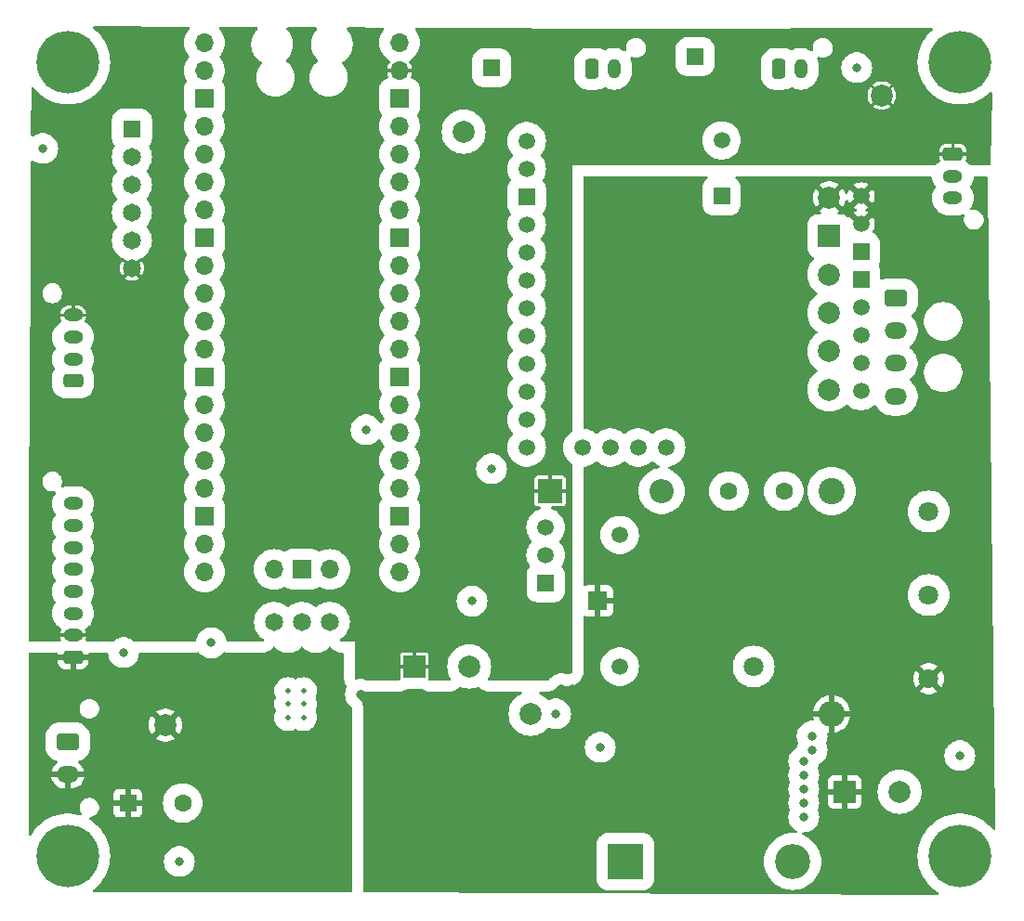
<source format=gbr>
%TF.GenerationSoftware,KiCad,Pcbnew,7.0.10*%
%TF.CreationDate,2024-03-29T16:51:17-04:00*%
%TF.ProjectId,WaveWise_PMIC,57617665-5769-4736-955f-504d49432e6b,rev?*%
%TF.SameCoordinates,Original*%
%TF.FileFunction,Copper,L2,Inr*%
%TF.FilePolarity,Positive*%
%FSLAX46Y46*%
G04 Gerber Fmt 4.6, Leading zero omitted, Abs format (unit mm)*
G04 Created by KiCad (PCBNEW 7.0.10) date 2024-03-29 16:51:17*
%MOMM*%
%LPD*%
G01*
G04 APERTURE LIST*
G04 Aperture macros list*
%AMRoundRect*
0 Rectangle with rounded corners*
0 $1 Rounding radius*
0 $2 $3 $4 $5 $6 $7 $8 $9 X,Y pos of 4 corners*
0 Add a 4 corners polygon primitive as box body*
4,1,4,$2,$3,$4,$5,$6,$7,$8,$9,$2,$3,0*
0 Add four circle primitives for the rounded corners*
1,1,$1+$1,$2,$3*
1,1,$1+$1,$4,$5*
1,1,$1+$1,$6,$7*
1,1,$1+$1,$8,$9*
0 Add four rect primitives between the rounded corners*
20,1,$1+$1,$2,$3,$4,$5,0*
20,1,$1+$1,$4,$5,$6,$7,0*
20,1,$1+$1,$6,$7,$8,$9,0*
20,1,$1+$1,$8,$9,$2,$3,0*%
G04 Aperture macros list end*
%TA.AperFunction,ComponentPad*%
%ADD10C,2.000000*%
%TD*%
%TA.AperFunction,ComponentPad*%
%ADD11RoundRect,0.250001X-0.759999X0.499999X-0.759999X-0.499999X0.759999X-0.499999X0.759999X0.499999X0*%
%TD*%
%TA.AperFunction,ComponentPad*%
%ADD12O,2.020000X1.500000*%
%TD*%
%TA.AperFunction,ComponentPad*%
%ADD13RoundRect,0.250000X0.650000X-0.350000X0.650000X0.350000X-0.650000X0.350000X-0.650000X-0.350000X0*%
%TD*%
%TA.AperFunction,ComponentPad*%
%ADD14O,1.800000X1.200000*%
%TD*%
%TA.AperFunction,ComponentPad*%
%ADD15RoundRect,0.250000X-0.350000X-0.650000X0.350000X-0.650000X0.350000X0.650000X-0.350000X0.650000X0*%
%TD*%
%TA.AperFunction,ComponentPad*%
%ADD16O,1.200000X1.800000*%
%TD*%
%TA.AperFunction,ComponentPad*%
%ADD17RoundRect,0.250000X-0.650000X0.350000X-0.650000X-0.350000X0.650000X-0.350000X0.650000X0.350000X0*%
%TD*%
%TA.AperFunction,ComponentPad*%
%ADD18R,1.650000X1.650000*%
%TD*%
%TA.AperFunction,ComponentPad*%
%ADD19C,1.650000*%
%TD*%
%TA.AperFunction,ComponentPad*%
%ADD20R,1.500000X1.500000*%
%TD*%
%TA.AperFunction,ComponentPad*%
%ADD21C,1.500000*%
%TD*%
%TA.AperFunction,ComponentPad*%
%ADD22C,5.700000*%
%TD*%
%TA.AperFunction,ComponentPad*%
%ADD23R,2.000000X2.000000*%
%TD*%
%TA.AperFunction,ComponentPad*%
%ADD24C,1.651000*%
%TD*%
%TA.AperFunction,ComponentPad*%
%ADD25O,2.400000X2.400000*%
%TD*%
%TA.AperFunction,ComponentPad*%
%ADD26C,2.400000*%
%TD*%
%TA.AperFunction,ComponentPad*%
%ADD27C,1.498600*%
%TD*%
%TA.AperFunction,ComponentPad*%
%ADD28C,1.803400*%
%TD*%
%TA.AperFunction,ComponentPad*%
%ADD29R,1.803400X1.803400*%
%TD*%
%TA.AperFunction,ComponentPad*%
%ADD30O,3.200000X3.200000*%
%TD*%
%TA.AperFunction,ComponentPad*%
%ADD31R,3.200000X3.200000*%
%TD*%
%TA.AperFunction,ComponentPad*%
%ADD32C,1.600000*%
%TD*%
%TA.AperFunction,ComponentPad*%
%ADD33R,2.200000X2.200000*%
%TD*%
%TA.AperFunction,ComponentPad*%
%ADD34O,2.200000X2.200000*%
%TD*%
%TA.AperFunction,ComponentPad*%
%ADD35C,0.500000*%
%TD*%
%TA.AperFunction,ComponentPad*%
%ADD36O,1.700000X1.700000*%
%TD*%
%TA.AperFunction,ComponentPad*%
%ADD37R,1.700000X1.700000*%
%TD*%
%TA.AperFunction,ComponentPad*%
%ADD38R,1.600000X1.600000*%
%TD*%
%TA.AperFunction,ViaPad*%
%ADD39C,0.800000*%
%TD*%
G04 APERTURE END LIST*
D10*
%TO.N,+3.3V*%
%TO.C,3V1*%
X90678000Y-60960000D03*
%TD*%
D11*
%TO.N,GND*%
%TO.C,J1*%
X54610000Y-116586000D03*
D12*
%TO.N,+24V*%
X54610000Y-119586000D03*
%TD*%
D13*
%TO.N,GND*%
%TO.C,J6*%
X55099750Y-83687500D03*
D14*
%TO.N,/Connectors/rockblock_TX*%
X55099750Y-81687500D03*
%TO.N,/Connectors/rockblock_RX*%
X55099750Y-79687500D03*
%TO.N,+5V*%
X55099750Y-77687500D03*
%TD*%
D15*
%TO.N,GND*%
%TO.C,J11*%
X102378000Y-55214000D03*
D16*
%TO.N,VBUS*%
X104378000Y-55214000D03*
%TD*%
D14*
%TO.N,GND*%
%TO.C,J8*%
X55099750Y-94870000D03*
%TO.N,batt_sense*%
X55099750Y-96870000D03*
%TO.N,panel_sense*%
X55099750Y-98870000D03*
%TO.N,/Connectors/SICO_PUMP_CONTROL*%
X55099750Y-100870000D03*
%TO.N,/Connectors/SICO_RX*%
X55099750Y-102870000D03*
%TO.N,/Connectors/SICO_TX*%
X55099750Y-104870000D03*
%TO.N,+5V*%
X55099750Y-106870000D03*
D13*
%TO.N,+24V*%
X55099750Y-108870000D03*
%TD*%
D17*
%TO.N,+5V*%
%TO.C,J9*%
X135255000Y-62992000D03*
D14*
%TO.N,GND*%
X135255000Y-64992000D03*
%TO.N,/Connectors/PWM_Servo*%
X135255000Y-66992000D03*
%TD*%
D15*
%TO.N,GND*%
%TO.C,J10*%
X119396000Y-55214000D03*
D16*
%TO.N,+BATT*%
X121396000Y-55214000D03*
%TD*%
D11*
%TO.N,/AOUT1*%
%TO.C,J5*%
X130048000Y-76090000D03*
D12*
%TO.N,/AOUT2*%
X130048000Y-79090000D03*
%TO.N,/BOUT1*%
X130048000Y-82090000D03*
%TO.N,/BOUT2*%
X130048000Y-85090000D03*
%TD*%
D18*
%TO.N,/Connectors/GPIO1*%
%TO.C,J2*%
X60452000Y-60706000D03*
D19*
%TO.N,/Connectors/GPIO2*%
X60452000Y-63246000D03*
%TO.N,/Connectors/GPIO3*%
X60452000Y-65786000D03*
%TO.N,/Connectors/GPIO4*%
X60452000Y-68326000D03*
%TO.N,GND*%
X60452000Y-70866000D03*
%TO.N,+5V*%
X60452000Y-73406000D03*
%TD*%
D20*
%TO.N,GND*%
%TO.C,Q2*%
X98150000Y-102108000D03*
D21*
%TO.N,Net-(Q2-B)*%
X98150000Y-99568000D03*
%TO.N,Net-(D2-A)*%
X98150000Y-97028000D03*
%TD*%
D20*
%TO.N,/Connectors/Batt V Sense*%
%TO.C,BatteryV1*%
X111760000Y-54102000D03*
%TD*%
D22*
%TO.N,Net-(HE1-Pad1)*%
%TO.C,HE1*%
X54610000Y-127000000D03*
%TD*%
D23*
%TO.N,+5V*%
%TO.C,C6*%
X86186000Y-109728000D03*
D10*
%TO.N,GND*%
X91186000Y-109728000D03*
%TD*%
D24*
%TO.N,/Connectors/SWCLK*%
%TO.C,J3*%
X73406000Y-105664000D03*
%TO.N,GND*%
X75946000Y-105664000D03*
%TO.N,/Connectors/SWDIO*%
X78486000Y-105664000D03*
%TD*%
D25*
%TO.N,+48V*%
%TO.C,R7*%
X124206000Y-114046000D03*
D26*
%TO.N,Net-(C2-Pad1)*%
X124206000Y-93726000D03*
%TD*%
D27*
%TO.N,+5V*%
%TO.C,K1*%
X104902000Y-97728002D03*
D28*
%TO.N,/Inverter_Input*%
X117101198Y-109728000D03*
D27*
%TO.N,Net-(D2-A)*%
X104902000Y-109728000D03*
D29*
%TO.N,+48V*%
X102901999Y-103728001D03*
%TD*%
D10*
%TO.N,+24V*%
%TO.C,24V_1*%
X63500000Y-115062000D03*
%TD*%
D28*
%TO.N,+48V*%
%TO.C,J13*%
X133050000Y-110832900D03*
%TO.N,/Inverter_Input*%
X133050000Y-103212900D03*
%TO.N,GND*%
X133050000Y-95592900D03*
%TD*%
D30*
%TO.N,GND*%
%TO.C,D1*%
X120650000Y-127508000D03*
D31*
%TO.N,Net-(D1-K)*%
X105410000Y-127508000D03*
%TD*%
D22*
%TO.N,Net-(H4-Pad1)*%
%TO.C,H4*%
X135890000Y-127000000D03*
%TD*%
D32*
%TO.N,Net-(C2-Pad1)*%
%TO.C,C2*%
X119848000Y-93726000D03*
%TO.N,/Inverter_Input*%
X114848000Y-93726000D03*
%TD*%
D22*
%TO.N,Net-(H1-Pad1)*%
%TO.C,H1*%
X54610000Y-54610000D03*
%TD*%
D20*
%TO.N,/Connectors/Panel V Sense*%
%TO.C,PanelV1*%
X93218000Y-55118000D03*
%TD*%
D10*
%TO.N,GND*%
%TO.C,GND1*%
X96774000Y-114046000D03*
%TD*%
D33*
%TO.N,+5V*%
%TO.C,D2*%
X98552000Y-93726000D03*
D34*
%TO.N,Net-(D2-A)*%
X108712000Y-93726000D03*
%TD*%
D10*
%TO.N,+48V*%
%TO.C,U2*%
X123988500Y-66978200D03*
D21*
X126884100Y-66825800D03*
X126884100Y-69365800D03*
D10*
%TO.N,/AOUT1*%
X123988500Y-73978200D03*
D21*
X126884100Y-76985800D03*
D10*
%TO.N,/AOUT2*%
X123988500Y-77478200D03*
D21*
X126884100Y-79525800D03*
D10*
%TO.N,/BOUT1*%
X123988500Y-80978200D03*
D21*
X126884100Y-82065800D03*
D10*
%TO.N,/BOUT2*%
X123988500Y-84478200D03*
D21*
X126884100Y-84605800D03*
%TO.N,/PICO (BICO)/MOTOR_BEMF*%
X109129500Y-89762000D03*
%TO.N,/PICO (BICO)/MOTOR_STALL*%
X106589500Y-89762000D03*
%TO.N,unconnected-(U2-BIN2-Pad8)*%
X104049500Y-89762000D03*
%TO.N,unconnected-(U2-BIN1-Pad9)*%
X101509500Y-89762000D03*
%TO.N,/PICO (BICO)/MOTOR_FLT*%
X96429500Y-89762000D03*
%TO.N,/PICO (BICO)/MOTOR_RESET*%
X96429500Y-87222000D03*
%TO.N,/PICO (BICO)/MOTOR_SLP*%
X96429500Y-84682000D03*
%TO.N,/PICO (BICO)/MOTOR_SPI0_CSn*%
X96429500Y-82142000D03*
%TO.N,/PICO (BICO)/MOTOR_SPI0_SCK*%
X96429500Y-79602000D03*
%TO.N,/PICO (BICO)/MOTOR_SPI0_TX*%
X96429500Y-77062000D03*
%TO.N,/PICO (BICO)/MOTOR_SPI0_RX*%
X96429500Y-74522000D03*
%TO.N,/PICO (BICO)/MOTOR_DIR{slash}AIN2*%
X96429500Y-71982000D03*
%TO.N,/PICO (BICO)/MOTOR_STEP{slash}AIN1*%
X96429500Y-69442000D03*
%TO.N,/Pneumatic Control/ICREF*%
X96429500Y-64362000D03*
%TO.N,unconnected-(U2-V5(OUT)-Pad20)*%
X96429500Y-61822000D03*
%TO.N,unconnected-(U2-VM-Pad21)*%
X114184100Y-61745800D03*
D20*
%TO.N,GND*%
X96429500Y-66902000D03*
X114184100Y-66825800D03*
D23*
X123988500Y-70478200D03*
D20*
X126884100Y-71905800D03*
X126884100Y-74445800D03*
%TD*%
D22*
%TO.N,Net-(H2-Pad1)*%
%TO.C,H2*%
X135890000Y-54610000D03*
%TD*%
D35*
%TO.N,GND*%
%TO.C,IC1*%
X76076000Y-114357000D03*
X76076000Y-113157000D03*
X76076000Y-111957000D03*
X74676000Y-114357000D03*
X74676000Y-113157000D03*
X74676000Y-111957000D03*
%TD*%
D10*
%TO.N,GND*%
%TO.C,C1*%
X130394323Y-121158000D03*
D23*
%TO.N,+48V*%
X125394323Y-121158000D03*
%TD*%
D10*
%TO.N,+5V*%
%TO.C,5V1*%
X128778000Y-57658000D03*
%TD*%
D36*
%TO.N,/Connectors/SWDIO*%
%TO.C,U1*%
X78486000Y-100862000D03*
D37*
%TO.N,GND*%
X75946000Y-100862000D03*
D36*
%TO.N,/Connectors/SWCLK*%
X73406000Y-100862000D03*
%TO.N,unconnected-(U1-VBUS-Pad40)*%
X84836000Y-52832000D03*
%TO.N,+5V*%
X84836000Y-55372000D03*
D37*
%TO.N,GND*%
X84836000Y-57912000D03*
D36*
%TO.N,unconnected-(U1-3V3_EN-Pad37)*%
X84836000Y-60452000D03*
%TO.N,+3.3V*%
X84836000Y-62992000D03*
%TO.N,unconnected-(U1-ADC_VREF-Pad35)*%
X84836000Y-65532000D03*
%TO.N,/Connectors/Panel V Sense*%
X84836000Y-68072000D03*
D37*
%TO.N,GND*%
X84836000Y-70612000D03*
D36*
%TO.N,/Connectors/Batt V Sense*%
X84836000Y-73152000D03*
%TO.N,/PICO (BICO)/MOTOR_BEMF*%
X84836000Y-75692000D03*
%TO.N,unconnected-(U1-RUN-Pad30)*%
X84836000Y-78232000D03*
%TO.N,/PICO (BICO)/MOTOR_STALL*%
X84836000Y-80772000D03*
D37*
%TO.N,GND*%
X84836000Y-83312000D03*
D36*
%TO.N,/PICO (BICO)/MOTOR_STEP{slash}AIN1*%
X84836000Y-85852000D03*
%TO.N,/PICO (BICO)/MOTOR_DIR{slash}AIN2*%
X84836000Y-88392000D03*
%TO.N,/PICO (BICO)/MOTOR_SPI0_TX*%
X84836000Y-90932000D03*
%TO.N,/PICO (BICO)/MOTOR_SPI0_SCK*%
X84836000Y-93472000D03*
D37*
%TO.N,GND*%
X84836000Y-96012000D03*
D36*
%TO.N,/PICO (BICO)/MOTOR_SPI0_CSn*%
X84836000Y-98552000D03*
%TO.N,/PICO (BICO)/MOTOR_SPI0_RX*%
X84836000Y-101092000D03*
%TO.N,/PICO (BICO)/MOTOR_FLT*%
X67056000Y-101092000D03*
%TO.N,/PICO (BICO)/MOTOR_RESET*%
X67056000Y-98552000D03*
D37*
%TO.N,GND*%
X67056000Y-96012000D03*
D36*
%TO.N,/PICO (BICO)/MOTOR_SLP*%
X67056000Y-93472000D03*
%TO.N,/Connectors/PANEL_SENSE_DIO*%
X67056000Y-90932000D03*
%TO.N,/Connectors/BATT_SENSE_DIO*%
X67056000Y-88392000D03*
%TO.N,unconnected-(U1-GPIO10-Pad14)*%
X67056000Y-85852000D03*
D37*
%TO.N,GND*%
X67056000Y-83312000D03*
D36*
%TO.N,/PICO (BICO)/BICO_PUMP_CTRL*%
X67056000Y-80772000D03*
%TO.N,/Connectors/PWM_Servo*%
X67056000Y-78232000D03*
%TO.N,unconnected-(U1-GPIO7-Pad10)*%
X67056000Y-75692000D03*
%TO.N,unconnected-(U1-GPIO6-Pad9)*%
X67056000Y-73152000D03*
D37*
%TO.N,GND*%
X67056000Y-70612000D03*
D36*
%TO.N,/Connectors/GPIO4*%
X67056000Y-68072000D03*
%TO.N,/Connectors/GPIO3*%
X67056000Y-65532000D03*
%TO.N,/Connectors/GPIO2*%
X67056000Y-62992000D03*
%TO.N,/Connectors/GPIO1*%
X67056000Y-60452000D03*
D37*
%TO.N,GND*%
X67056000Y-57912000D03*
D36*
%TO.N,/Connectors/BICO_UART_RX*%
X67056000Y-55372000D03*
%TO.N,/Connectors/BICO_UART_TX*%
X67056000Y-52832000D03*
%TD*%
D38*
%TO.N,+24V*%
%TO.C,C9*%
X60081349Y-122174000D03*
D32*
%TO.N,GND*%
X65081349Y-122174000D03*
%TD*%
D39*
%TO.N,+48V*%
X99568000Y-111760000D03*
X100584000Y-111760000D03*
X102870000Y-112776000D03*
X102870000Y-114046000D03*
%TO.N,batt_sense*%
X59690000Y-108458000D03*
%TO.N,/PUMP_CONTROL*%
X91440000Y-103759000D03*
X67691000Y-107569000D03*
%TO.N,+48V*%
X81280000Y-112268000D03*
%TO.N,GND*%
X126492000Y-55118000D03*
X99060000Y-114046000D03*
X121666000Y-122174000D03*
X93218000Y-91694000D03*
X121666000Y-123444000D03*
X121666000Y-118364000D03*
X52324000Y-62484000D03*
X64770000Y-127508000D03*
X122428000Y-117348000D03*
X121666000Y-120904000D03*
X122428000Y-116078000D03*
X135890000Y-117856000D03*
X121666000Y-119634000D03*
%TO.N,+24V*%
X73406000Y-129794000D03*
%TO.N,Net-(D1-K)*%
X103124000Y-117094000D03*
%TO.N,+5V*%
X130810000Y-55245000D03*
%TO.N,/PICO (BICO)/BICO_PUMP_CTRL*%
X81788000Y-88138000D03*
%TD*%
%TA.AperFunction,Conductor*%
%TO.N,+5V*%
G36*
X65599535Y-51372667D02*
G01*
X65666480Y-51392654D01*
X65711995Y-51445664D01*
X65721626Y-51514867D01*
X65692314Y-51578291D01*
X65686651Y-51584345D01*
X65653923Y-51617073D01*
X65653906Y-51617092D01*
X65495285Y-51828986D01*
X65495280Y-51828994D01*
X65368428Y-52061305D01*
X65368426Y-52061309D01*
X65275921Y-52309326D01*
X65219658Y-52567965D01*
X65219657Y-52567972D01*
X65200773Y-52831998D01*
X65200773Y-52832001D01*
X65219657Y-53096027D01*
X65219658Y-53096034D01*
X65275921Y-53354673D01*
X65368427Y-53602692D01*
X65495280Y-53835005D01*
X65495285Y-53835013D01*
X65639520Y-54027690D01*
X65663937Y-54093155D01*
X65649085Y-54161427D01*
X65639520Y-54176310D01*
X65495285Y-54368986D01*
X65495280Y-54368994D01*
X65368428Y-54601305D01*
X65368426Y-54601309D01*
X65275921Y-54849326D01*
X65219658Y-55107965D01*
X65219657Y-55107972D01*
X65200773Y-55371998D01*
X65200773Y-55372001D01*
X65219657Y-55636027D01*
X65219658Y-55636034D01*
X65275921Y-55894673D01*
X65368426Y-56142690D01*
X65368428Y-56142694D01*
X65447282Y-56287102D01*
X65462134Y-56355374D01*
X65437718Y-56420839D01*
X65434552Y-56424889D01*
X65366305Y-56508587D01*
X65272089Y-56688954D01*
X65236108Y-56814705D01*
X65219970Y-56871108D01*
X65216114Y-56884583D01*
X65216113Y-56884586D01*
X65205500Y-57003966D01*
X65205500Y-58820028D01*
X65205501Y-58820034D01*
X65216113Y-58939415D01*
X65272089Y-59135045D01*
X65272090Y-59135047D01*
X65272091Y-59135049D01*
X65366302Y-59315407D01*
X65403596Y-59361145D01*
X65434551Y-59399108D01*
X65461660Y-59463505D01*
X65449651Y-59532334D01*
X65447282Y-59536895D01*
X65368426Y-59681309D01*
X65275921Y-59929326D01*
X65219658Y-60187965D01*
X65219657Y-60187972D01*
X65200773Y-60451998D01*
X65200773Y-60452001D01*
X65219657Y-60716027D01*
X65219658Y-60716034D01*
X65275921Y-60974673D01*
X65368426Y-61222690D01*
X65368428Y-61222694D01*
X65495280Y-61455005D01*
X65495285Y-61455013D01*
X65639520Y-61647690D01*
X65663937Y-61713155D01*
X65649085Y-61781427D01*
X65639520Y-61796310D01*
X65495285Y-61988986D01*
X65495280Y-61988994D01*
X65368428Y-62221305D01*
X65368426Y-62221309D01*
X65275921Y-62469326D01*
X65219658Y-62727965D01*
X65219657Y-62727972D01*
X65200773Y-62991998D01*
X65200773Y-62992001D01*
X65219657Y-63256027D01*
X65219658Y-63256034D01*
X65275921Y-63514673D01*
X65368426Y-63762690D01*
X65368428Y-63762694D01*
X65495280Y-63995005D01*
X65495285Y-63995013D01*
X65639520Y-64187690D01*
X65663937Y-64253155D01*
X65649085Y-64321427D01*
X65639520Y-64336310D01*
X65495285Y-64528986D01*
X65495280Y-64528994D01*
X65368428Y-64761305D01*
X65368426Y-64761309D01*
X65275921Y-65009326D01*
X65219658Y-65267965D01*
X65219657Y-65267972D01*
X65200773Y-65531998D01*
X65200773Y-65532001D01*
X65219657Y-65796027D01*
X65219658Y-65796034D01*
X65275921Y-66054673D01*
X65368426Y-66302690D01*
X65368428Y-66302694D01*
X65495280Y-66535005D01*
X65495285Y-66535013D01*
X65639520Y-66727690D01*
X65663937Y-66793155D01*
X65649085Y-66861427D01*
X65639520Y-66876310D01*
X65495285Y-67068986D01*
X65495280Y-67068994D01*
X65368428Y-67301305D01*
X65368426Y-67301309D01*
X65275921Y-67549326D01*
X65219658Y-67807965D01*
X65219657Y-67807972D01*
X65200773Y-68071998D01*
X65200773Y-68072001D01*
X65219657Y-68336027D01*
X65219658Y-68336034D01*
X65275921Y-68594673D01*
X65368426Y-68842690D01*
X65368428Y-68842694D01*
X65447282Y-68987102D01*
X65462134Y-69055374D01*
X65437718Y-69120839D01*
X65434552Y-69124889D01*
X65366305Y-69208587D01*
X65272089Y-69388954D01*
X65228890Y-69539931D01*
X65216460Y-69583375D01*
X65216114Y-69584583D01*
X65216113Y-69584586D01*
X65214932Y-69597871D01*
X65205531Y-69703620D01*
X65205500Y-69703966D01*
X65205500Y-71520028D01*
X65205501Y-71520034D01*
X65216113Y-71639415D01*
X65272089Y-71835045D01*
X65272090Y-71835047D01*
X65272091Y-71835049D01*
X65366302Y-72015407D01*
X65403596Y-72061145D01*
X65434551Y-72099108D01*
X65461660Y-72163505D01*
X65449651Y-72232334D01*
X65447282Y-72236895D01*
X65368426Y-72381309D01*
X65275921Y-72629326D01*
X65219658Y-72887965D01*
X65219657Y-72887972D01*
X65200773Y-73151998D01*
X65200773Y-73152001D01*
X65219657Y-73416027D01*
X65219658Y-73416034D01*
X65275921Y-73674673D01*
X65368426Y-73922690D01*
X65368428Y-73922694D01*
X65495280Y-74155005D01*
X65495285Y-74155013D01*
X65639520Y-74347690D01*
X65663937Y-74413155D01*
X65649085Y-74481427D01*
X65639520Y-74496310D01*
X65495285Y-74688986D01*
X65495280Y-74688994D01*
X65368428Y-74921305D01*
X65368426Y-74921309D01*
X65275921Y-75169326D01*
X65219658Y-75427965D01*
X65219657Y-75427972D01*
X65200773Y-75691998D01*
X65200773Y-75692001D01*
X65219657Y-75956027D01*
X65219658Y-75956034D01*
X65275921Y-76214673D01*
X65368426Y-76462690D01*
X65368428Y-76462694D01*
X65495280Y-76695005D01*
X65495285Y-76695013D01*
X65639520Y-76887690D01*
X65663937Y-76953155D01*
X65649085Y-77021427D01*
X65639520Y-77036310D01*
X65495285Y-77228986D01*
X65495280Y-77228994D01*
X65368428Y-77461305D01*
X65368426Y-77461309D01*
X65275921Y-77709326D01*
X65219658Y-77967965D01*
X65219657Y-77967972D01*
X65200773Y-78231998D01*
X65200773Y-78232001D01*
X65219657Y-78496027D01*
X65219658Y-78496034D01*
X65275921Y-78754673D01*
X65368426Y-79002690D01*
X65368428Y-79002694D01*
X65495280Y-79235005D01*
X65495285Y-79235013D01*
X65639520Y-79427690D01*
X65663937Y-79493155D01*
X65649085Y-79561427D01*
X65639520Y-79576310D01*
X65495285Y-79768986D01*
X65495280Y-79768994D01*
X65368428Y-80001305D01*
X65368426Y-80001309D01*
X65275921Y-80249326D01*
X65219658Y-80507965D01*
X65219657Y-80507972D01*
X65200773Y-80771998D01*
X65200773Y-80772001D01*
X65219657Y-81036027D01*
X65219658Y-81036034D01*
X65275921Y-81294673D01*
X65368426Y-81542690D01*
X65368428Y-81542694D01*
X65447282Y-81687102D01*
X65462134Y-81755374D01*
X65437718Y-81820839D01*
X65434552Y-81824889D01*
X65366305Y-81908587D01*
X65272089Y-82088954D01*
X65216114Y-82284583D01*
X65216113Y-82284586D01*
X65208607Y-82369016D01*
X65205531Y-82403620D01*
X65205500Y-82403966D01*
X65205500Y-84220028D01*
X65205501Y-84220034D01*
X65216113Y-84339415D01*
X65272089Y-84535045D01*
X65272090Y-84535047D01*
X65272091Y-84535049D01*
X65366302Y-84715407D01*
X65366304Y-84715409D01*
X65434551Y-84799108D01*
X65461660Y-84863505D01*
X65449651Y-84932334D01*
X65447282Y-84936895D01*
X65368426Y-85081309D01*
X65275921Y-85329326D01*
X65219658Y-85587965D01*
X65219657Y-85587972D01*
X65200773Y-85851998D01*
X65200773Y-85852001D01*
X65219657Y-86116027D01*
X65219658Y-86116034D01*
X65275921Y-86374673D01*
X65368426Y-86622690D01*
X65368428Y-86622694D01*
X65495280Y-86855005D01*
X65495285Y-86855013D01*
X65639520Y-87047690D01*
X65663937Y-87113155D01*
X65649085Y-87181427D01*
X65639520Y-87196310D01*
X65495285Y-87388986D01*
X65495280Y-87388994D01*
X65368428Y-87621305D01*
X65368426Y-87621309D01*
X65275921Y-87869326D01*
X65219658Y-88127965D01*
X65219657Y-88127972D01*
X65200773Y-88391998D01*
X65200773Y-88392001D01*
X65219657Y-88656027D01*
X65219658Y-88656034D01*
X65275921Y-88914673D01*
X65368426Y-89162690D01*
X65368428Y-89162694D01*
X65495280Y-89395005D01*
X65495285Y-89395013D01*
X65639520Y-89587690D01*
X65663937Y-89653155D01*
X65649085Y-89721427D01*
X65639520Y-89736310D01*
X65495285Y-89928986D01*
X65495280Y-89928994D01*
X65368428Y-90161305D01*
X65368426Y-90161309D01*
X65275921Y-90409326D01*
X65219658Y-90667965D01*
X65219657Y-90667972D01*
X65200773Y-90931998D01*
X65200773Y-90932001D01*
X65219657Y-91196027D01*
X65219658Y-91196034D01*
X65275921Y-91454673D01*
X65368426Y-91702690D01*
X65368428Y-91702694D01*
X65495280Y-91935005D01*
X65495285Y-91935013D01*
X65639520Y-92127690D01*
X65663937Y-92193155D01*
X65649085Y-92261427D01*
X65639520Y-92276310D01*
X65495285Y-92468986D01*
X65495280Y-92468994D01*
X65368428Y-92701305D01*
X65368426Y-92701309D01*
X65275921Y-92949326D01*
X65219658Y-93207965D01*
X65219657Y-93207972D01*
X65200773Y-93471998D01*
X65200773Y-93472001D01*
X65219657Y-93736027D01*
X65219658Y-93736034D01*
X65275921Y-93994673D01*
X65368426Y-94242690D01*
X65368428Y-94242694D01*
X65447282Y-94387102D01*
X65462134Y-94455374D01*
X65437718Y-94520839D01*
X65434552Y-94524889D01*
X65366305Y-94608587D01*
X65272089Y-94788954D01*
X65216114Y-94984583D01*
X65216113Y-94984586D01*
X65214878Y-94998479D01*
X65207828Y-95077785D01*
X65205500Y-95103966D01*
X65205500Y-96920028D01*
X65205501Y-96920034D01*
X65216113Y-97039415D01*
X65272089Y-97235045D01*
X65272090Y-97235047D01*
X65272091Y-97235049D01*
X65366302Y-97415407D01*
X65366304Y-97415409D01*
X65434551Y-97499108D01*
X65461660Y-97563505D01*
X65449651Y-97632334D01*
X65447282Y-97636895D01*
X65368426Y-97781309D01*
X65275921Y-98029326D01*
X65219658Y-98287965D01*
X65219657Y-98287972D01*
X65200773Y-98551998D01*
X65200773Y-98552001D01*
X65219657Y-98816027D01*
X65219658Y-98816034D01*
X65275921Y-99074673D01*
X65368426Y-99322690D01*
X65368428Y-99322694D01*
X65495280Y-99555005D01*
X65495285Y-99555013D01*
X65639520Y-99747690D01*
X65663937Y-99813155D01*
X65649085Y-99881427D01*
X65639520Y-99896310D01*
X65495285Y-100088986D01*
X65495280Y-100088994D01*
X65368428Y-100321305D01*
X65368426Y-100321309D01*
X65275921Y-100569326D01*
X65219658Y-100827965D01*
X65219657Y-100827972D01*
X65200773Y-101091998D01*
X65200773Y-101092001D01*
X65219657Y-101356027D01*
X65219658Y-101356034D01*
X65275921Y-101614673D01*
X65368426Y-101862690D01*
X65368428Y-101862694D01*
X65495280Y-102095005D01*
X65495285Y-102095013D01*
X65653906Y-102306907D01*
X65653922Y-102306925D01*
X65841074Y-102494077D01*
X65841092Y-102494093D01*
X66052986Y-102652714D01*
X66052994Y-102652719D01*
X66285305Y-102779571D01*
X66285309Y-102779573D01*
X66285311Y-102779574D01*
X66533322Y-102872077D01*
X66533325Y-102872077D01*
X66533326Y-102872078D01*
X66642614Y-102895852D01*
X66791974Y-102928343D01*
X67035660Y-102945772D01*
X67055999Y-102947227D01*
X67056000Y-102947227D01*
X67056001Y-102947227D01*
X67074885Y-102945876D01*
X67320026Y-102928343D01*
X67578678Y-102872077D01*
X67826689Y-102779574D01*
X68059011Y-102652716D01*
X68270915Y-102494087D01*
X68458087Y-102306915D01*
X68616716Y-102095011D01*
X68743574Y-101862689D01*
X68836077Y-101614678D01*
X68892343Y-101356026D01*
X68911227Y-101092000D01*
X68894777Y-100862001D01*
X71550773Y-100862001D01*
X71569657Y-101126027D01*
X71569658Y-101126034D01*
X71625921Y-101384673D01*
X71718426Y-101632690D01*
X71718428Y-101632694D01*
X71845280Y-101865005D01*
X71845285Y-101865013D01*
X72003906Y-102076907D01*
X72003922Y-102076925D01*
X72191074Y-102264077D01*
X72191092Y-102264093D01*
X72402986Y-102422714D01*
X72402994Y-102422719D01*
X72635305Y-102549571D01*
X72635309Y-102549573D01*
X72635311Y-102549574D01*
X72883322Y-102642077D01*
X72883325Y-102642077D01*
X72883326Y-102642078D01*
X73037513Y-102675619D01*
X73141974Y-102698343D01*
X73385660Y-102715772D01*
X73405999Y-102717227D01*
X73406000Y-102717227D01*
X73406001Y-102717227D01*
X73424885Y-102715876D01*
X73670026Y-102698343D01*
X73928678Y-102642077D01*
X74176689Y-102549574D01*
X74321103Y-102470716D01*
X74389374Y-102455865D01*
X74454839Y-102480281D01*
X74458891Y-102483447D01*
X74542593Y-102551698D01*
X74722951Y-102645909D01*
X74722953Y-102645909D01*
X74722954Y-102645910D01*
X74742355Y-102651461D01*
X74918582Y-102701886D01*
X75037963Y-102712500D01*
X76854036Y-102712499D01*
X76973418Y-102701886D01*
X77169049Y-102645909D01*
X77349407Y-102551698D01*
X77433109Y-102483446D01*
X77497503Y-102456338D01*
X77566333Y-102468347D01*
X77570896Y-102470717D01*
X77715305Y-102549571D01*
X77715309Y-102549573D01*
X77715311Y-102549574D01*
X77963322Y-102642077D01*
X77963325Y-102642077D01*
X77963326Y-102642078D01*
X78117513Y-102675619D01*
X78221974Y-102698343D01*
X78465660Y-102715772D01*
X78485999Y-102717227D01*
X78486000Y-102717227D01*
X78486001Y-102717227D01*
X78504885Y-102715876D01*
X78750026Y-102698343D01*
X79008678Y-102642077D01*
X79256689Y-102549574D01*
X79489011Y-102422716D01*
X79700915Y-102264087D01*
X79888087Y-102076915D01*
X80046716Y-101865011D01*
X80173574Y-101632689D01*
X80266077Y-101384678D01*
X80322343Y-101126026D01*
X80341227Y-100862000D01*
X80322343Y-100597974D01*
X80266077Y-100339322D01*
X80173574Y-100091311D01*
X80172304Y-100088986D01*
X80046719Y-99858994D01*
X80046714Y-99858986D01*
X79888093Y-99647092D01*
X79888077Y-99647074D01*
X79700925Y-99459922D01*
X79700907Y-99459906D01*
X79489013Y-99301285D01*
X79489005Y-99301280D01*
X79256694Y-99174428D01*
X79256690Y-99174426D01*
X79008673Y-99081921D01*
X78750034Y-99025658D01*
X78750027Y-99025657D01*
X78486001Y-99006773D01*
X78485999Y-99006773D01*
X78221972Y-99025657D01*
X78221965Y-99025658D01*
X77963326Y-99081921D01*
X77715309Y-99174426D01*
X77570895Y-99253282D01*
X77502622Y-99268133D01*
X77437158Y-99243716D01*
X77433108Y-99240551D01*
X77352014Y-99174428D01*
X77349407Y-99172302D01*
X77169049Y-99078091D01*
X77169048Y-99078090D01*
X77169045Y-99078089D01*
X77051829Y-99044550D01*
X76973418Y-99022114D01*
X76973415Y-99022113D01*
X76973413Y-99022113D01*
X76907102Y-99016217D01*
X76854037Y-99011500D01*
X76854032Y-99011500D01*
X75037971Y-99011500D01*
X75037965Y-99011500D01*
X75037964Y-99011501D01*
X75026316Y-99012536D01*
X74918584Y-99022113D01*
X74722954Y-99078089D01*
X74542587Y-99172305D01*
X74458889Y-99240552D01*
X74394493Y-99267661D01*
X74325663Y-99255651D01*
X74321102Y-99253282D01*
X74303583Y-99243716D01*
X74290279Y-99236451D01*
X74176694Y-99174428D01*
X74176690Y-99174426D01*
X73928673Y-99081921D01*
X73670034Y-99025658D01*
X73670027Y-99025657D01*
X73406001Y-99006773D01*
X73405999Y-99006773D01*
X73141972Y-99025657D01*
X73141965Y-99025658D01*
X72883326Y-99081921D01*
X72635309Y-99174426D01*
X72635305Y-99174428D01*
X72402994Y-99301280D01*
X72402986Y-99301285D01*
X72191092Y-99459906D01*
X72191074Y-99459922D01*
X72003922Y-99647074D01*
X72003906Y-99647092D01*
X71845285Y-99858986D01*
X71845280Y-99858994D01*
X71718428Y-100091305D01*
X71718426Y-100091309D01*
X71625921Y-100339326D01*
X71569658Y-100597965D01*
X71569657Y-100597972D01*
X71550773Y-100861998D01*
X71550773Y-100862001D01*
X68894777Y-100862001D01*
X68892343Y-100827974D01*
X68842310Y-100597974D01*
X68836078Y-100569326D01*
X68831427Y-100556857D01*
X68743574Y-100321311D01*
X68645195Y-100141145D01*
X68616719Y-100088994D01*
X68616714Y-100088986D01*
X68472479Y-99896310D01*
X68448062Y-99830846D01*
X68462914Y-99762573D01*
X68472479Y-99747690D01*
X68583892Y-99598859D01*
X68616716Y-99555011D01*
X68743574Y-99322689D01*
X68836077Y-99074678D01*
X68892343Y-98816026D01*
X68911227Y-98552000D01*
X68892343Y-98287974D01*
X68862102Y-98148959D01*
X68836078Y-98029326D01*
X68831427Y-98016857D01*
X68743574Y-97781311D01*
X68664717Y-97636896D01*
X68649865Y-97568624D01*
X68674282Y-97503159D01*
X68677426Y-97499134D01*
X68745698Y-97415407D01*
X68839909Y-97235049D01*
X68895886Y-97039418D01*
X68906500Y-96920037D01*
X68906499Y-95103964D01*
X68895886Y-94984582D01*
X68839909Y-94788951D01*
X68745698Y-94608593D01*
X68677447Y-94524890D01*
X68650338Y-94460494D01*
X68662347Y-94391664D01*
X68664706Y-94387122D01*
X68743574Y-94242689D01*
X68836077Y-93994678D01*
X68892343Y-93736026D01*
X68911227Y-93472000D01*
X68892343Y-93207974D01*
X68836077Y-92949322D01*
X68743574Y-92701311D01*
X68664857Y-92557153D01*
X68616719Y-92468994D01*
X68616714Y-92468986D01*
X68472479Y-92276310D01*
X68448062Y-92210846D01*
X68462914Y-92142573D01*
X68472479Y-92127690D01*
X68536013Y-92042818D01*
X68616716Y-91935011D01*
X68743574Y-91702689D01*
X68836077Y-91454678D01*
X68892343Y-91196026D01*
X68911227Y-90932000D01*
X68892343Y-90667974D01*
X68836077Y-90409322D01*
X68743574Y-90161311D01*
X68668391Y-90023625D01*
X68616719Y-89928994D01*
X68616714Y-89928986D01*
X68472479Y-89736310D01*
X68448062Y-89670846D01*
X68462914Y-89602573D01*
X68472479Y-89587690D01*
X68594315Y-89424935D01*
X68616716Y-89395011D01*
X68743574Y-89162689D01*
X68836077Y-88914678D01*
X68892343Y-88656026D01*
X68911227Y-88392000D01*
X68911052Y-88389559D01*
X68898271Y-88210857D01*
X68892343Y-88127974D01*
X68860946Y-87983643D01*
X68836078Y-87869326D01*
X68787626Y-87739421D01*
X68743574Y-87621311D01*
X68668391Y-87483625D01*
X68616719Y-87388994D01*
X68616714Y-87388986D01*
X68472479Y-87196310D01*
X68448062Y-87130846D01*
X68462914Y-87062573D01*
X68472479Y-87047690D01*
X68537845Y-86960370D01*
X68616716Y-86855011D01*
X68743574Y-86622689D01*
X68836077Y-86374678D01*
X68892343Y-86116026D01*
X68911227Y-85852000D01*
X68892343Y-85587974D01*
X68836077Y-85329322D01*
X68743574Y-85081311D01*
X68668388Y-84943620D01*
X68664717Y-84936896D01*
X68649865Y-84868624D01*
X68674282Y-84803159D01*
X68677426Y-84799134D01*
X68745698Y-84715407D01*
X68839909Y-84535049D01*
X68895886Y-84339418D01*
X68906500Y-84220037D01*
X68906499Y-82403964D01*
X68895886Y-82284582D01*
X68839909Y-82088951D01*
X68745698Y-81908593D01*
X68677447Y-81824890D01*
X68650338Y-81760494D01*
X68662347Y-81691664D01*
X68664706Y-81687122D01*
X68743574Y-81542689D01*
X68836077Y-81294678D01*
X68892343Y-81036026D01*
X68911227Y-80772000D01*
X68892343Y-80507974D01*
X68878546Y-80444552D01*
X68836078Y-80249326D01*
X68811891Y-80184479D01*
X68743574Y-80001311D01*
X68709357Y-79938648D01*
X68616719Y-79768994D01*
X68616714Y-79768986D01*
X68472479Y-79576310D01*
X68448062Y-79510846D01*
X68462914Y-79442573D01*
X68472479Y-79427690D01*
X68542255Y-79334479D01*
X68616716Y-79235011D01*
X68743574Y-79002689D01*
X68836077Y-78754678D01*
X68892343Y-78496026D01*
X68911227Y-78232000D01*
X68892343Y-77967974D01*
X68856498Y-77803195D01*
X68836078Y-77709326D01*
X68834265Y-77704466D01*
X68743574Y-77461311D01*
X68707176Y-77394654D01*
X68616719Y-77228994D01*
X68616714Y-77228986D01*
X68472479Y-77036310D01*
X68448062Y-76970846D01*
X68462914Y-76902573D01*
X68472479Y-76887690D01*
X68548295Y-76786411D01*
X68616716Y-76695011D01*
X68743574Y-76462689D01*
X68836077Y-76214678D01*
X68892343Y-75956026D01*
X68911227Y-75692000D01*
X68892343Y-75427974D01*
X68836077Y-75169322D01*
X68743574Y-74921311D01*
X68683536Y-74811361D01*
X68616719Y-74688994D01*
X68616714Y-74688986D01*
X68472479Y-74496310D01*
X68448062Y-74430846D01*
X68462914Y-74362573D01*
X68472479Y-74347690D01*
X68537845Y-74260370D01*
X68616716Y-74155011D01*
X68743574Y-73922689D01*
X68836077Y-73674678D01*
X68892343Y-73416026D01*
X68911227Y-73152000D01*
X68892343Y-72887974D01*
X68836077Y-72629322D01*
X68743574Y-72381311D01*
X68668388Y-72243620D01*
X68664717Y-72236896D01*
X68649865Y-72168624D01*
X68674282Y-72103159D01*
X68677426Y-72099134D01*
X68745698Y-72015407D01*
X68839909Y-71835049D01*
X68895886Y-71639418D01*
X68906500Y-71520037D01*
X68906499Y-69703964D01*
X68895886Y-69584582D01*
X68839909Y-69388951D01*
X68745698Y-69208593D01*
X68677447Y-69124890D01*
X68650338Y-69060494D01*
X68662347Y-68991664D01*
X68664706Y-68987122D01*
X68743574Y-68842689D01*
X68836077Y-68594678D01*
X68892343Y-68336026D01*
X68911227Y-68072000D01*
X68909879Y-68053159D01*
X68901475Y-67935659D01*
X68892343Y-67807974D01*
X68836077Y-67549322D01*
X68743574Y-67301311D01*
X68722997Y-67263628D01*
X68616719Y-67068994D01*
X68616714Y-67068986D01*
X68472479Y-66876310D01*
X68448062Y-66810846D01*
X68462914Y-66742573D01*
X68472479Y-66727690D01*
X68594888Y-66564170D01*
X68616716Y-66535011D01*
X68743574Y-66302689D01*
X68836077Y-66054678D01*
X68892343Y-65796026D01*
X68911227Y-65532000D01*
X68909879Y-65513159D01*
X68906253Y-65462461D01*
X68892343Y-65267974D01*
X68867513Y-65153833D01*
X68836078Y-65009326D01*
X68829990Y-64993004D01*
X68743574Y-64761311D01*
X68732402Y-64740852D01*
X68616719Y-64528994D01*
X68616714Y-64528986D01*
X68472479Y-64336310D01*
X68448062Y-64270846D01*
X68462914Y-64202573D01*
X68472479Y-64187690D01*
X68537845Y-64100370D01*
X68616716Y-63995011D01*
X68743574Y-63762689D01*
X68836077Y-63514678D01*
X68892343Y-63256026D01*
X68911227Y-62992000D01*
X68909879Y-62973159D01*
X68902276Y-62866852D01*
X68892343Y-62727974D01*
X68839270Y-62484000D01*
X68836078Y-62469326D01*
X68829512Y-62451723D01*
X68743574Y-62221311D01*
X68721792Y-62181421D01*
X68616719Y-61988994D01*
X68616714Y-61988986D01*
X68472479Y-61796310D01*
X68448062Y-61730846D01*
X68462914Y-61662573D01*
X68472479Y-61647690D01*
X68537845Y-61560370D01*
X68616716Y-61455011D01*
X68743574Y-61222689D01*
X68836077Y-60974678D01*
X68892343Y-60716026D01*
X68911227Y-60452000D01*
X68892343Y-60187974D01*
X68875513Y-60110606D01*
X68836078Y-59929326D01*
X68816071Y-59875685D01*
X68743574Y-59681311D01*
X68664717Y-59536896D01*
X68649865Y-59468624D01*
X68674282Y-59403159D01*
X68677426Y-59399134D01*
X68745698Y-59315407D01*
X68839909Y-59135049D01*
X68895886Y-58939418D01*
X68906500Y-58820037D01*
X68906499Y-57003964D01*
X68895886Y-56884582D01*
X68842159Y-56696814D01*
X68839910Y-56688954D01*
X68839909Y-56688953D01*
X68839909Y-56688951D01*
X68745698Y-56508593D01*
X68677447Y-56424890D01*
X68650338Y-56360494D01*
X68662347Y-56291664D01*
X68664706Y-56287122D01*
X68743574Y-56142689D01*
X68836077Y-55894678D01*
X68892343Y-55636026D01*
X68911227Y-55372000D01*
X68892343Y-55107974D01*
X68869539Y-55003143D01*
X68836078Y-54849326D01*
X68834742Y-54845745D01*
X68743574Y-54601311D01*
X68740671Y-54595995D01*
X68616719Y-54368994D01*
X68616714Y-54368986D01*
X68472479Y-54176310D01*
X68448062Y-54110846D01*
X68462914Y-54042573D01*
X68472479Y-54027690D01*
X68556388Y-53915600D01*
X68616716Y-53835011D01*
X68743574Y-53602689D01*
X68836077Y-53354678D01*
X68892343Y-53096026D01*
X68911227Y-52832000D01*
X68892343Y-52567974D01*
X68847561Y-52362113D01*
X68836078Y-52309326D01*
X68792600Y-52192757D01*
X68743574Y-52061311D01*
X68682777Y-51949971D01*
X68616719Y-51828994D01*
X68616714Y-51828986D01*
X68458093Y-51617092D01*
X68458077Y-51617074D01*
X68438595Y-51597592D01*
X68405110Y-51536269D01*
X68410094Y-51466577D01*
X68451966Y-51410644D01*
X68517430Y-51386227D01*
X68526805Y-51385913D01*
X71795110Y-51400701D01*
X71862058Y-51420689D01*
X71907573Y-51473699D01*
X71917204Y-51542902D01*
X71887892Y-51606326D01*
X71883813Y-51610767D01*
X71865653Y-51629602D01*
X71864070Y-51631215D01*
X71781039Y-51714248D01*
X71781029Y-51714258D01*
X71781026Y-51714261D01*
X71781020Y-51714269D01*
X71775213Y-51722026D01*
X71765223Y-51733770D01*
X71756279Y-51743046D01*
X71688075Y-51838377D01*
X71686497Y-51840533D01*
X71618112Y-51931887D01*
X71611843Y-51943369D01*
X71603862Y-51956088D01*
X71594408Y-51969302D01*
X71542333Y-52070587D01*
X71540893Y-52073304D01*
X71527042Y-52098672D01*
X71487826Y-52170491D01*
X71482074Y-52185910D01*
X71476179Y-52199255D01*
X71467204Y-52216714D01*
X71431522Y-52321302D01*
X71430347Y-52324594D01*
X71399425Y-52407504D01*
X71392825Y-52425199D01*
X71391012Y-52433532D01*
X71388608Y-52444581D01*
X71384804Y-52458246D01*
X71377379Y-52480011D01*
X71377378Y-52480018D01*
X71357919Y-52585363D01*
X71357149Y-52589195D01*
X71335039Y-52690838D01*
X71333383Y-52713982D01*
X71331637Y-52727649D01*
X71326847Y-52753584D01*
X71323056Y-52857312D01*
X71322823Y-52861628D01*
X71315645Y-52961998D01*
X71315645Y-52962001D01*
X71317540Y-52988498D01*
X71317773Y-53001873D01*
X71316686Y-53031595D01*
X71327672Y-53131438D01*
X71328100Y-53136153D01*
X71335039Y-53233160D01*
X71335040Y-53233171D01*
X71341401Y-53262410D01*
X71343491Y-53275201D01*
X71347115Y-53308129D01*
X71371667Y-53402043D01*
X71372865Y-53407048D01*
X71389504Y-53483534D01*
X71392825Y-53498801D01*
X71392825Y-53498802D01*
X71392824Y-53498802D01*
X71404467Y-53530016D01*
X71408253Y-53541984D01*
X71417479Y-53577274D01*
X71454127Y-53663513D01*
X71456186Y-53668677D01*
X71487826Y-53753508D01*
X71487829Y-53753515D01*
X71505407Y-53785708D01*
X71510694Y-53796631D01*
X71526281Y-53833308D01*
X71526287Y-53833320D01*
X71573347Y-53910432D01*
X71576333Y-53915600D01*
X71618109Y-53992107D01*
X71618114Y-53992115D01*
X71642114Y-54024175D01*
X71648691Y-54033886D01*
X71656638Y-54046907D01*
X71671205Y-54070776D01*
X71671205Y-54070777D01*
X71671207Y-54070779D01*
X71671208Y-54070781D01*
X71694599Y-54098889D01*
X71726862Y-54137658D01*
X71730812Y-54142662D01*
X71781029Y-54209742D01*
X71811733Y-54240446D01*
X71819345Y-54248787D01*
X71849163Y-54284617D01*
X71911471Y-54340444D01*
X71916367Y-54345080D01*
X71973258Y-54401971D01*
X71973261Y-54401973D01*
X71973268Y-54401979D01*
X72010712Y-54430010D01*
X72019148Y-54436924D01*
X72023019Y-54440392D01*
X72056357Y-54470263D01*
X72114562Y-54508771D01*
X72123291Y-54514546D01*
X72129162Y-54518680D01*
X72190887Y-54564887D01*
X72225126Y-54583582D01*
X72274532Y-54632986D01*
X72289385Y-54701259D01*
X72264969Y-54766724D01*
X72250046Y-54783310D01*
X72234193Y-54798020D01*
X72196133Y-54845745D01*
X72190087Y-54852771D01*
X72148572Y-54897514D01*
X72148566Y-54897522D01*
X72114180Y-54947955D01*
X72108677Y-54955412D01*
X72070609Y-55003149D01*
X72040089Y-55056011D01*
X72035157Y-55063860D01*
X72000774Y-55114290D01*
X72000772Y-55114295D01*
X71974283Y-55169298D01*
X71969953Y-55177491D01*
X71939431Y-55230358D01*
X71917132Y-55287174D01*
X71913425Y-55295669D01*
X71886943Y-55350660D01*
X71886934Y-55350683D01*
X71868945Y-55409002D01*
X71865884Y-55417751D01*
X71843581Y-55474579D01*
X71843577Y-55474593D01*
X71829994Y-55534104D01*
X71827594Y-55543059D01*
X71809606Y-55601375D01*
X71800505Y-55661747D01*
X71798782Y-55670852D01*
X71785198Y-55730372D01*
X71785198Y-55730373D01*
X71780635Y-55791244D01*
X71779597Y-55800455D01*
X71770500Y-55860808D01*
X71770500Y-55921869D01*
X71770153Y-55931136D01*
X71765592Y-55991996D01*
X71765592Y-55992003D01*
X71770153Y-56052862D01*
X71770500Y-56062129D01*
X71770500Y-56123192D01*
X71779597Y-56183546D01*
X71780635Y-56192756D01*
X71785198Y-56253627D01*
X71785199Y-56253636D01*
X71798782Y-56313148D01*
X71800506Y-56322256D01*
X71808133Y-56372858D01*
X71809605Y-56382620D01*
X71827595Y-56440941D01*
X71829995Y-56449898D01*
X71837695Y-56483632D01*
X71843580Y-56509416D01*
X71865888Y-56566257D01*
X71868945Y-56574995D01*
X71886930Y-56633306D01*
X71886939Y-56633328D01*
X71913420Y-56688316D01*
X71917128Y-56696814D01*
X71939431Y-56753640D01*
X71939432Y-56753644D01*
X71950891Y-56773491D01*
X71969952Y-56806505D01*
X71974278Y-56814690D01*
X71990969Y-56849348D01*
X72000770Y-56869700D01*
X72000772Y-56869704D01*
X72035154Y-56920134D01*
X72040086Y-56927984D01*
X72070610Y-56980851D01*
X72070611Y-56980853D01*
X72070614Y-56980857D01*
X72108680Y-57028591D01*
X72114180Y-57036043D01*
X72148561Y-57086471D01*
X72148564Y-57086475D01*
X72148567Y-57086479D01*
X72190091Y-57131232D01*
X72196124Y-57138242D01*
X72234195Y-57185981D01*
X72278942Y-57227500D01*
X72285498Y-57234056D01*
X72327023Y-57278809D01*
X72374739Y-57316860D01*
X72381767Y-57322907D01*
X72426521Y-57364433D01*
X72453931Y-57383121D01*
X72476958Y-57398821D01*
X72484417Y-57404326D01*
X72532143Y-57442386D01*
X72585002Y-57472904D01*
X72592853Y-57477837D01*
X72592862Y-57477843D01*
X72643296Y-57512228D01*
X72698312Y-57538722D01*
X72706486Y-57543043D01*
X72759357Y-57573568D01*
X72791317Y-57586111D01*
X72816185Y-57595871D01*
X72824684Y-57599580D01*
X72853805Y-57613603D01*
X72879677Y-57626063D01*
X72938005Y-57644054D01*
X72946750Y-57647114D01*
X72962898Y-57653451D01*
X73003584Y-57669420D01*
X73063106Y-57683004D01*
X73072048Y-57685401D01*
X73101782Y-57694572D01*
X73130385Y-57703396D01*
X73130387Y-57703396D01*
X73130399Y-57703399D01*
X73181784Y-57711142D01*
X73190735Y-57712491D01*
X73199834Y-57714212D01*
X73259370Y-57727802D01*
X73320278Y-57732366D01*
X73329424Y-57733396D01*
X73389818Y-57742500D01*
X73389824Y-57742500D01*
X73652176Y-57742500D01*
X73652182Y-57742500D01*
X73712577Y-57733396D01*
X73721720Y-57732366D01*
X73782630Y-57727802D01*
X73842174Y-57714210D01*
X73851232Y-57712496D01*
X73911615Y-57703396D01*
X73969942Y-57685403D01*
X73978881Y-57683007D01*
X74038416Y-57669420D01*
X74038419Y-57669418D01*
X74038422Y-57669418D01*
X74095236Y-57647119D01*
X74103984Y-57644057D01*
X74162323Y-57626063D01*
X74201547Y-57607173D01*
X74217323Y-57599576D01*
X74225825Y-57595867D01*
X74282636Y-57573571D01*
X74282637Y-57573570D01*
X74282643Y-57573568D01*
X74335516Y-57543040D01*
X74343705Y-57538714D01*
X74360939Y-57530414D01*
X74398704Y-57512228D01*
X74398709Y-57512224D01*
X74398712Y-57512223D01*
X74449137Y-57477843D01*
X74456992Y-57472907D01*
X74509853Y-57442389D01*
X74509857Y-57442386D01*
X74557609Y-57404304D01*
X74565022Y-57398833D01*
X74615479Y-57364433D01*
X74660237Y-57322901D01*
X74667239Y-57316876D01*
X74714981Y-57278805D01*
X74756518Y-57234037D01*
X74763037Y-57227518D01*
X74807805Y-57185981D01*
X74845876Y-57138239D01*
X74851901Y-57131237D01*
X74893433Y-57086479D01*
X74927833Y-57036022D01*
X74933304Y-57028609D01*
X74971386Y-56980857D01*
X74971386Y-56980856D01*
X74971389Y-56980853D01*
X75001907Y-56927992D01*
X75006843Y-56920137D01*
X75041223Y-56869712D01*
X75041224Y-56869709D01*
X75041228Y-56869704D01*
X75059414Y-56831939D01*
X75067714Y-56814705D01*
X75072040Y-56806516D01*
X75102568Y-56753643D01*
X75102571Y-56753636D01*
X75124867Y-56696825D01*
X75128576Y-56688323D01*
X75136173Y-56672547D01*
X75155063Y-56633323D01*
X75173057Y-56574984D01*
X75176119Y-56566236D01*
X75198418Y-56509422D01*
X75198419Y-56509418D01*
X75198420Y-56509416D01*
X75212007Y-56449881D01*
X75214404Y-56440940D01*
X75220429Y-56421409D01*
X75232396Y-56382615D01*
X75241496Y-56322232D01*
X75243210Y-56313174D01*
X75256802Y-56253630D01*
X75261366Y-56192720D01*
X75262396Y-56183577D01*
X75271500Y-56123182D01*
X75271500Y-56062129D01*
X75271847Y-56052862D01*
X75276408Y-55992003D01*
X75276408Y-55991996D01*
X75271847Y-55931136D01*
X75271500Y-55921869D01*
X75271500Y-55860824D01*
X75271500Y-55860818D01*
X75262396Y-55800424D01*
X75261366Y-55791278D01*
X75256802Y-55730370D01*
X75243212Y-55670834D01*
X75241491Y-55661731D01*
X75232399Y-55601399D01*
X75232396Y-55601386D01*
X75224837Y-55576882D01*
X75214401Y-55543048D01*
X75212004Y-55534104D01*
X75198420Y-55474584D01*
X75176114Y-55417750D01*
X75173053Y-55409002D01*
X75155063Y-55350677D01*
X75130019Y-55298673D01*
X75128580Y-55295684D01*
X75124871Y-55287185D01*
X75102568Y-55230358D01*
X75102568Y-55230357D01*
X75072043Y-55177486D01*
X75067715Y-55169298D01*
X75041228Y-55114296D01*
X75021548Y-55085431D01*
X75006837Y-55063853D01*
X75001904Y-55056002D01*
X74971386Y-55003143D01*
X74933326Y-54955417D01*
X74927821Y-54947958D01*
X74901966Y-54910037D01*
X74893433Y-54897521D01*
X74851907Y-54852767D01*
X74845860Y-54845739D01*
X74807809Y-54798023D01*
X74791954Y-54783312D01*
X74763052Y-54756494D01*
X74756500Y-54749942D01*
X74731764Y-54723283D01*
X74714981Y-54705195D01*
X74710045Y-54701259D01*
X74667245Y-54667127D01*
X74660232Y-54661091D01*
X74615479Y-54619567D01*
X74615475Y-54619564D01*
X74615471Y-54619561D01*
X74565043Y-54585180D01*
X74557595Y-54579684D01*
X74519207Y-54549070D01*
X74479068Y-54491885D01*
X74476218Y-54422073D01*
X74507249Y-54366064D01*
X74576447Y-54294290D01*
X74577931Y-54292781D01*
X74660963Y-54209750D01*
X74660963Y-54209749D01*
X74660971Y-54209742D01*
X74666786Y-54201972D01*
X74676782Y-54190221D01*
X74685722Y-54180951D01*
X74753977Y-54085546D01*
X74755516Y-54083445D01*
X74823880Y-53992122D01*
X74823887Y-53992113D01*
X74830157Y-53980627D01*
X74838134Y-53967915D01*
X74847593Y-53954696D01*
X74899669Y-53853405D01*
X74901102Y-53850701D01*
X74954172Y-53753513D01*
X74959923Y-53738090D01*
X74965823Y-53724735D01*
X74974797Y-53707283D01*
X75010494Y-53602644D01*
X75011656Y-53599391D01*
X75011808Y-53598985D01*
X75049175Y-53498801D01*
X75053393Y-53479406D01*
X75057191Y-53465762D01*
X75064621Y-53443986D01*
X75084083Y-53338614D01*
X75084854Y-53334782D01*
X75106961Y-53233160D01*
X75108615Y-53210021D01*
X75110362Y-53196344D01*
X75115152Y-53170416D01*
X75118944Y-53066644D01*
X75119171Y-53062430D01*
X75126355Y-52962000D01*
X75124458Y-52935501D01*
X75124226Y-52922119D01*
X75125313Y-52892405D01*
X75121451Y-52857312D01*
X75114321Y-52792514D01*
X75113900Y-52787871D01*
X75106961Y-52690840D01*
X75100594Y-52661575D01*
X75098508Y-52648799D01*
X75094886Y-52615876D01*
X75070322Y-52521921D01*
X75069143Y-52516999D01*
X75049175Y-52425199D01*
X75037527Y-52393972D01*
X75033748Y-52382026D01*
X75024520Y-52346724D01*
X75008627Y-52309326D01*
X74987869Y-52260478D01*
X74985809Y-52255312D01*
X74971413Y-52216714D01*
X74954172Y-52170487D01*
X74954170Y-52170484D01*
X74954169Y-52170480D01*
X74936592Y-52138291D01*
X74931304Y-52127370D01*
X74915716Y-52090686D01*
X74868647Y-52013561D01*
X74865675Y-52008417D01*
X74823887Y-51931887D01*
X74799886Y-51899825D01*
X74793307Y-51890111D01*
X74770791Y-51853217D01*
X74715137Y-51786341D01*
X74711194Y-51781347D01*
X74660971Y-51714258D01*
X74630270Y-51683557D01*
X74622648Y-51675204D01*
X74592839Y-51639384D01*
X74592836Y-51639381D01*
X74582411Y-51630040D01*
X74545618Y-51570642D01*
X74546779Y-51500782D01*
X74585524Y-51442640D01*
X74649554Y-51414675D01*
X74665705Y-51413690D01*
X77221232Y-51425254D01*
X77288181Y-51445242D01*
X77333696Y-51498252D01*
X77343327Y-51567455D01*
X77314015Y-51630879D01*
X77308352Y-51636933D01*
X77231038Y-51714248D01*
X77231032Y-51714254D01*
X77231029Y-51714258D01*
X77231026Y-51714261D01*
X77231020Y-51714269D01*
X77225213Y-51722026D01*
X77215223Y-51733770D01*
X77206279Y-51743046D01*
X77138075Y-51838377D01*
X77136497Y-51840533D01*
X77068112Y-51931887D01*
X77061843Y-51943369D01*
X77053862Y-51956088D01*
X77044408Y-51969302D01*
X76992333Y-52070587D01*
X76990893Y-52073304D01*
X76977042Y-52098672D01*
X76937826Y-52170491D01*
X76932074Y-52185910D01*
X76926179Y-52199255D01*
X76917204Y-52216714D01*
X76881522Y-52321302D01*
X76880347Y-52324594D01*
X76849425Y-52407504D01*
X76842825Y-52425199D01*
X76841012Y-52433532D01*
X76838608Y-52444581D01*
X76834804Y-52458246D01*
X76827379Y-52480011D01*
X76827378Y-52480018D01*
X76807919Y-52585363D01*
X76807149Y-52589195D01*
X76785039Y-52690838D01*
X76783383Y-52713982D01*
X76781637Y-52727649D01*
X76776847Y-52753584D01*
X76773056Y-52857312D01*
X76772823Y-52861628D01*
X76765645Y-52961998D01*
X76765645Y-52962001D01*
X76767540Y-52988498D01*
X76767773Y-53001873D01*
X76766686Y-53031595D01*
X76777672Y-53131438D01*
X76778100Y-53136153D01*
X76785039Y-53233160D01*
X76785040Y-53233171D01*
X76791401Y-53262410D01*
X76793491Y-53275201D01*
X76797115Y-53308129D01*
X76821667Y-53402043D01*
X76822865Y-53407048D01*
X76839504Y-53483534D01*
X76842825Y-53498801D01*
X76842825Y-53498802D01*
X76842824Y-53498802D01*
X76854467Y-53530016D01*
X76858253Y-53541984D01*
X76867479Y-53577274D01*
X76904127Y-53663513D01*
X76906186Y-53668677D01*
X76937826Y-53753508D01*
X76937829Y-53753515D01*
X76955407Y-53785708D01*
X76960694Y-53796631D01*
X76976281Y-53833308D01*
X76976287Y-53833320D01*
X77023347Y-53910432D01*
X77026333Y-53915600D01*
X77068109Y-53992107D01*
X77068114Y-53992115D01*
X77092114Y-54024175D01*
X77098691Y-54033886D01*
X77106638Y-54046907D01*
X77121205Y-54070776D01*
X77121205Y-54070777D01*
X77121207Y-54070779D01*
X77121208Y-54070781D01*
X77144599Y-54098889D01*
X77176862Y-54137658D01*
X77180812Y-54142662D01*
X77231029Y-54209742D01*
X77261733Y-54240446D01*
X77269345Y-54248787D01*
X77299163Y-54284617D01*
X77361470Y-54340444D01*
X77366385Y-54345098D01*
X77384589Y-54363302D01*
X77418074Y-54424625D01*
X77413090Y-54494317D01*
X77374221Y-54547930D01*
X77334414Y-54579675D01*
X77326955Y-54585180D01*
X77276522Y-54619566D01*
X77276514Y-54619572D01*
X77231771Y-54661087D01*
X77224745Y-54667133D01*
X77177021Y-54705192D01*
X77135496Y-54749944D01*
X77128944Y-54756496D01*
X77084192Y-54798021D01*
X77046133Y-54845745D01*
X77040087Y-54852771D01*
X76998572Y-54897514D01*
X76998566Y-54897522D01*
X76964180Y-54947955D01*
X76958677Y-54955412D01*
X76920609Y-55003149D01*
X76890089Y-55056011D01*
X76885157Y-55063860D01*
X76850774Y-55114290D01*
X76850772Y-55114295D01*
X76824283Y-55169298D01*
X76819953Y-55177491D01*
X76789431Y-55230358D01*
X76767132Y-55287174D01*
X76763425Y-55295669D01*
X76736943Y-55350660D01*
X76736934Y-55350683D01*
X76718945Y-55409002D01*
X76715884Y-55417751D01*
X76693581Y-55474579D01*
X76693577Y-55474593D01*
X76679994Y-55534104D01*
X76677594Y-55543059D01*
X76659606Y-55601375D01*
X76650505Y-55661747D01*
X76648782Y-55670852D01*
X76635198Y-55730372D01*
X76635198Y-55730373D01*
X76630635Y-55791244D01*
X76629597Y-55800455D01*
X76620500Y-55860808D01*
X76620500Y-55921869D01*
X76620153Y-55931136D01*
X76615592Y-55991996D01*
X76615592Y-55992003D01*
X76620153Y-56052862D01*
X76620500Y-56062129D01*
X76620500Y-56123192D01*
X76629597Y-56183546D01*
X76630635Y-56192756D01*
X76635198Y-56253627D01*
X76635199Y-56253636D01*
X76648782Y-56313148D01*
X76650506Y-56322256D01*
X76658133Y-56372858D01*
X76659605Y-56382620D01*
X76677595Y-56440941D01*
X76679995Y-56449898D01*
X76687695Y-56483632D01*
X76693580Y-56509416D01*
X76715888Y-56566257D01*
X76718945Y-56574995D01*
X76736930Y-56633306D01*
X76736939Y-56633328D01*
X76763420Y-56688316D01*
X76767128Y-56696814D01*
X76789431Y-56753640D01*
X76789432Y-56753644D01*
X76800891Y-56773491D01*
X76819952Y-56806505D01*
X76824278Y-56814690D01*
X76840969Y-56849348D01*
X76850770Y-56869700D01*
X76850772Y-56869704D01*
X76885154Y-56920134D01*
X76890086Y-56927984D01*
X76920610Y-56980851D01*
X76920611Y-56980853D01*
X76920614Y-56980857D01*
X76958680Y-57028591D01*
X76964180Y-57036043D01*
X76998561Y-57086471D01*
X76998564Y-57086475D01*
X76998567Y-57086479D01*
X77040091Y-57131232D01*
X77046124Y-57138242D01*
X77084195Y-57185981D01*
X77128942Y-57227500D01*
X77135498Y-57234056D01*
X77177023Y-57278809D01*
X77224739Y-57316860D01*
X77231767Y-57322907D01*
X77276521Y-57364433D01*
X77303931Y-57383121D01*
X77326958Y-57398821D01*
X77334417Y-57404326D01*
X77382143Y-57442386D01*
X77435002Y-57472904D01*
X77442853Y-57477837D01*
X77442862Y-57477843D01*
X77493296Y-57512228D01*
X77548312Y-57538722D01*
X77556486Y-57543043D01*
X77609357Y-57573568D01*
X77641317Y-57586111D01*
X77666185Y-57595871D01*
X77674684Y-57599580D01*
X77703805Y-57613603D01*
X77729677Y-57626063D01*
X77788005Y-57644054D01*
X77796750Y-57647114D01*
X77812898Y-57653451D01*
X77853584Y-57669420D01*
X77913106Y-57683004D01*
X77922048Y-57685401D01*
X77951782Y-57694572D01*
X77980385Y-57703396D01*
X77980387Y-57703396D01*
X77980399Y-57703399D01*
X78031784Y-57711142D01*
X78040735Y-57712491D01*
X78049834Y-57714212D01*
X78109370Y-57727802D01*
X78170278Y-57732366D01*
X78179424Y-57733396D01*
X78239818Y-57742500D01*
X78239824Y-57742500D01*
X78502176Y-57742500D01*
X78502182Y-57742500D01*
X78562577Y-57733396D01*
X78571720Y-57732366D01*
X78632630Y-57727802D01*
X78692174Y-57714210D01*
X78701232Y-57712496D01*
X78761615Y-57703396D01*
X78819942Y-57685403D01*
X78828881Y-57683007D01*
X78888416Y-57669420D01*
X78888419Y-57669418D01*
X78888422Y-57669418D01*
X78945236Y-57647119D01*
X78953984Y-57644057D01*
X79012323Y-57626063D01*
X79051547Y-57607173D01*
X79067323Y-57599576D01*
X79075825Y-57595867D01*
X79132636Y-57573571D01*
X79132637Y-57573570D01*
X79132643Y-57573568D01*
X79185516Y-57543040D01*
X79193705Y-57538714D01*
X79210939Y-57530414D01*
X79248704Y-57512228D01*
X79248709Y-57512224D01*
X79248712Y-57512223D01*
X79299137Y-57477843D01*
X79306992Y-57472907D01*
X79359853Y-57442389D01*
X79359857Y-57442386D01*
X79407609Y-57404304D01*
X79415022Y-57398833D01*
X79465479Y-57364433D01*
X79510237Y-57322901D01*
X79517239Y-57316876D01*
X79564981Y-57278805D01*
X79606518Y-57234037D01*
X79613037Y-57227518D01*
X79657805Y-57185981D01*
X79695876Y-57138239D01*
X79701901Y-57131237D01*
X79743433Y-57086479D01*
X79777833Y-57036022D01*
X79783304Y-57028609D01*
X79821386Y-56980857D01*
X79821386Y-56980856D01*
X79821389Y-56980853D01*
X79851907Y-56927992D01*
X79856843Y-56920137D01*
X79891223Y-56869712D01*
X79891224Y-56869709D01*
X79891228Y-56869704D01*
X79909414Y-56831939D01*
X79917714Y-56814705D01*
X79922040Y-56806516D01*
X79952568Y-56753643D01*
X79952571Y-56753636D01*
X79974867Y-56696825D01*
X79978576Y-56688323D01*
X79986173Y-56672547D01*
X80005063Y-56633323D01*
X80023057Y-56574984D01*
X80026119Y-56566236D01*
X80048418Y-56509422D01*
X80048419Y-56509418D01*
X80048420Y-56509416D01*
X80062007Y-56449881D01*
X80064404Y-56440940D01*
X80070429Y-56421409D01*
X80082396Y-56382615D01*
X80091496Y-56322232D01*
X80093210Y-56313174D01*
X80106802Y-56253630D01*
X80111366Y-56192720D01*
X80112396Y-56183577D01*
X80121500Y-56123182D01*
X80121500Y-56062129D01*
X80121847Y-56052862D01*
X80126408Y-55992003D01*
X80126408Y-55991996D01*
X80121847Y-55931136D01*
X80121500Y-55921869D01*
X80121500Y-55860824D01*
X80121500Y-55860818D01*
X80112396Y-55800424D01*
X80111366Y-55791278D01*
X80106802Y-55730370D01*
X80093212Y-55670834D01*
X80091491Y-55661731D01*
X80082399Y-55601399D01*
X80082396Y-55601386D01*
X80074837Y-55576882D01*
X80064401Y-55543048D01*
X80062004Y-55534104D01*
X80048420Y-55474584D01*
X80026114Y-55417750D01*
X80023053Y-55409002D01*
X80005063Y-55350677D01*
X79980019Y-55298673D01*
X79978580Y-55295684D01*
X79974871Y-55287185D01*
X79952568Y-55230358D01*
X79952568Y-55230357D01*
X79922043Y-55177486D01*
X79917715Y-55169298D01*
X79891228Y-55114296D01*
X79871548Y-55085431D01*
X79856837Y-55063853D01*
X79851904Y-55056002D01*
X79821386Y-55003143D01*
X79783326Y-54955417D01*
X79777821Y-54947958D01*
X79751966Y-54910037D01*
X79743433Y-54897521D01*
X79701907Y-54852767D01*
X79695860Y-54845739D01*
X79657809Y-54798023D01*
X79657808Y-54798022D01*
X79641955Y-54783312D01*
X79606202Y-54723283D01*
X79608578Y-54653454D01*
X79648329Y-54595995D01*
X79666860Y-54583590D01*
X79701113Y-54564887D01*
X79703466Y-54563124D01*
X79717100Y-54554248D01*
X79722440Y-54551253D01*
X79820705Y-54475373D01*
X79821959Y-54474421D01*
X79918742Y-54401971D01*
X79923214Y-54397497D01*
X79935111Y-54387032D01*
X79942632Y-54381226D01*
X80026398Y-54294341D01*
X80027931Y-54292781D01*
X80110963Y-54209750D01*
X80110963Y-54209749D01*
X80110971Y-54209742D01*
X80116786Y-54201972D01*
X80126782Y-54190221D01*
X80135722Y-54180951D01*
X80203977Y-54085546D01*
X80205516Y-54083445D01*
X80273880Y-53992122D01*
X80273887Y-53992113D01*
X80280157Y-53980627D01*
X80288134Y-53967915D01*
X80297593Y-53954696D01*
X80349669Y-53853405D01*
X80351102Y-53850701D01*
X80404172Y-53753513D01*
X80409923Y-53738090D01*
X80415823Y-53724735D01*
X80424797Y-53707283D01*
X80460494Y-53602644D01*
X80461656Y-53599391D01*
X80461808Y-53598985D01*
X80499175Y-53498801D01*
X80503393Y-53479406D01*
X80507191Y-53465762D01*
X80514621Y-53443986D01*
X80534083Y-53338614D01*
X80534854Y-53334782D01*
X80556961Y-53233160D01*
X80558615Y-53210021D01*
X80560362Y-53196344D01*
X80565152Y-53170416D01*
X80568944Y-53066644D01*
X80569171Y-53062430D01*
X80576355Y-52962000D01*
X80574458Y-52935501D01*
X80574226Y-52922119D01*
X80575313Y-52892405D01*
X80571451Y-52857312D01*
X80564321Y-52792514D01*
X80563900Y-52787871D01*
X80556961Y-52690840D01*
X80550594Y-52661575D01*
X80548508Y-52648799D01*
X80544886Y-52615876D01*
X80520322Y-52521921D01*
X80519143Y-52516999D01*
X80499175Y-52425199D01*
X80487527Y-52393972D01*
X80483748Y-52382026D01*
X80474520Y-52346724D01*
X80458627Y-52309326D01*
X80437869Y-52260478D01*
X80435809Y-52255312D01*
X80421413Y-52216714D01*
X80404172Y-52170487D01*
X80404170Y-52170484D01*
X80404169Y-52170480D01*
X80386592Y-52138291D01*
X80381304Y-52127370D01*
X80365716Y-52090686D01*
X80318647Y-52013561D01*
X80315675Y-52008417D01*
X80273887Y-51931887D01*
X80249886Y-51899825D01*
X80243307Y-51890111D01*
X80220791Y-51853217D01*
X80165137Y-51786341D01*
X80161194Y-51781347D01*
X80110971Y-51714258D01*
X80080270Y-51683557D01*
X80072649Y-51675206D01*
X80044834Y-51641783D01*
X80017081Y-51577661D01*
X80028400Y-51508715D01*
X80075198Y-51456833D01*
X80140704Y-51438464D01*
X83309736Y-51452804D01*
X83376683Y-51472791D01*
X83422198Y-51525801D01*
X83431829Y-51595004D01*
X83408440Y-51651112D01*
X83275280Y-51828994D01*
X83148428Y-52061305D01*
X83148426Y-52061309D01*
X83055921Y-52309326D01*
X82999658Y-52567965D01*
X82999657Y-52567972D01*
X82980773Y-52831998D01*
X82980773Y-52832001D01*
X82999657Y-53096027D01*
X82999658Y-53096034D01*
X83055921Y-53354673D01*
X83148427Y-53602692D01*
X83275280Y-53835005D01*
X83275285Y-53835013D01*
X83433906Y-54046907D01*
X83433922Y-54046925D01*
X83621074Y-54234077D01*
X83621092Y-54234093D01*
X83832986Y-54392714D01*
X83832999Y-54392722D01*
X83920300Y-54440392D01*
X83969706Y-54489797D01*
X83984558Y-54558070D01*
X83960141Y-54623534D01*
X83959828Y-54623951D01*
X83854059Y-54764010D01*
X83759066Y-54954783D01*
X83759058Y-54954803D01*
X83700738Y-55159781D01*
X83694972Y-55221999D01*
X83694973Y-55222000D01*
X84348514Y-55222000D01*
X84326000Y-55298673D01*
X84326000Y-55445327D01*
X84348514Y-55522000D01*
X83694973Y-55522000D01*
X83700738Y-55584218D01*
X83759058Y-55789196D01*
X83759066Y-55789216D01*
X83822080Y-55915765D01*
X83834341Y-55984550D01*
X83807468Y-56049045D01*
X83749992Y-56088772D01*
X83745192Y-56090252D01*
X83612953Y-56128090D01*
X83612951Y-56128090D01*
X83612951Y-56128091D01*
X83432593Y-56222302D01*
X83432591Y-56222303D01*
X83432590Y-56222304D01*
X83274890Y-56350890D01*
X83146304Y-56508590D01*
X83146302Y-56508593D01*
X83136235Y-56527866D01*
X83052089Y-56688954D01*
X83016108Y-56814705D01*
X82999970Y-56871108D01*
X82996114Y-56884583D01*
X82996113Y-56884586D01*
X82985500Y-57003966D01*
X82985500Y-58820028D01*
X82985501Y-58820034D01*
X82996113Y-58939415D01*
X83052089Y-59135045D01*
X83052090Y-59135047D01*
X83052091Y-59135049D01*
X83146302Y-59315407D01*
X83183596Y-59361145D01*
X83214551Y-59399108D01*
X83241660Y-59463505D01*
X83229651Y-59532334D01*
X83227282Y-59536895D01*
X83148426Y-59681309D01*
X83055921Y-59929326D01*
X82999658Y-60187965D01*
X82999657Y-60187972D01*
X82980773Y-60451998D01*
X82980773Y-60452001D01*
X82999657Y-60716027D01*
X82999658Y-60716034D01*
X83055921Y-60974673D01*
X83148426Y-61222690D01*
X83148428Y-61222694D01*
X83275280Y-61455005D01*
X83275285Y-61455013D01*
X83419520Y-61647690D01*
X83443937Y-61713155D01*
X83429085Y-61781427D01*
X83419520Y-61796310D01*
X83275285Y-61988986D01*
X83275280Y-61988994D01*
X83148428Y-62221305D01*
X83148426Y-62221309D01*
X83055921Y-62469326D01*
X82999658Y-62727965D01*
X82999657Y-62727972D01*
X82980773Y-62991998D01*
X82980773Y-62992001D01*
X82999657Y-63256027D01*
X82999658Y-63256034D01*
X83055921Y-63514673D01*
X83148426Y-63762690D01*
X83148428Y-63762694D01*
X83275280Y-63995005D01*
X83275285Y-63995013D01*
X83419520Y-64187690D01*
X83443937Y-64253155D01*
X83429085Y-64321427D01*
X83419520Y-64336310D01*
X83275285Y-64528986D01*
X83275280Y-64528994D01*
X83148428Y-64761305D01*
X83148426Y-64761309D01*
X83055921Y-65009326D01*
X82999658Y-65267965D01*
X82999657Y-65267972D01*
X82980773Y-65531998D01*
X82980773Y-65532001D01*
X82999657Y-65796027D01*
X82999658Y-65796034D01*
X83055921Y-66054673D01*
X83148426Y-66302690D01*
X83148428Y-66302694D01*
X83275280Y-66535005D01*
X83275285Y-66535013D01*
X83419520Y-66727690D01*
X83443937Y-66793155D01*
X83429085Y-66861427D01*
X83419520Y-66876310D01*
X83275285Y-67068986D01*
X83275280Y-67068994D01*
X83148428Y-67301305D01*
X83148426Y-67301309D01*
X83055921Y-67549326D01*
X82999658Y-67807965D01*
X82999657Y-67807972D01*
X82980773Y-68071998D01*
X82980773Y-68072001D01*
X82999657Y-68336027D01*
X82999658Y-68336034D01*
X83055921Y-68594673D01*
X83148426Y-68842690D01*
X83148428Y-68842694D01*
X83227282Y-68987102D01*
X83242134Y-69055374D01*
X83217718Y-69120839D01*
X83214552Y-69124889D01*
X83146305Y-69208587D01*
X83052089Y-69388954D01*
X83008890Y-69539931D01*
X82996460Y-69583375D01*
X82996114Y-69584583D01*
X82996113Y-69584586D01*
X82994932Y-69597871D01*
X82985531Y-69703620D01*
X82985500Y-69703966D01*
X82985500Y-71520028D01*
X82985501Y-71520034D01*
X82996113Y-71639415D01*
X83052089Y-71835045D01*
X83052090Y-71835047D01*
X83052091Y-71835049D01*
X83146302Y-72015407D01*
X83183596Y-72061145D01*
X83214551Y-72099108D01*
X83241660Y-72163505D01*
X83229651Y-72232334D01*
X83227282Y-72236895D01*
X83148426Y-72381309D01*
X83055921Y-72629326D01*
X82999658Y-72887965D01*
X82999657Y-72887972D01*
X82980773Y-73151998D01*
X82980773Y-73152001D01*
X82999657Y-73416027D01*
X82999658Y-73416034D01*
X83055921Y-73674673D01*
X83148426Y-73922690D01*
X83148428Y-73922694D01*
X83275280Y-74155005D01*
X83275285Y-74155013D01*
X83419520Y-74347690D01*
X83443937Y-74413155D01*
X83429085Y-74481427D01*
X83419520Y-74496310D01*
X83275285Y-74688986D01*
X83275280Y-74688994D01*
X83148428Y-74921305D01*
X83148426Y-74921309D01*
X83055921Y-75169326D01*
X82999658Y-75427965D01*
X82999657Y-75427972D01*
X82980773Y-75691998D01*
X82980773Y-75692001D01*
X82999657Y-75956027D01*
X82999658Y-75956034D01*
X83055921Y-76214673D01*
X83148426Y-76462690D01*
X83148428Y-76462694D01*
X83275280Y-76695005D01*
X83275285Y-76695013D01*
X83419520Y-76887690D01*
X83443937Y-76953155D01*
X83429085Y-77021427D01*
X83419520Y-77036310D01*
X83275285Y-77228986D01*
X83275280Y-77228994D01*
X83148428Y-77461305D01*
X83148426Y-77461309D01*
X83055921Y-77709326D01*
X82999658Y-77967965D01*
X82999657Y-77967972D01*
X82980773Y-78231998D01*
X82980773Y-78232001D01*
X82999657Y-78496027D01*
X82999658Y-78496034D01*
X83055921Y-78754673D01*
X83148426Y-79002690D01*
X83148428Y-79002694D01*
X83275280Y-79235005D01*
X83275285Y-79235013D01*
X83419520Y-79427690D01*
X83443937Y-79493155D01*
X83429085Y-79561427D01*
X83419520Y-79576310D01*
X83275285Y-79768986D01*
X83275280Y-79768994D01*
X83148428Y-80001305D01*
X83148426Y-80001309D01*
X83055921Y-80249326D01*
X82999658Y-80507965D01*
X82999657Y-80507972D01*
X82980773Y-80771998D01*
X82980773Y-80772001D01*
X82999657Y-81036027D01*
X82999658Y-81036034D01*
X83055921Y-81294673D01*
X83148426Y-81542690D01*
X83148428Y-81542694D01*
X83227282Y-81687102D01*
X83242134Y-81755374D01*
X83217718Y-81820839D01*
X83214552Y-81824889D01*
X83146305Y-81908587D01*
X83052089Y-82088954D01*
X82996114Y-82284583D01*
X82996113Y-82284586D01*
X82988607Y-82369016D01*
X82985531Y-82403620D01*
X82985500Y-82403966D01*
X82985500Y-84220028D01*
X82985501Y-84220034D01*
X82996113Y-84339415D01*
X83052089Y-84535045D01*
X83052090Y-84535047D01*
X83052091Y-84535049D01*
X83146302Y-84715407D01*
X83146304Y-84715409D01*
X83214551Y-84799108D01*
X83241660Y-84863505D01*
X83229651Y-84932334D01*
X83227282Y-84936895D01*
X83148426Y-85081309D01*
X83055921Y-85329326D01*
X82999658Y-85587965D01*
X82999657Y-85587972D01*
X82980773Y-85851998D01*
X82980773Y-85852001D01*
X82999657Y-86116027D01*
X82999658Y-86116034D01*
X83055921Y-86374673D01*
X83148426Y-86622690D01*
X83148428Y-86622694D01*
X83275280Y-86855005D01*
X83275285Y-86855013D01*
X83419520Y-87047690D01*
X83443937Y-87113155D01*
X83429085Y-87181427D01*
X83419520Y-87196310D01*
X83275285Y-87388986D01*
X83275280Y-87388994D01*
X83236309Y-87460365D01*
X83186904Y-87509770D01*
X83118631Y-87524622D01*
X83053166Y-87500205D01*
X83023668Y-87468759D01*
X82896983Y-87274852D01*
X82896980Y-87274849D01*
X82896979Y-87274847D01*
X82739784Y-87104087D01*
X82739779Y-87104083D01*
X82739777Y-87104081D01*
X82556634Y-86961535D01*
X82556628Y-86961531D01*
X82352504Y-86851064D01*
X82352495Y-86851061D01*
X82132984Y-86775702D01*
X81961282Y-86747050D01*
X81904049Y-86737500D01*
X81671951Y-86737500D01*
X81626164Y-86745140D01*
X81443015Y-86775702D01*
X81223504Y-86851061D01*
X81223495Y-86851064D01*
X81019371Y-86961531D01*
X81019365Y-86961535D01*
X80836222Y-87104081D01*
X80836219Y-87104084D01*
X80836216Y-87104086D01*
X80836216Y-87104087D01*
X80819726Y-87122000D01*
X80679016Y-87274852D01*
X80552075Y-87469151D01*
X80458842Y-87681699D01*
X80401866Y-87906691D01*
X80401864Y-87906702D01*
X80382700Y-88137993D01*
X80382700Y-88138006D01*
X80401864Y-88369297D01*
X80401866Y-88369308D01*
X80458842Y-88594300D01*
X80552075Y-88806848D01*
X80679016Y-89001147D01*
X80679019Y-89001151D01*
X80679021Y-89001153D01*
X80836216Y-89171913D01*
X80836219Y-89171915D01*
X80836222Y-89171918D01*
X81019365Y-89314464D01*
X81019371Y-89314468D01*
X81019374Y-89314470D01*
X81223497Y-89424936D01*
X81337487Y-89464068D01*
X81443015Y-89500297D01*
X81443017Y-89500297D01*
X81443019Y-89500298D01*
X81671951Y-89538500D01*
X81671952Y-89538500D01*
X81904048Y-89538500D01*
X81904049Y-89538500D01*
X82132981Y-89500298D01*
X82352503Y-89424936D01*
X82556626Y-89314470D01*
X82739784Y-89171913D01*
X82896232Y-89001963D01*
X82956115Y-88965975D01*
X83025953Y-88968074D01*
X83083570Y-89007598D01*
X83103641Y-89042615D01*
X83148426Y-89162690D01*
X83148428Y-89162694D01*
X83275280Y-89395005D01*
X83275285Y-89395013D01*
X83419520Y-89587690D01*
X83443937Y-89653155D01*
X83429085Y-89721427D01*
X83419520Y-89736310D01*
X83275285Y-89928986D01*
X83275280Y-89928994D01*
X83148428Y-90161305D01*
X83148426Y-90161309D01*
X83055921Y-90409326D01*
X82999658Y-90667965D01*
X82999657Y-90667972D01*
X82980773Y-90931998D01*
X82980773Y-90932001D01*
X82999657Y-91196027D01*
X82999658Y-91196034D01*
X83055921Y-91454673D01*
X83148426Y-91702690D01*
X83148428Y-91702694D01*
X83275280Y-91935005D01*
X83275285Y-91935013D01*
X83419520Y-92127690D01*
X83443937Y-92193155D01*
X83429085Y-92261427D01*
X83419520Y-92276310D01*
X83275285Y-92468986D01*
X83275280Y-92468994D01*
X83148428Y-92701305D01*
X83148426Y-92701309D01*
X83055921Y-92949326D01*
X82999658Y-93207965D01*
X82999657Y-93207972D01*
X82980773Y-93471998D01*
X82980773Y-93472001D01*
X82999657Y-93736027D01*
X82999658Y-93736034D01*
X83055921Y-93994673D01*
X83148426Y-94242690D01*
X83148428Y-94242694D01*
X83227282Y-94387102D01*
X83242134Y-94455374D01*
X83217718Y-94520839D01*
X83214552Y-94524889D01*
X83146305Y-94608587D01*
X83052089Y-94788954D01*
X82996114Y-94984583D01*
X82996113Y-94984586D01*
X82994878Y-94998479D01*
X82987828Y-95077785D01*
X82985500Y-95103966D01*
X82985500Y-96920028D01*
X82985501Y-96920034D01*
X82996113Y-97039415D01*
X83052089Y-97235045D01*
X83052090Y-97235047D01*
X83052091Y-97235049D01*
X83146302Y-97415407D01*
X83146304Y-97415409D01*
X83214551Y-97499108D01*
X83241660Y-97563505D01*
X83229651Y-97632334D01*
X83227282Y-97636895D01*
X83148426Y-97781309D01*
X83055921Y-98029326D01*
X82999658Y-98287965D01*
X82999657Y-98287972D01*
X82980773Y-98551998D01*
X82980773Y-98552001D01*
X82999657Y-98816027D01*
X82999658Y-98816034D01*
X83055921Y-99074673D01*
X83148426Y-99322690D01*
X83148428Y-99322694D01*
X83275280Y-99555005D01*
X83275285Y-99555013D01*
X83419520Y-99747690D01*
X83443937Y-99813155D01*
X83429085Y-99881427D01*
X83419520Y-99896310D01*
X83275285Y-100088986D01*
X83275280Y-100088994D01*
X83148428Y-100321305D01*
X83148426Y-100321309D01*
X83055921Y-100569326D01*
X82999658Y-100827965D01*
X82999657Y-100827972D01*
X82980773Y-101091998D01*
X82980773Y-101092001D01*
X82999657Y-101356027D01*
X82999658Y-101356034D01*
X83055921Y-101614673D01*
X83148426Y-101862690D01*
X83148428Y-101862694D01*
X83275280Y-102095005D01*
X83275285Y-102095013D01*
X83433906Y-102306907D01*
X83433922Y-102306925D01*
X83621074Y-102494077D01*
X83621092Y-102494093D01*
X83832986Y-102652714D01*
X83832994Y-102652719D01*
X84065305Y-102779571D01*
X84065309Y-102779573D01*
X84065311Y-102779574D01*
X84313322Y-102872077D01*
X84313325Y-102872077D01*
X84313326Y-102872078D01*
X84422614Y-102895852D01*
X84571974Y-102928343D01*
X84815660Y-102945772D01*
X84835999Y-102947227D01*
X84836000Y-102947227D01*
X84836001Y-102947227D01*
X84854885Y-102945876D01*
X85100026Y-102928343D01*
X85358678Y-102872077D01*
X85606689Y-102779574D01*
X85839011Y-102652716D01*
X86050915Y-102494087D01*
X86238087Y-102306915D01*
X86396716Y-102095011D01*
X86523574Y-101862689D01*
X86616077Y-101614678D01*
X86672343Y-101356026D01*
X86691227Y-101092000D01*
X86672343Y-100827974D01*
X86622310Y-100597974D01*
X86616078Y-100569326D01*
X86611427Y-100556857D01*
X86523574Y-100321311D01*
X86425195Y-100141145D01*
X86396719Y-100088994D01*
X86396714Y-100088986D01*
X86252479Y-99896310D01*
X86228062Y-99830846D01*
X86242914Y-99762573D01*
X86252479Y-99747690D01*
X86363892Y-99598859D01*
X86386990Y-99568004D01*
X96394592Y-99568004D01*
X96414196Y-99829620D01*
X96414197Y-99829625D01*
X96472576Y-100085402D01*
X96472582Y-100085421D01*
X96568432Y-100329643D01*
X96568431Y-100329643D01*
X96682836Y-100527796D01*
X96699309Y-100595696D01*
X96676457Y-100661723D01*
X96671551Y-100668157D01*
X96560304Y-100804590D01*
X96466089Y-100984954D01*
X96410114Y-101180583D01*
X96410113Y-101180586D01*
X96399500Y-101299966D01*
X96399500Y-102916028D01*
X96399501Y-102916034D01*
X96410113Y-103035415D01*
X96466089Y-103231045D01*
X96466090Y-103231048D01*
X96466091Y-103231049D01*
X96560302Y-103411407D01*
X96560304Y-103411409D01*
X96688890Y-103569109D01*
X96782803Y-103645684D01*
X96846593Y-103697698D01*
X97026951Y-103791909D01*
X97222582Y-103847886D01*
X97341963Y-103858500D01*
X98958036Y-103858499D01*
X99077418Y-103847886D01*
X99273049Y-103791909D01*
X99453407Y-103697698D01*
X99611109Y-103569109D01*
X99739698Y-103411407D01*
X99833909Y-103231049D01*
X99889886Y-103035418D01*
X99900500Y-102916037D01*
X99900499Y-101299964D01*
X99889886Y-101180582D01*
X99833909Y-100984951D01*
X99739698Y-100804593D01*
X99628448Y-100668156D01*
X99601340Y-100603761D01*
X99613349Y-100534931D01*
X99617164Y-100527796D01*
X99731568Y-100329643D01*
X99827420Y-100085416D01*
X99885802Y-99829630D01*
X99890827Y-99762573D01*
X99905408Y-99568004D01*
X99905408Y-99567995D01*
X99885803Y-99306379D01*
X99885802Y-99306374D01*
X99885802Y-99306370D01*
X99827420Y-99050584D01*
X99731568Y-98806357D01*
X99600386Y-98579143D01*
X99437835Y-98375310D01*
X99411428Y-98310626D01*
X99424183Y-98241931D01*
X99437832Y-98220693D01*
X99600386Y-98016857D01*
X99731568Y-97789643D01*
X99827420Y-97545416D01*
X99885802Y-97289630D01*
X99889892Y-97235049D01*
X99905408Y-97028004D01*
X99905408Y-97027995D01*
X99885803Y-96766379D01*
X99885802Y-96766374D01*
X99885802Y-96766370D01*
X99827420Y-96510584D01*
X99731568Y-96266357D01*
X99600386Y-96039143D01*
X99436805Y-95834019D01*
X99436804Y-95834018D01*
X99436801Y-95834014D01*
X99244479Y-95655567D01*
X99215454Y-95635778D01*
X99027704Y-95507772D01*
X99027700Y-95507770D01*
X99027697Y-95507768D01*
X99027696Y-95507767D01*
X98791325Y-95393938D01*
X98791327Y-95393938D01*
X98708826Y-95368490D01*
X98650567Y-95329919D01*
X98622409Y-95265974D01*
X98633293Y-95196958D01*
X98679762Y-95144781D01*
X98745376Y-95125999D01*
X99696786Y-95125999D01*
X99696808Y-95125997D01*
X99721869Y-95123091D01*
X99721873Y-95123090D01*
X99824474Y-95077788D01*
X99824479Y-95077785D01*
X99903785Y-94998479D01*
X99903788Y-94998474D01*
X99949089Y-94895877D01*
X99949089Y-94895875D01*
X99951999Y-94870794D01*
X99952000Y-94870791D01*
X99952000Y-93876000D01*
X99082392Y-93876000D01*
X99095559Y-93838953D01*
X99105877Y-93688114D01*
X99082579Y-93576000D01*
X99951999Y-93576000D01*
X99951999Y-92581214D01*
X99951997Y-92581191D01*
X99949091Y-92556130D01*
X99949090Y-92556126D01*
X99903788Y-92453525D01*
X99903785Y-92453520D01*
X99824479Y-92374214D01*
X99824474Y-92374211D01*
X99721876Y-92328910D01*
X99696794Y-92326000D01*
X98702000Y-92326000D01*
X98702000Y-93196847D01*
X98627596Y-93176000D01*
X98514378Y-93176000D01*
X98402217Y-93191416D01*
X98402000Y-93191510D01*
X98402000Y-92326000D01*
X97407214Y-92326000D01*
X97407191Y-92326002D01*
X97382130Y-92328908D01*
X97382126Y-92328909D01*
X97279525Y-92374211D01*
X97279520Y-92374214D01*
X97200214Y-92453520D01*
X97200211Y-92453525D01*
X97154910Y-92556122D01*
X97154910Y-92556124D01*
X97152000Y-92581205D01*
X97152000Y-93576000D01*
X98021608Y-93576000D01*
X98008441Y-93613047D01*
X97998123Y-93763886D01*
X98021421Y-93876000D01*
X97152001Y-93876000D01*
X97152001Y-94870785D01*
X97152002Y-94870808D01*
X97154908Y-94895869D01*
X97154909Y-94895873D01*
X97200211Y-94998474D01*
X97200214Y-94998479D01*
X97279520Y-95077785D01*
X97279525Y-95077788D01*
X97382123Y-95123089D01*
X97407206Y-95125999D01*
X97554621Y-95125999D01*
X97621661Y-95145683D01*
X97667416Y-95198487D01*
X97677360Y-95267645D01*
X97648335Y-95331201D01*
X97591173Y-95368490D01*
X97508671Y-95393939D01*
X97272303Y-95507767D01*
X97272302Y-95507768D01*
X97055520Y-95655567D01*
X96863198Y-95834014D01*
X96699614Y-96039143D01*
X96568432Y-96266356D01*
X96472582Y-96510578D01*
X96472576Y-96510597D01*
X96414197Y-96766374D01*
X96414196Y-96766379D01*
X96394592Y-97027995D01*
X96394592Y-97028004D01*
X96414196Y-97289620D01*
X96414197Y-97289625D01*
X96472576Y-97545402D01*
X96472578Y-97545411D01*
X96472580Y-97545416D01*
X96568432Y-97789643D01*
X96699614Y-98016857D01*
X96804962Y-98148959D01*
X96862163Y-98220687D01*
X96888572Y-98285374D01*
X96875815Y-98354069D01*
X96862163Y-98375313D01*
X96699614Y-98579143D01*
X96568432Y-98806356D01*
X96472582Y-99050578D01*
X96472576Y-99050597D01*
X96414197Y-99306374D01*
X96414196Y-99306379D01*
X96394592Y-99567995D01*
X96394592Y-99568004D01*
X86386990Y-99568004D01*
X86396716Y-99555011D01*
X86523574Y-99322689D01*
X86616077Y-99074678D01*
X86672343Y-98816026D01*
X86691227Y-98552000D01*
X86672343Y-98287974D01*
X86642102Y-98148959D01*
X86616078Y-98029326D01*
X86611427Y-98016857D01*
X86523574Y-97781311D01*
X86444717Y-97636896D01*
X86429865Y-97568624D01*
X86454282Y-97503159D01*
X86457426Y-97499134D01*
X86525698Y-97415407D01*
X86619909Y-97235049D01*
X86675886Y-97039418D01*
X86686500Y-96920037D01*
X86686499Y-95103964D01*
X86675886Y-94984582D01*
X86619909Y-94788951D01*
X86525698Y-94608593D01*
X86457447Y-94524890D01*
X86430338Y-94460494D01*
X86442347Y-94391664D01*
X86444706Y-94387122D01*
X86523574Y-94242689D01*
X86616077Y-93994678D01*
X86672343Y-93736026D01*
X86691227Y-93472000D01*
X86672343Y-93207974D01*
X86616077Y-92949322D01*
X86523574Y-92701311D01*
X86444857Y-92557153D01*
X86396719Y-92468994D01*
X86396714Y-92468986D01*
X86252479Y-92276310D01*
X86228062Y-92210846D01*
X86242914Y-92142573D01*
X86252479Y-92127690D01*
X86316013Y-92042818D01*
X86396716Y-91935011D01*
X86523574Y-91702689D01*
X86526813Y-91694006D01*
X91812700Y-91694006D01*
X91831864Y-91925297D01*
X91831866Y-91925308D01*
X91888842Y-92150300D01*
X91982075Y-92362848D01*
X92109016Y-92557147D01*
X92109019Y-92557151D01*
X92109021Y-92557153D01*
X92266216Y-92727913D01*
X92266219Y-92727915D01*
X92266222Y-92727918D01*
X92449365Y-92870464D01*
X92449371Y-92870468D01*
X92449374Y-92870470D01*
X92653497Y-92980936D01*
X92767487Y-93020068D01*
X92873015Y-93056297D01*
X92873017Y-93056297D01*
X92873019Y-93056298D01*
X93101951Y-93094500D01*
X93101952Y-93094500D01*
X93334048Y-93094500D01*
X93334049Y-93094500D01*
X93562981Y-93056298D01*
X93782503Y-92980936D01*
X93986626Y-92870470D01*
X94169784Y-92727913D01*
X94326979Y-92557153D01*
X94453924Y-92362849D01*
X94547157Y-92150300D01*
X94604134Y-91925305D01*
X94622580Y-91702690D01*
X94623300Y-91694006D01*
X94623300Y-91693993D01*
X94604135Y-91462702D01*
X94604133Y-91462691D01*
X94547157Y-91237699D01*
X94453924Y-91025151D01*
X94326983Y-90830852D01*
X94326980Y-90830849D01*
X94326979Y-90830847D01*
X94169784Y-90660087D01*
X94169779Y-90660083D01*
X94169777Y-90660081D01*
X93986634Y-90517535D01*
X93986628Y-90517531D01*
X93782504Y-90407064D01*
X93782495Y-90407061D01*
X93562984Y-90331702D01*
X93391282Y-90303050D01*
X93334049Y-90293500D01*
X93101951Y-90293500D01*
X93056164Y-90301140D01*
X92873015Y-90331702D01*
X92653504Y-90407061D01*
X92653495Y-90407064D01*
X92449371Y-90517531D01*
X92449365Y-90517535D01*
X92266222Y-90660081D01*
X92266219Y-90660084D01*
X92266216Y-90660086D01*
X92266216Y-90660087D01*
X92258956Y-90667974D01*
X92109016Y-90830852D01*
X91982075Y-91025151D01*
X91888842Y-91237699D01*
X91831866Y-91462691D01*
X91831864Y-91462702D01*
X91812700Y-91693993D01*
X91812700Y-91694006D01*
X86526813Y-91694006D01*
X86616077Y-91454678D01*
X86672343Y-91196026D01*
X86691227Y-90932000D01*
X86672343Y-90667974D01*
X86616077Y-90409322D01*
X86523574Y-90161311D01*
X86448391Y-90023625D01*
X86396719Y-89928994D01*
X86396714Y-89928986D01*
X86271713Y-89762004D01*
X94674092Y-89762004D01*
X94693696Y-90023620D01*
X94693697Y-90023625D01*
X94752076Y-90279402D01*
X94752078Y-90279411D01*
X94752080Y-90279416D01*
X94847932Y-90523643D01*
X94979114Y-90750857D01*
X95042904Y-90830847D01*
X95142698Y-90955985D01*
X95324253Y-91124441D01*
X95335021Y-91134433D01*
X95551796Y-91282228D01*
X95551801Y-91282230D01*
X95551802Y-91282231D01*
X95551803Y-91282232D01*
X95620215Y-91315177D01*
X95788173Y-91396061D01*
X95788174Y-91396061D01*
X95788177Y-91396063D01*
X96038885Y-91473396D01*
X96298318Y-91512500D01*
X96560682Y-91512500D01*
X96820115Y-91473396D01*
X97070823Y-91396063D01*
X97307204Y-91282228D01*
X97523979Y-91134433D01*
X97716305Y-90955981D01*
X97879886Y-90750857D01*
X98011068Y-90523643D01*
X98106920Y-90279416D01*
X98165302Y-90023630D01*
X98172394Y-89928989D01*
X98184908Y-89762004D01*
X98184908Y-89761995D01*
X98165303Y-89500379D01*
X98165302Y-89500374D01*
X98165302Y-89500370D01*
X98106920Y-89244584D01*
X98011068Y-89000357D01*
X97879886Y-88773143D01*
X97717335Y-88569310D01*
X97690928Y-88504626D01*
X97703683Y-88435931D01*
X97717332Y-88414693D01*
X97879886Y-88210857D01*
X98011068Y-87983643D01*
X98106920Y-87739416D01*
X98165302Y-87483630D01*
X98166387Y-87469151D01*
X98184908Y-87222004D01*
X98184908Y-87221995D01*
X98165303Y-86960379D01*
X98165302Y-86960374D01*
X98165302Y-86960370D01*
X98106920Y-86704584D01*
X98011068Y-86460357D01*
X97879886Y-86233143D01*
X97717335Y-86029310D01*
X97690928Y-85964626D01*
X97703683Y-85895931D01*
X97717332Y-85874693D01*
X97879886Y-85670857D01*
X98011068Y-85443643D01*
X98106920Y-85199416D01*
X98165302Y-84943630D01*
X98165807Y-84936895D01*
X98184908Y-84682004D01*
X98184908Y-84681995D01*
X98165303Y-84420379D01*
X98165302Y-84420374D01*
X98165302Y-84420370D01*
X98106920Y-84164584D01*
X98011068Y-83920357D01*
X97879886Y-83693143D01*
X97717335Y-83489310D01*
X97690928Y-83424626D01*
X97703683Y-83355931D01*
X97717332Y-83334693D01*
X97879886Y-83130857D01*
X98011068Y-82903643D01*
X98106920Y-82659416D01*
X98165302Y-82403630D01*
X98174223Y-82284582D01*
X98184908Y-82142004D01*
X98184908Y-82141995D01*
X98165303Y-81880379D01*
X98165302Y-81880374D01*
X98165302Y-81880370D01*
X98106920Y-81624584D01*
X98011068Y-81380357D01*
X97879886Y-81153143D01*
X97717335Y-80949310D01*
X97690928Y-80884626D01*
X97703683Y-80815931D01*
X97717332Y-80794693D01*
X97879886Y-80590857D01*
X98011068Y-80363643D01*
X98106920Y-80119416D01*
X98165302Y-79863630D01*
X98172394Y-79768989D01*
X98184908Y-79602004D01*
X98184908Y-79601995D01*
X98165303Y-79340379D01*
X98165302Y-79340374D01*
X98165302Y-79340370D01*
X98106920Y-79084584D01*
X98011068Y-78840357D01*
X97879886Y-78613143D01*
X97717335Y-78409310D01*
X97690928Y-78344626D01*
X97703683Y-78275931D01*
X97717332Y-78254693D01*
X97879886Y-78050857D01*
X98011068Y-77823643D01*
X98106920Y-77579416D01*
X98165302Y-77323630D01*
X98171942Y-77235022D01*
X98184908Y-77062004D01*
X98184908Y-77061995D01*
X98165303Y-76800379D01*
X98165302Y-76800374D01*
X98165302Y-76800370D01*
X98106920Y-76544584D01*
X98011068Y-76300357D01*
X97879886Y-76073143D01*
X97717335Y-75869310D01*
X97690928Y-75804626D01*
X97703683Y-75735931D01*
X97717332Y-75714693D01*
X97879886Y-75510857D01*
X98011068Y-75283643D01*
X98106920Y-75039416D01*
X98165302Y-74783630D01*
X98172394Y-74688989D01*
X98184908Y-74522004D01*
X98184908Y-74521995D01*
X98165303Y-74260379D01*
X98165302Y-74260374D01*
X98165302Y-74260370D01*
X98106920Y-74004584D01*
X98011068Y-73760357D01*
X97879886Y-73533143D01*
X97717335Y-73329310D01*
X97690928Y-73264626D01*
X97703683Y-73195931D01*
X97717332Y-73174693D01*
X97879886Y-72970857D01*
X98011068Y-72743643D01*
X98106920Y-72499416D01*
X98165302Y-72243630D01*
X98165807Y-72236895D01*
X98184908Y-71982004D01*
X98184908Y-71981995D01*
X98165303Y-71720379D01*
X98165302Y-71720374D01*
X98165302Y-71720370D01*
X98106920Y-71464584D01*
X98011068Y-71220357D01*
X97879886Y-70993143D01*
X97717335Y-70789310D01*
X97690928Y-70724626D01*
X97703683Y-70655931D01*
X97717332Y-70634693D01*
X97879886Y-70430857D01*
X98011068Y-70203643D01*
X98106920Y-69959416D01*
X98165302Y-69703630D01*
X98169166Y-69652070D01*
X98184908Y-69442004D01*
X98184908Y-69441995D01*
X98165303Y-69180379D01*
X98165302Y-69180374D01*
X98165302Y-69180370D01*
X98106920Y-68924584D01*
X98011068Y-68680357D01*
X98011067Y-68680356D01*
X98011068Y-68680356D01*
X97917835Y-68518873D01*
X97896663Y-68482202D01*
X97880191Y-68414304D01*
X97903043Y-68348277D01*
X97907949Y-68341843D01*
X97920867Y-68326000D01*
X98019198Y-68205407D01*
X98113409Y-68025049D01*
X98169386Y-67829418D01*
X98180000Y-67710037D01*
X98179999Y-66093964D01*
X98169386Y-65974582D01*
X98113409Y-65778951D01*
X98019198Y-65598593D01*
X97907948Y-65462156D01*
X97880840Y-65397761D01*
X97892849Y-65328931D01*
X97896664Y-65321796D01*
X97927738Y-65267974D01*
X98011068Y-65123643D01*
X98106920Y-64879416D01*
X98165302Y-64623630D01*
X98169166Y-64572070D01*
X98184908Y-64362004D01*
X98184908Y-64361995D01*
X98165303Y-64100379D01*
X98165302Y-64100374D01*
X98165302Y-64100370D01*
X98106920Y-63844584D01*
X98011068Y-63600357D01*
X97879886Y-63373143D01*
X97717335Y-63169310D01*
X97690928Y-63104626D01*
X97703683Y-63035931D01*
X97717332Y-63014693D01*
X97879886Y-62810857D01*
X98011068Y-62583643D01*
X98106920Y-62339416D01*
X98165302Y-62083630D01*
X98168249Y-62044309D01*
X98184908Y-61822004D01*
X98184908Y-61821995D01*
X98179198Y-61745804D01*
X112428692Y-61745804D01*
X112448296Y-62007420D01*
X112448297Y-62007425D01*
X112506676Y-62263202D01*
X112506678Y-62263211D01*
X112506680Y-62263216D01*
X112602532Y-62507443D01*
X112733714Y-62734657D01*
X112839136Y-62866852D01*
X112897298Y-62939785D01*
X112979419Y-63015981D01*
X113089621Y-63118233D01*
X113306396Y-63266028D01*
X113306401Y-63266030D01*
X113306402Y-63266031D01*
X113306403Y-63266032D01*
X113431943Y-63326488D01*
X113542773Y-63379861D01*
X113542774Y-63379861D01*
X113542777Y-63379863D01*
X113793485Y-63457196D01*
X114052918Y-63496300D01*
X114315282Y-63496300D01*
X114574715Y-63457196D01*
X114825423Y-63379863D01*
X115061804Y-63266028D01*
X115278579Y-63118233D01*
X115470905Y-62939781D01*
X115634486Y-62734657D01*
X115765668Y-62507443D01*
X115861520Y-62263216D01*
X115919902Y-62007430D01*
X115927649Y-61904049D01*
X115939508Y-61745804D01*
X115939508Y-61745795D01*
X115919903Y-61484179D01*
X115919902Y-61484174D01*
X115919902Y-61484170D01*
X115861520Y-61228384D01*
X115765668Y-60984157D01*
X115634486Y-60756943D01*
X115470905Y-60551819D01*
X115470904Y-60551818D01*
X115470901Y-60551814D01*
X115278579Y-60373367D01*
X115061804Y-60225572D01*
X115061800Y-60225570D01*
X115061797Y-60225568D01*
X115061796Y-60225567D01*
X114825425Y-60111738D01*
X114825427Y-60111738D01*
X114574723Y-60034406D01*
X114574719Y-60034405D01*
X114574715Y-60034404D01*
X114449923Y-60015594D01*
X114315287Y-59995300D01*
X114315282Y-59995300D01*
X114052918Y-59995300D01*
X114052912Y-59995300D01*
X113891347Y-60019653D01*
X113793485Y-60034404D01*
X113793482Y-60034405D01*
X113793476Y-60034406D01*
X113542773Y-60111738D01*
X113306403Y-60225567D01*
X113306402Y-60225568D01*
X113089620Y-60373367D01*
X112897298Y-60551814D01*
X112733714Y-60756943D01*
X112602532Y-60984156D01*
X112506682Y-61228378D01*
X112506676Y-61228397D01*
X112448297Y-61484174D01*
X112448296Y-61484179D01*
X112428692Y-61745795D01*
X112428692Y-61745804D01*
X98179198Y-61745804D01*
X98165303Y-61560379D01*
X98165302Y-61560374D01*
X98165302Y-61560370D01*
X98106920Y-61304584D01*
X98011068Y-61060357D01*
X97879886Y-60833143D01*
X97716305Y-60628019D01*
X97716304Y-60628018D01*
X97716301Y-60628014D01*
X97523979Y-60449567D01*
X97443888Y-60394962D01*
X97307204Y-60301772D01*
X97307200Y-60301770D01*
X97307197Y-60301768D01*
X97307196Y-60301767D01*
X97070825Y-60187938D01*
X97070827Y-60187938D01*
X96820123Y-60110606D01*
X96820119Y-60110605D01*
X96820115Y-60110604D01*
X96695323Y-60091794D01*
X96560687Y-60071500D01*
X96560682Y-60071500D01*
X96298318Y-60071500D01*
X96298312Y-60071500D01*
X96136747Y-60095853D01*
X96038885Y-60110604D01*
X96038882Y-60110605D01*
X96038876Y-60110606D01*
X95788173Y-60187938D01*
X95551803Y-60301767D01*
X95551802Y-60301768D01*
X95335020Y-60449567D01*
X95142698Y-60628014D01*
X94979114Y-60833143D01*
X94847932Y-61060356D01*
X94752082Y-61304578D01*
X94752076Y-61304597D01*
X94693697Y-61560374D01*
X94693696Y-61560379D01*
X94674092Y-61821995D01*
X94674092Y-61822004D01*
X94693696Y-62083620D01*
X94693697Y-62083625D01*
X94693697Y-62083629D01*
X94693698Y-62083630D01*
X94698031Y-62102613D01*
X94752076Y-62339402D01*
X94752078Y-62339411D01*
X94752080Y-62339416D01*
X94847932Y-62583643D01*
X94979114Y-62810857D01*
X95108546Y-62973159D01*
X95141663Y-63014687D01*
X95168072Y-63079374D01*
X95155315Y-63148069D01*
X95141663Y-63169313D01*
X94979114Y-63373143D01*
X94847932Y-63600356D01*
X94752082Y-63844578D01*
X94752076Y-63844597D01*
X94693697Y-64100374D01*
X94693696Y-64100379D01*
X94674092Y-64361995D01*
X94674092Y-64362004D01*
X94693696Y-64623620D01*
X94693697Y-64623625D01*
X94752076Y-64879402D01*
X94752082Y-64879421D01*
X94847932Y-65123643D01*
X94847931Y-65123643D01*
X94962336Y-65321796D01*
X94978809Y-65389696D01*
X94955957Y-65455723D01*
X94951051Y-65462157D01*
X94839804Y-65598590D01*
X94745589Y-65778954D01*
X94689614Y-65974583D01*
X94689613Y-65974586D01*
X94679000Y-66093966D01*
X94679000Y-67710028D01*
X94679001Y-67710034D01*
X94689613Y-67829415D01*
X94745589Y-68025045D01*
X94745590Y-68025048D01*
X94745591Y-68025049D01*
X94788046Y-68106326D01*
X94839805Y-68205412D01*
X94951050Y-68341844D01*
X94978159Y-68406240D01*
X94966149Y-68475070D01*
X94962335Y-68482204D01*
X94847932Y-68680356D01*
X94752082Y-68924578D01*
X94752076Y-68924597D01*
X94693697Y-69180374D01*
X94693696Y-69180379D01*
X94674092Y-69441995D01*
X94674092Y-69442004D01*
X94693696Y-69703620D01*
X94693697Y-69703625D01*
X94693697Y-69703629D01*
X94693698Y-69703630D01*
X94693775Y-69703966D01*
X94752076Y-69959402D01*
X94752078Y-69959411D01*
X94752080Y-69959416D01*
X94847932Y-70203643D01*
X94979114Y-70430857D01*
X95128718Y-70618454D01*
X95141663Y-70634687D01*
X95168072Y-70699374D01*
X95155315Y-70768069D01*
X95141663Y-70789313D01*
X94979114Y-70993143D01*
X94847932Y-71220356D01*
X94752082Y-71464578D01*
X94752076Y-71464597D01*
X94693697Y-71720374D01*
X94693696Y-71720379D01*
X94674092Y-71981995D01*
X94674092Y-71982004D01*
X94693696Y-72243620D01*
X94693697Y-72243625D01*
X94752076Y-72499402D01*
X94752078Y-72499411D01*
X94752080Y-72499416D01*
X94847932Y-72743643D01*
X94979114Y-72970857D01*
X95070813Y-73085844D01*
X95141663Y-73174687D01*
X95168072Y-73239374D01*
X95155315Y-73308069D01*
X95141663Y-73329313D01*
X94979114Y-73533143D01*
X94847932Y-73760356D01*
X94752082Y-74004578D01*
X94752076Y-74004597D01*
X94693697Y-74260374D01*
X94693696Y-74260379D01*
X94674092Y-74521995D01*
X94674092Y-74522004D01*
X94693696Y-74783620D01*
X94693697Y-74783625D01*
X94693697Y-74783629D01*
X94693698Y-74783630D01*
X94702414Y-74821818D01*
X94752076Y-75039402D01*
X94752078Y-75039411D01*
X94752080Y-75039416D01*
X94847932Y-75283643D01*
X94979114Y-75510857D01*
X95102379Y-75665426D01*
X95141663Y-75714687D01*
X95168072Y-75779374D01*
X95155315Y-75848069D01*
X95141663Y-75869313D01*
X94979114Y-76073143D01*
X94847932Y-76300356D01*
X94752082Y-76544578D01*
X94752076Y-76544597D01*
X94693697Y-76800374D01*
X94693696Y-76800379D01*
X94674092Y-77061995D01*
X94674092Y-77062004D01*
X94693696Y-77323620D01*
X94693697Y-77323625D01*
X94752076Y-77579402D01*
X94752078Y-77579411D01*
X94752080Y-77579416D01*
X94847932Y-77823643D01*
X94979114Y-78050857D01*
X95107857Y-78212296D01*
X95141663Y-78254687D01*
X95168072Y-78319374D01*
X95155315Y-78388069D01*
X95141663Y-78409313D01*
X94979114Y-78613143D01*
X94847932Y-78840356D01*
X94752082Y-79084578D01*
X94752076Y-79084597D01*
X94693697Y-79340374D01*
X94693696Y-79340379D01*
X94674092Y-79601995D01*
X94674092Y-79602004D01*
X94693696Y-79863620D01*
X94693697Y-79863625D01*
X94752076Y-80119402D01*
X94752078Y-80119411D01*
X94752080Y-80119416D01*
X94847932Y-80363643D01*
X94979114Y-80590857D01*
X95060389Y-80692772D01*
X95141663Y-80794687D01*
X95168072Y-80859374D01*
X95155315Y-80928069D01*
X95141663Y-80949313D01*
X94979114Y-81153143D01*
X94847932Y-81380356D01*
X94752082Y-81624578D01*
X94752076Y-81624597D01*
X94693697Y-81880374D01*
X94693696Y-81880379D01*
X94674092Y-82141995D01*
X94674092Y-82142004D01*
X94693696Y-82403620D01*
X94693697Y-82403625D01*
X94693697Y-82403629D01*
X94693698Y-82403630D01*
X94696603Y-82416359D01*
X94752076Y-82659402D01*
X94752078Y-82659411D01*
X94752080Y-82659416D01*
X94847932Y-82903643D01*
X94979114Y-83130857D01*
X95128718Y-83318454D01*
X95141663Y-83334687D01*
X95168072Y-83399374D01*
X95155315Y-83468069D01*
X95141663Y-83489313D01*
X94979114Y-83693143D01*
X94847932Y-83920356D01*
X94752082Y-84164578D01*
X94752076Y-84164597D01*
X94693697Y-84420374D01*
X94693696Y-84420379D01*
X94674092Y-84681995D01*
X94674092Y-84682004D01*
X94693696Y-84943620D01*
X94693697Y-84943625D01*
X94752076Y-85199402D01*
X94752078Y-85199411D01*
X94752080Y-85199416D01*
X94847932Y-85443643D01*
X94979114Y-85670857D01*
X95081928Y-85799781D01*
X95141663Y-85874687D01*
X95168072Y-85939374D01*
X95155315Y-86008069D01*
X95141663Y-86029313D01*
X94979114Y-86233143D01*
X94847932Y-86460356D01*
X94752082Y-86704578D01*
X94752076Y-86704597D01*
X94693697Y-86960374D01*
X94693696Y-86960379D01*
X94674092Y-87221995D01*
X94674092Y-87222004D01*
X94693696Y-87483620D01*
X94693697Y-87483625D01*
X94752076Y-87739402D01*
X94752078Y-87739411D01*
X94752080Y-87739416D01*
X94847932Y-87983643D01*
X94979114Y-88210857D01*
X95059195Y-88311275D01*
X95141663Y-88414687D01*
X95168072Y-88479374D01*
X95155315Y-88548069D01*
X95141663Y-88569313D01*
X94979114Y-88773143D01*
X94847932Y-89000356D01*
X94752082Y-89244578D01*
X94752076Y-89244597D01*
X94693697Y-89500374D01*
X94693696Y-89500379D01*
X94674092Y-89761995D01*
X94674092Y-89762004D01*
X86271713Y-89762004D01*
X86252479Y-89736310D01*
X86228062Y-89670846D01*
X86242914Y-89602573D01*
X86252479Y-89587690D01*
X86374315Y-89424935D01*
X86396716Y-89395011D01*
X86523574Y-89162689D01*
X86616077Y-88914678D01*
X86672343Y-88656026D01*
X86691227Y-88392000D01*
X86691052Y-88389559D01*
X86678271Y-88210857D01*
X86672343Y-88127974D01*
X86640946Y-87983643D01*
X86616078Y-87869326D01*
X86567626Y-87739421D01*
X86523574Y-87621311D01*
X86448391Y-87483625D01*
X86396719Y-87388994D01*
X86396714Y-87388986D01*
X86252479Y-87196310D01*
X86228062Y-87130846D01*
X86242914Y-87062573D01*
X86252479Y-87047690D01*
X86317845Y-86960370D01*
X86396716Y-86855011D01*
X86523574Y-86622689D01*
X86616077Y-86374678D01*
X86672343Y-86116026D01*
X86691227Y-85852000D01*
X86672343Y-85587974D01*
X86616077Y-85329322D01*
X86523574Y-85081311D01*
X86448388Y-84943620D01*
X86444717Y-84936896D01*
X86429865Y-84868624D01*
X86454282Y-84803159D01*
X86457426Y-84799134D01*
X86525698Y-84715407D01*
X86619909Y-84535049D01*
X86675886Y-84339418D01*
X86686500Y-84220037D01*
X86686499Y-82403964D01*
X86675886Y-82284582D01*
X86619909Y-82088951D01*
X86525698Y-81908593D01*
X86457447Y-81824890D01*
X86430338Y-81760494D01*
X86442347Y-81691664D01*
X86444706Y-81687122D01*
X86523574Y-81542689D01*
X86616077Y-81294678D01*
X86672343Y-81036026D01*
X86691227Y-80772000D01*
X86672343Y-80507974D01*
X86658546Y-80444552D01*
X86616078Y-80249326D01*
X86591891Y-80184479D01*
X86523574Y-80001311D01*
X86489357Y-79938648D01*
X86396719Y-79768994D01*
X86396714Y-79768986D01*
X86252479Y-79576310D01*
X86228062Y-79510846D01*
X86242914Y-79442573D01*
X86252479Y-79427690D01*
X86322255Y-79334479D01*
X86396716Y-79235011D01*
X86523574Y-79002689D01*
X86616077Y-78754678D01*
X86672343Y-78496026D01*
X86691227Y-78232000D01*
X86672343Y-77967974D01*
X86636498Y-77803195D01*
X86616078Y-77709326D01*
X86614265Y-77704466D01*
X86523574Y-77461311D01*
X86487176Y-77394654D01*
X86396719Y-77228994D01*
X86396714Y-77228986D01*
X86252479Y-77036310D01*
X86228062Y-76970846D01*
X86242914Y-76902573D01*
X86252479Y-76887690D01*
X86328295Y-76786411D01*
X86396716Y-76695011D01*
X86523574Y-76462689D01*
X86616077Y-76214678D01*
X86672343Y-75956026D01*
X86691227Y-75692000D01*
X86672343Y-75427974D01*
X86616077Y-75169322D01*
X86523574Y-74921311D01*
X86463536Y-74811361D01*
X86396719Y-74688994D01*
X86396714Y-74688986D01*
X86252479Y-74496310D01*
X86228062Y-74430846D01*
X86242914Y-74362573D01*
X86252479Y-74347690D01*
X86317845Y-74260370D01*
X86396716Y-74155011D01*
X86523574Y-73922689D01*
X86616077Y-73674678D01*
X86672343Y-73416026D01*
X86691227Y-73152000D01*
X86672343Y-72887974D01*
X86616077Y-72629322D01*
X86523574Y-72381311D01*
X86448388Y-72243620D01*
X86444717Y-72236896D01*
X86429865Y-72168624D01*
X86454282Y-72103159D01*
X86457426Y-72099134D01*
X86525698Y-72015407D01*
X86619909Y-71835049D01*
X86675886Y-71639418D01*
X86686500Y-71520037D01*
X86686499Y-69703964D01*
X86675886Y-69584582D01*
X86619909Y-69388951D01*
X86525698Y-69208593D01*
X86457447Y-69124890D01*
X86430338Y-69060494D01*
X86442347Y-68991664D01*
X86444706Y-68987122D01*
X86523574Y-68842689D01*
X86616077Y-68594678D01*
X86672343Y-68336026D01*
X86691227Y-68072000D01*
X86689879Y-68053159D01*
X86681475Y-67935659D01*
X86672343Y-67807974D01*
X86616077Y-67549322D01*
X86523574Y-67301311D01*
X86502997Y-67263628D01*
X86396719Y-67068994D01*
X86396714Y-67068986D01*
X86252479Y-66876310D01*
X86228062Y-66810846D01*
X86242914Y-66742573D01*
X86252479Y-66727690D01*
X86374888Y-66564170D01*
X86396716Y-66535011D01*
X86523574Y-66302689D01*
X86616077Y-66054678D01*
X86672343Y-65796026D01*
X86691227Y-65532000D01*
X86689879Y-65513159D01*
X86686253Y-65462461D01*
X86672343Y-65267974D01*
X86647513Y-65153833D01*
X86616078Y-65009326D01*
X86609990Y-64993004D01*
X86523574Y-64761311D01*
X86512402Y-64740852D01*
X86396719Y-64528994D01*
X86396714Y-64528986D01*
X86252479Y-64336310D01*
X86228062Y-64270846D01*
X86242914Y-64202573D01*
X86252479Y-64187690D01*
X86317845Y-64100370D01*
X86396716Y-63995011D01*
X86523574Y-63762689D01*
X86616077Y-63514678D01*
X86672343Y-63256026D01*
X86691227Y-62992000D01*
X86689879Y-62973159D01*
X86682276Y-62866852D01*
X86672343Y-62727974D01*
X86619270Y-62484000D01*
X86616078Y-62469326D01*
X86609512Y-62451723D01*
X86523574Y-62221311D01*
X86501792Y-62181421D01*
X86396719Y-61988994D01*
X86396714Y-61988986D01*
X86252479Y-61796310D01*
X86228062Y-61730846D01*
X86242914Y-61662573D01*
X86252479Y-61647690D01*
X86317845Y-61560370D01*
X86396716Y-61455011D01*
X86523574Y-61222689D01*
X86616077Y-60974678D01*
X86619270Y-60960001D01*
X88672390Y-60960001D01*
X88692804Y-61245433D01*
X88753628Y-61525037D01*
X88753630Y-61525043D01*
X88753631Y-61525046D01*
X88853633Y-61793161D01*
X88853635Y-61793166D01*
X88990770Y-62044309D01*
X88990775Y-62044317D01*
X89162254Y-62273387D01*
X89162270Y-62273405D01*
X89364594Y-62475729D01*
X89364612Y-62475745D01*
X89593682Y-62647224D01*
X89593690Y-62647229D01*
X89844833Y-62784364D01*
X89844832Y-62784364D01*
X89844836Y-62784365D01*
X89844839Y-62784367D01*
X90112954Y-62884369D01*
X90112960Y-62884370D01*
X90112962Y-62884371D01*
X90392566Y-62945195D01*
X90392568Y-62945195D01*
X90392572Y-62945196D01*
X90646220Y-62963337D01*
X90677999Y-62965610D01*
X90678000Y-62965610D01*
X90678001Y-62965610D01*
X90706595Y-62963564D01*
X90963428Y-62945196D01*
X90988321Y-62939781D01*
X91243037Y-62884371D01*
X91243037Y-62884370D01*
X91243046Y-62884369D01*
X91511161Y-62784367D01*
X91762315Y-62647226D01*
X91991395Y-62475739D01*
X92193739Y-62273395D01*
X92365226Y-62044315D01*
X92502367Y-61793161D01*
X92602369Y-61525046D01*
X92641969Y-61343008D01*
X92663195Y-61245433D01*
X92663195Y-61245432D01*
X92663196Y-61245428D01*
X92683610Y-60960000D01*
X92663196Y-60674572D01*
X92614249Y-60449567D01*
X92602371Y-60394962D01*
X92602370Y-60394960D01*
X92602369Y-60394954D01*
X92502367Y-60126839D01*
X92451893Y-60034404D01*
X92365229Y-59875690D01*
X92365224Y-59875682D01*
X92193745Y-59646612D01*
X92193729Y-59646594D01*
X91991405Y-59444270D01*
X91991387Y-59444254D01*
X91762317Y-59272775D01*
X91762309Y-59272770D01*
X91511166Y-59135635D01*
X91511167Y-59135635D01*
X91403915Y-59095632D01*
X91243046Y-59035631D01*
X91243043Y-59035630D01*
X91243037Y-59035628D01*
X90963433Y-58974804D01*
X90678001Y-58954390D01*
X90677999Y-58954390D01*
X90392566Y-58974804D01*
X90112962Y-59035628D01*
X89844833Y-59135635D01*
X89593690Y-59272770D01*
X89593682Y-59272775D01*
X89364612Y-59444254D01*
X89364594Y-59444270D01*
X89162270Y-59646594D01*
X89162254Y-59646612D01*
X88990775Y-59875682D01*
X88990770Y-59875690D01*
X88853635Y-60126833D01*
X88753628Y-60394962D01*
X88692804Y-60674566D01*
X88672390Y-60959998D01*
X88672390Y-60960001D01*
X86619270Y-60960001D01*
X86672343Y-60716026D01*
X86691227Y-60452000D01*
X86672343Y-60187974D01*
X86655513Y-60110606D01*
X86616078Y-59929326D01*
X86596071Y-59875685D01*
X86523574Y-59681311D01*
X86444717Y-59536896D01*
X86429865Y-59468624D01*
X86454282Y-59403159D01*
X86457426Y-59399134D01*
X86525698Y-59315407D01*
X86619909Y-59135049D01*
X86675886Y-58939418D01*
X86686500Y-58820037D01*
X86686499Y-57658002D01*
X127473034Y-57658002D01*
X127492858Y-57884599D01*
X127492860Y-57884610D01*
X127551730Y-58104317D01*
X127551734Y-58104326D01*
X127647866Y-58310482D01*
X127757216Y-58466650D01*
X128333184Y-57890682D01*
X128396239Y-57988798D01*
X128504900Y-58082952D01*
X128546280Y-58101850D01*
X127969347Y-58678782D01*
X128125517Y-58788133D01*
X128331673Y-58884265D01*
X128331682Y-58884269D01*
X128551389Y-58943139D01*
X128551400Y-58943141D01*
X128777998Y-58962966D01*
X128778002Y-58962966D01*
X129004599Y-58943141D01*
X129004610Y-58943139D01*
X129224317Y-58884269D01*
X129224326Y-58884265D01*
X129430482Y-58788134D01*
X129586651Y-58678782D01*
X129009718Y-58101850D01*
X129051100Y-58082952D01*
X129159761Y-57988798D01*
X129222814Y-57890683D01*
X129798782Y-58466651D01*
X129908134Y-58310482D01*
X130004265Y-58104326D01*
X130004269Y-58104317D01*
X130063139Y-57884610D01*
X130063141Y-57884599D01*
X130082966Y-57658002D01*
X130082966Y-57657997D01*
X130063141Y-57431400D01*
X130063139Y-57431389D01*
X130004269Y-57211682D01*
X130004265Y-57211673D01*
X129908133Y-57005517D01*
X129798782Y-56849347D01*
X129222814Y-57425315D01*
X129159761Y-57327202D01*
X129051100Y-57233048D01*
X129009718Y-57214149D01*
X129586651Y-56637216D01*
X129430482Y-56527866D01*
X129224326Y-56431734D01*
X129224317Y-56431730D01*
X129004610Y-56372860D01*
X129004599Y-56372858D01*
X128778002Y-56353034D01*
X128777998Y-56353034D01*
X128551400Y-56372858D01*
X128551389Y-56372860D01*
X128331682Y-56431730D01*
X128331673Y-56431734D01*
X128125518Y-56527865D01*
X128125516Y-56527866D01*
X127969348Y-56637215D01*
X127969347Y-56637216D01*
X128546281Y-57214149D01*
X128504900Y-57233048D01*
X128396239Y-57327202D01*
X128333185Y-57425316D01*
X127757216Y-56849347D01*
X127757215Y-56849348D01*
X127647866Y-57005516D01*
X127647865Y-57005518D01*
X127551734Y-57211673D01*
X127551730Y-57211682D01*
X127492860Y-57431389D01*
X127492858Y-57431400D01*
X127473034Y-57657997D01*
X127473034Y-57658002D01*
X86686499Y-57658002D01*
X86686499Y-57003964D01*
X86675886Y-56884582D01*
X86622159Y-56696814D01*
X86619910Y-56688954D01*
X86619909Y-56688953D01*
X86619909Y-56688951D01*
X86525698Y-56508593D01*
X86463028Y-56431734D01*
X86397109Y-56350890D01*
X86239409Y-56222304D01*
X86239410Y-56222304D01*
X86239407Y-56222302D01*
X86059049Y-56128091D01*
X86041875Y-56123177D01*
X85926808Y-56090252D01*
X85867770Y-56052884D01*
X85838307Y-55989531D01*
X85846989Y-55926033D01*
X91467500Y-55926033D01*
X91467501Y-55926036D01*
X91469571Y-55949330D01*
X91478113Y-56045415D01*
X91534089Y-56241045D01*
X91534090Y-56241048D01*
X91534091Y-56241049D01*
X91628302Y-56421407D01*
X91636723Y-56431734D01*
X91756890Y-56579109D01*
X91842879Y-56649223D01*
X91914593Y-56707698D01*
X92094951Y-56801909D01*
X92290582Y-56857886D01*
X92409963Y-56868500D01*
X94026036Y-56868499D01*
X94145418Y-56857886D01*
X94341049Y-56801909D01*
X94521407Y-56707698D01*
X94679109Y-56579109D01*
X94807698Y-56421407D01*
X94901909Y-56241049D01*
X94957886Y-56045418D01*
X94968307Y-55928208D01*
X100777500Y-55928208D01*
X100777501Y-55928223D01*
X100787904Y-56060413D01*
X100787905Y-56060420D01*
X100842902Y-56278678D01*
X100842903Y-56278681D01*
X100935991Y-56483622D01*
X100935997Y-56483632D01*
X101064174Y-56668645D01*
X101064178Y-56668650D01*
X101064181Y-56668654D01*
X101223346Y-56827819D01*
X101223350Y-56827822D01*
X101223354Y-56827825D01*
X101356599Y-56920137D01*
X101408374Y-56956007D01*
X101613317Y-57049096D01*
X101613321Y-57049097D01*
X101831579Y-57104094D01*
X101831581Y-57104094D01*
X101831588Y-57104096D01*
X101963783Y-57114500D01*
X102792216Y-57114499D01*
X102924412Y-57104096D01*
X103142683Y-57049096D01*
X103347626Y-56956007D01*
X103431521Y-56897884D01*
X103497837Y-56875887D01*
X103565519Y-56893235D01*
X103566927Y-56894085D01*
X103649140Y-56944466D01*
X103796534Y-57005518D01*
X103881889Y-57040873D01*
X104126852Y-57099683D01*
X104378000Y-57119449D01*
X104629148Y-57099683D01*
X104874111Y-57040873D01*
X105106859Y-56944466D01*
X105321659Y-56812836D01*
X105513224Y-56649224D01*
X105676836Y-56457659D01*
X105808466Y-56242859D01*
X105904873Y-56010111D01*
X105924536Y-55928208D01*
X117795500Y-55928208D01*
X117795501Y-55928223D01*
X117805904Y-56060413D01*
X117805905Y-56060420D01*
X117860902Y-56278678D01*
X117860903Y-56278681D01*
X117953991Y-56483622D01*
X117953997Y-56483632D01*
X118082174Y-56668645D01*
X118082178Y-56668650D01*
X118082181Y-56668654D01*
X118241346Y-56827819D01*
X118241350Y-56827822D01*
X118241354Y-56827825D01*
X118374599Y-56920137D01*
X118426374Y-56956007D01*
X118631317Y-57049096D01*
X118631321Y-57049097D01*
X118849579Y-57104094D01*
X118849581Y-57104094D01*
X118849588Y-57104096D01*
X118981783Y-57114500D01*
X119810216Y-57114499D01*
X119942412Y-57104096D01*
X120160683Y-57049096D01*
X120365626Y-56956007D01*
X120449521Y-56897884D01*
X120515837Y-56875887D01*
X120583519Y-56893235D01*
X120584927Y-56894085D01*
X120667140Y-56944466D01*
X120814534Y-57005518D01*
X120899889Y-57040873D01*
X121144852Y-57099683D01*
X121396000Y-57119449D01*
X121647148Y-57099683D01*
X121892111Y-57040873D01*
X122124859Y-56944466D01*
X122339659Y-56812836D01*
X122531224Y-56649224D01*
X122694836Y-56457659D01*
X122826466Y-56242859D01*
X122922873Y-56010111D01*
X122981683Y-55765148D01*
X122996500Y-55576882D01*
X122996500Y-55118006D01*
X125086700Y-55118006D01*
X125105864Y-55349297D01*
X125105866Y-55349308D01*
X125162842Y-55574300D01*
X125256075Y-55786848D01*
X125383016Y-55981147D01*
X125383019Y-55981151D01*
X125383021Y-55981153D01*
X125540216Y-56151913D01*
X125540219Y-56151915D01*
X125540222Y-56151918D01*
X125723365Y-56294464D01*
X125723371Y-56294468D01*
X125723374Y-56294470D01*
X125927497Y-56404936D01*
X126005557Y-56431734D01*
X126147015Y-56480297D01*
X126147017Y-56480297D01*
X126147019Y-56480298D01*
X126375951Y-56518500D01*
X126375952Y-56518500D01*
X126608048Y-56518500D01*
X126608049Y-56518500D01*
X126836981Y-56480298D01*
X127056503Y-56404936D01*
X127260626Y-56294470D01*
X127270093Y-56287102D01*
X127391297Y-56192765D01*
X127443784Y-56151913D01*
X127600979Y-55981153D01*
X127727924Y-55786849D01*
X127821157Y-55574300D01*
X127878134Y-55349305D01*
X127878135Y-55349297D01*
X127897300Y-55118006D01*
X127897300Y-55117993D01*
X127878135Y-54886702D01*
X127878133Y-54886691D01*
X127821157Y-54661699D01*
X127727924Y-54449151D01*
X127600983Y-54254852D01*
X127600980Y-54254849D01*
X127600979Y-54254847D01*
X127443784Y-54084087D01*
X127443779Y-54084083D01*
X127443777Y-54084081D01*
X127260634Y-53941535D01*
X127260628Y-53941531D01*
X127056504Y-53831064D01*
X127056495Y-53831061D01*
X126836984Y-53755702D01*
X126651334Y-53724723D01*
X126608049Y-53717500D01*
X126375951Y-53717500D01*
X126332666Y-53724723D01*
X126147015Y-53755702D01*
X125927504Y-53831061D01*
X125927495Y-53831064D01*
X125723371Y-53941531D01*
X125723365Y-53941535D01*
X125540222Y-54084081D01*
X125540219Y-54084084D01*
X125540216Y-54084086D01*
X125540216Y-54084087D01*
X125486995Y-54141901D01*
X125383016Y-54254852D01*
X125256075Y-54449151D01*
X125162842Y-54661699D01*
X125105866Y-54886691D01*
X125105864Y-54886702D01*
X125086700Y-55117993D01*
X125086700Y-55118006D01*
X122996500Y-55118006D01*
X122996500Y-54851118D01*
X122981683Y-54662852D01*
X122922873Y-54417889D01*
X122922872Y-54417886D01*
X122922872Y-54417885D01*
X122877060Y-54307284D01*
X122869591Y-54237815D01*
X122900866Y-54175336D01*
X122960955Y-54139684D01*
X123029937Y-54141900D01*
X123207744Y-54199674D01*
X123348808Y-54214500D01*
X123348812Y-54214500D01*
X123443188Y-54214500D01*
X123443192Y-54214500D01*
X123584256Y-54199674D01*
X123764284Y-54141179D01*
X123928216Y-54046533D01*
X124068888Y-53919871D01*
X124180151Y-53766730D01*
X124257144Y-53593803D01*
X124296500Y-53408646D01*
X124296500Y-53219354D01*
X124257144Y-53034197D01*
X124239771Y-52995178D01*
X124180151Y-52861270D01*
X124180148Y-52861265D01*
X124068888Y-52708129D01*
X124049684Y-52690838D01*
X123928216Y-52581467D01*
X123764284Y-52486821D01*
X123764277Y-52486818D01*
X123584259Y-52428327D01*
X123584256Y-52428326D01*
X123443192Y-52413500D01*
X123348808Y-52413500D01*
X123207744Y-52428326D01*
X123207741Y-52428326D01*
X123207740Y-52428327D01*
X123027722Y-52486818D01*
X123027715Y-52486821D01*
X122863785Y-52581466D01*
X122723111Y-52708129D01*
X122611851Y-52861265D01*
X122611848Y-52861270D01*
X122534857Y-53034192D01*
X122534855Y-53034197D01*
X122500391Y-53196344D01*
X122495500Y-53219354D01*
X122495500Y-53408646D01*
X122505526Y-53455813D01*
X122509303Y-53473585D01*
X122503986Y-53543252D01*
X122461848Y-53598985D01*
X122396268Y-53623089D01*
X122328066Y-53607911D01*
X122323222Y-53605091D01*
X122124859Y-53483533D01*
X121892110Y-53387126D01*
X121647151Y-53328317D01*
X121396000Y-53308551D01*
X121144848Y-53328317D01*
X120899889Y-53387126D01*
X120667142Y-53483533D01*
X120584925Y-53533915D01*
X120517479Y-53552159D01*
X120450877Y-53531042D01*
X120449520Y-53530115D01*
X120365632Y-53471996D01*
X120365622Y-53471991D01*
X120160681Y-53378903D01*
X120160678Y-53378902D01*
X119942420Y-53323905D01*
X119942413Y-53323904D01*
X119898347Y-53320436D01*
X119810217Y-53313500D01*
X119810215Y-53313500D01*
X118981791Y-53313500D01*
X118981776Y-53313501D01*
X118849586Y-53323904D01*
X118849579Y-53323905D01*
X118631321Y-53378902D01*
X118631318Y-53378903D01*
X118426377Y-53471991D01*
X118426367Y-53471997D01*
X118241354Y-53600174D01*
X118241342Y-53600184D01*
X118082184Y-53759342D01*
X118082174Y-53759354D01*
X117953997Y-53944367D01*
X117953991Y-53944377D01*
X117860903Y-54149318D01*
X117860902Y-54149321D01*
X117805905Y-54367579D01*
X117805904Y-54367586D01*
X117795500Y-54499777D01*
X117795500Y-55928208D01*
X105924536Y-55928208D01*
X105963683Y-55765148D01*
X105978500Y-55576882D01*
X105978500Y-54910028D01*
X110009500Y-54910028D01*
X110009501Y-54910034D01*
X110020113Y-55029415D01*
X110076089Y-55225045D01*
X110076090Y-55225048D01*
X110076091Y-55225049D01*
X110170302Y-55405407D01*
X110180367Y-55417751D01*
X110298890Y-55563109D01*
X110388317Y-55636026D01*
X110456593Y-55691698D01*
X110636951Y-55785909D01*
X110636953Y-55785909D01*
X110636954Y-55785910D01*
X110648508Y-55789216D01*
X110832582Y-55841886D01*
X110951963Y-55852500D01*
X112568036Y-55852499D01*
X112687418Y-55841886D01*
X112883049Y-55785909D01*
X113063407Y-55691698D01*
X113221109Y-55563109D01*
X113349698Y-55405407D01*
X113443909Y-55225049D01*
X113499886Y-55029418D01*
X113510500Y-54910037D01*
X113510499Y-53293964D01*
X113499886Y-53174582D01*
X113448552Y-52995178D01*
X113443910Y-52978954D01*
X113443909Y-52978953D01*
X113443909Y-52978951D01*
X113349698Y-52798593D01*
X113280707Y-52713982D01*
X113221109Y-52640890D01*
X113075234Y-52521946D01*
X113063407Y-52512302D01*
X112883049Y-52418091D01*
X112883048Y-52418090D01*
X112883045Y-52418089D01*
X112756944Y-52382008D01*
X112687418Y-52362114D01*
X112687415Y-52362113D01*
X112687413Y-52362113D01*
X112621102Y-52356217D01*
X112568037Y-52351500D01*
X112568032Y-52351500D01*
X110951971Y-52351500D01*
X110951965Y-52351500D01*
X110951964Y-52351501D01*
X110940316Y-52352536D01*
X110832584Y-52362113D01*
X110636954Y-52418089D01*
X110560078Y-52458246D01*
X110456593Y-52512302D01*
X110456591Y-52512303D01*
X110456590Y-52512304D01*
X110298890Y-52640890D01*
X110170304Y-52798590D01*
X110076089Y-52978954D01*
X110020114Y-53174583D01*
X110020113Y-53174586D01*
X110009500Y-53293966D01*
X110009500Y-54910028D01*
X105978500Y-54910028D01*
X105978500Y-54851118D01*
X105963683Y-54662852D01*
X105904873Y-54417889D01*
X105904872Y-54417886D01*
X105904872Y-54417885D01*
X105859060Y-54307284D01*
X105851591Y-54237815D01*
X105882866Y-54175336D01*
X105942955Y-54139684D01*
X106011937Y-54141900D01*
X106189744Y-54199674D01*
X106330808Y-54214500D01*
X106330812Y-54214500D01*
X106425188Y-54214500D01*
X106425192Y-54214500D01*
X106566256Y-54199674D01*
X106746284Y-54141179D01*
X106910216Y-54046533D01*
X107050888Y-53919871D01*
X107162151Y-53766730D01*
X107239144Y-53593803D01*
X107278500Y-53408646D01*
X107278500Y-53219354D01*
X107239144Y-53034197D01*
X107221771Y-52995178D01*
X107162151Y-52861270D01*
X107162148Y-52861265D01*
X107050888Y-52708129D01*
X107031684Y-52690838D01*
X106910216Y-52581467D01*
X106746284Y-52486821D01*
X106746277Y-52486818D01*
X106566259Y-52428327D01*
X106566256Y-52428326D01*
X106425192Y-52413500D01*
X106330808Y-52413500D01*
X106189744Y-52428326D01*
X106189741Y-52428326D01*
X106189740Y-52428327D01*
X106009722Y-52486818D01*
X106009715Y-52486821D01*
X105845785Y-52581466D01*
X105705111Y-52708129D01*
X105593851Y-52861265D01*
X105593848Y-52861270D01*
X105516857Y-53034192D01*
X105516855Y-53034197D01*
X105482391Y-53196344D01*
X105477500Y-53219354D01*
X105477500Y-53408646D01*
X105487526Y-53455813D01*
X105491303Y-53473585D01*
X105485986Y-53543252D01*
X105443848Y-53598985D01*
X105378268Y-53623089D01*
X105310066Y-53607911D01*
X105305222Y-53605091D01*
X105106859Y-53483533D01*
X104874110Y-53387126D01*
X104629151Y-53328317D01*
X104378000Y-53308551D01*
X104126848Y-53328317D01*
X103881889Y-53387126D01*
X103649142Y-53483533D01*
X103566925Y-53533915D01*
X103499479Y-53552159D01*
X103432877Y-53531042D01*
X103431520Y-53530115D01*
X103347632Y-53471996D01*
X103347622Y-53471991D01*
X103142681Y-53378903D01*
X103142678Y-53378902D01*
X102924420Y-53323905D01*
X102924413Y-53323904D01*
X102880347Y-53320436D01*
X102792217Y-53313500D01*
X102792215Y-53313500D01*
X101963791Y-53313500D01*
X101963776Y-53313501D01*
X101831586Y-53323904D01*
X101831579Y-53323905D01*
X101613321Y-53378902D01*
X101613318Y-53378903D01*
X101408377Y-53471991D01*
X101408367Y-53471997D01*
X101223354Y-53600174D01*
X101223342Y-53600184D01*
X101064184Y-53759342D01*
X101064174Y-53759354D01*
X100935997Y-53944367D01*
X100935991Y-53944377D01*
X100842903Y-54149318D01*
X100842902Y-54149321D01*
X100787905Y-54367579D01*
X100787904Y-54367586D01*
X100777500Y-54499777D01*
X100777500Y-55928208D01*
X94968307Y-55928208D01*
X94968500Y-55926037D01*
X94968499Y-54309964D01*
X94957886Y-54190582D01*
X94901909Y-53994951D01*
X94807698Y-53814593D01*
X94720201Y-53707286D01*
X94679109Y-53656890D01*
X94550665Y-53552159D01*
X94521407Y-53528302D01*
X94341049Y-53434091D01*
X94341048Y-53434090D01*
X94341045Y-53434089D01*
X94223829Y-53400550D01*
X94145418Y-53378114D01*
X94145415Y-53378113D01*
X94145413Y-53378113D01*
X94079102Y-53372217D01*
X94026037Y-53367500D01*
X94026032Y-53367500D01*
X92409971Y-53367500D01*
X92409965Y-53367500D01*
X92409964Y-53367501D01*
X92398316Y-53368536D01*
X92290584Y-53378113D01*
X92094954Y-53434089D01*
X92019343Y-53473585D01*
X91914593Y-53528302D01*
X91914591Y-53528303D01*
X91914590Y-53528304D01*
X91756890Y-53656890D01*
X91628304Y-53814590D01*
X91628302Y-53814593D01*
X91609441Y-53850701D01*
X91534089Y-53994954D01*
X91508151Y-54085607D01*
X91478221Y-54190210D01*
X91478114Y-54190583D01*
X91478113Y-54190586D01*
X91473325Y-54244443D01*
X91469754Y-54284617D01*
X91467500Y-54309966D01*
X91467500Y-55926028D01*
X91467500Y-55926033D01*
X85846989Y-55926033D01*
X85847772Y-55920305D01*
X85849920Y-55915765D01*
X85912933Y-55789216D01*
X85912941Y-55789196D01*
X85971261Y-55584218D01*
X85977027Y-55522000D01*
X85323486Y-55522000D01*
X85346000Y-55445327D01*
X85346000Y-55298673D01*
X85323486Y-55222000D01*
X85977027Y-55222000D01*
X85977027Y-55221999D01*
X85971261Y-55159781D01*
X85912941Y-54954803D01*
X85912933Y-54954783D01*
X85817940Y-54764010D01*
X85712171Y-54623951D01*
X85687479Y-54558590D01*
X85702044Y-54490255D01*
X85751241Y-54440643D01*
X85751416Y-54440546D01*
X85839011Y-54392716D01*
X86050915Y-54234087D01*
X86238087Y-54046915D01*
X86396716Y-53835011D01*
X86523574Y-53602689D01*
X86616077Y-53354678D01*
X86672343Y-53096026D01*
X86691227Y-52832000D01*
X86672343Y-52567974D01*
X86627561Y-52362113D01*
X86616078Y-52309326D01*
X86572600Y-52192757D01*
X86523574Y-52061311D01*
X86462777Y-51949971D01*
X86396719Y-51828994D01*
X86396714Y-51828986D01*
X86273939Y-51664977D01*
X86249522Y-51599513D01*
X86264374Y-51531240D01*
X86313779Y-51481835D01*
X86373764Y-51466668D01*
X107442000Y-51562000D01*
X133315352Y-51457671D01*
X133382469Y-51477085D01*
X133428437Y-51529704D01*
X133438659Y-51598822D01*
X133409891Y-51662494D01*
X133396621Y-51675756D01*
X133233724Y-51815598D01*
X132964643Y-52098672D01*
X132725589Y-52407504D01*
X132519006Y-52738935D01*
X132519001Y-52738944D01*
X132347008Y-53089577D01*
X132347002Y-53089590D01*
X132211368Y-53455812D01*
X132211368Y-53455813D01*
X132113472Y-53833908D01*
X132054332Y-54219951D01*
X132034552Y-54610000D01*
X132054332Y-55000048D01*
X132113472Y-55386091D01*
X132113473Y-55386096D01*
X132192599Y-55691698D01*
X132211368Y-55764186D01*
X132211368Y-55764187D01*
X132347002Y-56130409D01*
X132347008Y-56130422D01*
X132519001Y-56481055D01*
X132519006Y-56481064D01*
X132725589Y-56812495D01*
X132963189Y-57119449D01*
X132964648Y-57121333D01*
X133195729Y-57364430D01*
X133233724Y-57404401D01*
X133530054Y-57658793D01*
X133545321Y-57669419D01*
X133850607Y-57881904D01*
X134192083Y-58071439D01*
X134192087Y-58071441D01*
X134218911Y-58082952D01*
X134550983Y-58225455D01*
X134550986Y-58225456D01*
X134550991Y-58225458D01*
X134923611Y-58342368D01*
X134923614Y-58342368D01*
X134923622Y-58342371D01*
X135306178Y-58420988D01*
X135617015Y-58452597D01*
X135694724Y-58460500D01*
X135694725Y-58460500D01*
X136085276Y-58460500D01*
X136150032Y-58453914D01*
X136473822Y-58420988D01*
X136856378Y-58342371D01*
X136958016Y-58310482D01*
X137229008Y-58225458D01*
X137229009Y-58225457D01*
X137229017Y-58225455D01*
X137587917Y-58071439D01*
X137929393Y-57881904D01*
X138249943Y-57658795D01*
X138546276Y-57404401D01*
X138602987Y-57344740D01*
X138663437Y-57309715D01*
X138733233Y-57312931D01*
X138790210Y-57353371D01*
X138816278Y-57418196D01*
X138816833Y-57432679D01*
X138686454Y-63886505D01*
X138665419Y-63953133D01*
X138611702Y-63997812D01*
X138562479Y-64008000D01*
X136876547Y-64008000D01*
X136809508Y-63988315D01*
X136782257Y-63964532D01*
X136745571Y-63921579D01*
X136690224Y-63856776D01*
X136498659Y-63693164D01*
X136473914Y-63678000D01*
X136427041Y-63626190D01*
X136415618Y-63557260D01*
X136423352Y-63526784D01*
X136444385Y-63473446D01*
X136455000Y-63385053D01*
X136455000Y-63142000D01*
X135627502Y-63142000D01*
X135640165Y-63117148D01*
X135659986Y-62992000D01*
X135640165Y-62866852D01*
X135627502Y-62842000D01*
X136455000Y-62842000D01*
X136455000Y-62598946D01*
X136444386Y-62510556D01*
X136388920Y-62369904D01*
X136297564Y-62249435D01*
X136177095Y-62158079D01*
X136036443Y-62102613D01*
X135948054Y-62092000D01*
X135405000Y-62092000D01*
X135405000Y-62619497D01*
X135380148Y-62606835D01*
X135286481Y-62592000D01*
X135223519Y-62592000D01*
X135129852Y-62606835D01*
X135105000Y-62619497D01*
X135105000Y-62092000D01*
X134561946Y-62092000D01*
X134473556Y-62102613D01*
X134332904Y-62158079D01*
X134212435Y-62249435D01*
X134121079Y-62369904D01*
X134065613Y-62510556D01*
X134055000Y-62598946D01*
X134055000Y-62842000D01*
X134882498Y-62842000D01*
X134869835Y-62866852D01*
X134850014Y-62992000D01*
X134869835Y-63117148D01*
X134882498Y-63142000D01*
X134055000Y-63142000D01*
X134055000Y-63385053D01*
X134065614Y-63473444D01*
X134086648Y-63526785D01*
X134092929Y-63596372D01*
X134060591Y-63658308D01*
X134036087Y-63677999D01*
X134011341Y-63693164D01*
X134011338Y-63693166D01*
X133819776Y-63856776D01*
X133727743Y-63964532D01*
X133669236Y-64002725D01*
X133633453Y-64008000D01*
X100584000Y-64008000D01*
X100584000Y-88208822D01*
X100564315Y-88275861D01*
X100529852Y-88311275D01*
X100415031Y-88389559D01*
X100415024Y-88389564D01*
X100222698Y-88568014D01*
X100059114Y-88773143D01*
X99927932Y-89000356D01*
X99832082Y-89244578D01*
X99832076Y-89244597D01*
X99773697Y-89500374D01*
X99773696Y-89500379D01*
X99754092Y-89761995D01*
X99754092Y-89762004D01*
X99773696Y-90023620D01*
X99773697Y-90023625D01*
X99832076Y-90279402D01*
X99832078Y-90279411D01*
X99832080Y-90279416D01*
X99927932Y-90523643D01*
X100059114Y-90750857D01*
X100122904Y-90830847D01*
X100222698Y-90955985D01*
X100404253Y-91124441D01*
X100415021Y-91134433D01*
X100529853Y-91212724D01*
X100574154Y-91266752D01*
X100584000Y-91315177D01*
X100584000Y-110235733D01*
X100564315Y-110302772D01*
X100511511Y-110348527D01*
X100472999Y-110358590D01*
X100473010Y-110358656D01*
X100472285Y-110358776D01*
X100470253Y-110359308D01*
X100467965Y-110359497D01*
X100239013Y-110397702D01*
X100116262Y-110439843D01*
X100046464Y-110442993D01*
X100035738Y-110439843D01*
X99912986Y-110397702D01*
X99722204Y-110365867D01*
X99684049Y-110359500D01*
X99451951Y-110359500D01*
X99406164Y-110367140D01*
X99223015Y-110397702D01*
X99003504Y-110473061D01*
X99003495Y-110473064D01*
X98799371Y-110583531D01*
X98799365Y-110583535D01*
X98616222Y-110726081D01*
X98616219Y-110726084D01*
X98616216Y-110726086D01*
X98616216Y-110726087D01*
X98568956Y-110777425D01*
X98459019Y-110896849D01*
X98429638Y-110941821D01*
X98376492Y-110987178D01*
X98325829Y-110998000D01*
X92980826Y-110998000D01*
X92913787Y-110978315D01*
X92868032Y-110925511D01*
X92858088Y-110856353D01*
X92871994Y-110814573D01*
X93010364Y-110561167D01*
X93010364Y-110561165D01*
X93010367Y-110561161D01*
X93110369Y-110293046D01*
X93134130Y-110183819D01*
X93171195Y-110013433D01*
X93171195Y-110013432D01*
X93171196Y-110013428D01*
X93191610Y-109728000D01*
X93171196Y-109442572D01*
X93165505Y-109416412D01*
X93110371Y-109162962D01*
X93110370Y-109162960D01*
X93110369Y-109162954D01*
X93010367Y-108894839D01*
X92989124Y-108855936D01*
X92873229Y-108643690D01*
X92873224Y-108643682D01*
X92701745Y-108414612D01*
X92701729Y-108414594D01*
X92499405Y-108212270D01*
X92499387Y-108212254D01*
X92270317Y-108040775D01*
X92270309Y-108040770D01*
X92019166Y-107903635D01*
X92019167Y-107903635D01*
X91911915Y-107863632D01*
X91751046Y-107803631D01*
X91751043Y-107803630D01*
X91751037Y-107803628D01*
X91471433Y-107742804D01*
X91186001Y-107722390D01*
X91185999Y-107722390D01*
X90900566Y-107742804D01*
X90620962Y-107803628D01*
X90352833Y-107903635D01*
X90101690Y-108040770D01*
X90101682Y-108040775D01*
X89872612Y-108212254D01*
X89872594Y-108212270D01*
X89670270Y-108414594D01*
X89670254Y-108414612D01*
X89498775Y-108643682D01*
X89498770Y-108643690D01*
X89361635Y-108894833D01*
X89261628Y-109162962D01*
X89200804Y-109442566D01*
X89180390Y-109727998D01*
X89180390Y-109728001D01*
X89200804Y-110013433D01*
X89261628Y-110293037D01*
X89261630Y-110293043D01*
X89261631Y-110293046D01*
X89321539Y-110453666D01*
X89361635Y-110561167D01*
X89500006Y-110814573D01*
X89514858Y-110882846D01*
X89490441Y-110948310D01*
X89434508Y-110990182D01*
X89391174Y-110998000D01*
X87585028Y-110998000D01*
X87517989Y-110978315D01*
X87472234Y-110925511D01*
X87462290Y-110856353D01*
X87471593Y-110823915D01*
X87483089Y-110797877D01*
X87483089Y-110797875D01*
X87485999Y-110772794D01*
X87486000Y-110772791D01*
X87486000Y-109878000D01*
X86663065Y-109878000D01*
X86686000Y-109799889D01*
X86686000Y-109656111D01*
X86663065Y-109578000D01*
X87485999Y-109578000D01*
X87485999Y-108683214D01*
X87485997Y-108683191D01*
X87483091Y-108658130D01*
X87483090Y-108658126D01*
X87437788Y-108555525D01*
X87437785Y-108555520D01*
X87358479Y-108476214D01*
X87358474Y-108476211D01*
X87255876Y-108430910D01*
X87230794Y-108428000D01*
X86336000Y-108428000D01*
X86336000Y-109246829D01*
X86328315Y-109243320D01*
X86221763Y-109228000D01*
X86150237Y-109228000D01*
X86043685Y-109243320D01*
X86036000Y-109246829D01*
X86036000Y-108428000D01*
X85141214Y-108428000D01*
X85141191Y-108428002D01*
X85116130Y-108430908D01*
X85116126Y-108430909D01*
X85013525Y-108476211D01*
X85013520Y-108476214D01*
X84934214Y-108555520D01*
X84934211Y-108555525D01*
X84888910Y-108658122D01*
X84888910Y-108658124D01*
X84886000Y-108683205D01*
X84886000Y-109578000D01*
X85708935Y-109578000D01*
X85686000Y-109656111D01*
X85686000Y-109799889D01*
X85708935Y-109878000D01*
X84886001Y-109878000D01*
X84886001Y-110772785D01*
X84886002Y-110772808D01*
X84888908Y-110797869D01*
X84888909Y-110797872D01*
X84900408Y-110823915D01*
X84909479Y-110893193D01*
X84879654Y-110956378D01*
X84820405Y-110993408D01*
X84786973Y-110998000D01*
X81907199Y-110998000D01*
X81848178Y-110983053D01*
X81844505Y-110981065D01*
X81844495Y-110981061D01*
X81624984Y-110905702D01*
X81410419Y-110869898D01*
X81396049Y-110867500D01*
X81163951Y-110867500D01*
X81149581Y-110869898D01*
X80935013Y-110905702D01*
X80930045Y-110906961D01*
X80929693Y-110905572D01*
X80866456Y-110908422D01*
X80806037Y-110873331D01*
X80774181Y-110811146D01*
X80772000Y-110787993D01*
X80772000Y-107442000D01*
X79521646Y-107442000D01*
X79454607Y-107422315D01*
X79408852Y-107369511D01*
X79398908Y-107300353D01*
X79427933Y-107236797D01*
X79451792Y-107215547D01*
X79627685Y-107095627D01*
X79828306Y-106909478D01*
X79998942Y-106695507D01*
X80135782Y-106458493D01*
X80235768Y-106203732D01*
X80296668Y-105936914D01*
X80317120Y-105664000D01*
X80312238Y-105598859D01*
X80296669Y-105391095D01*
X80296668Y-105391090D01*
X80296668Y-105391086D01*
X80235768Y-105124268D01*
X80135782Y-104869507D01*
X79998942Y-104632493D01*
X79828306Y-104418522D01*
X79828305Y-104418521D01*
X79828302Y-104418517D01*
X79671658Y-104273174D01*
X79627685Y-104232373D01*
X79401560Y-104078204D01*
X79249803Y-104005121D01*
X79154988Y-103959460D01*
X79154986Y-103959459D01*
X79154983Y-103959458D01*
X78998974Y-103911335D01*
X78893471Y-103878792D01*
X78893467Y-103878791D01*
X78893463Y-103878790D01*
X78758848Y-103858500D01*
X78622845Y-103838000D01*
X78622840Y-103838000D01*
X78349160Y-103838000D01*
X78349154Y-103838000D01*
X78180622Y-103863402D01*
X78078537Y-103878790D01*
X78078534Y-103878791D01*
X78078528Y-103878792D01*
X77924380Y-103926341D01*
X77817017Y-103959458D01*
X77817015Y-103959459D01*
X77817011Y-103959460D01*
X77570443Y-104078202D01*
X77570439Y-104078204D01*
X77344313Y-104232374D01*
X77300341Y-104273174D01*
X77237808Y-104304342D01*
X77168352Y-104296755D01*
X77131659Y-104273174D01*
X77087686Y-104232374D01*
X76861560Y-104078204D01*
X76861556Y-104078202D01*
X76614988Y-103959460D01*
X76614986Y-103959459D01*
X76614983Y-103959458D01*
X76458974Y-103911335D01*
X76353471Y-103878792D01*
X76353467Y-103878791D01*
X76353463Y-103878790D01*
X76218848Y-103858500D01*
X76082845Y-103838000D01*
X76082840Y-103838000D01*
X75809160Y-103838000D01*
X75809154Y-103838000D01*
X75640622Y-103863402D01*
X75538537Y-103878790D01*
X75538534Y-103878791D01*
X75538528Y-103878792D01*
X75384380Y-103926341D01*
X75277017Y-103959458D01*
X75277015Y-103959459D01*
X75277011Y-103959460D01*
X75030443Y-104078202D01*
X75030439Y-104078204D01*
X74804313Y-104232374D01*
X74760341Y-104273174D01*
X74697808Y-104304342D01*
X74628352Y-104296755D01*
X74591659Y-104273174D01*
X74547686Y-104232374D01*
X74321560Y-104078204D01*
X74321556Y-104078202D01*
X74074988Y-103959460D01*
X74074986Y-103959459D01*
X74074983Y-103959458D01*
X73918974Y-103911335D01*
X73813471Y-103878792D01*
X73813467Y-103878791D01*
X73813463Y-103878790D01*
X73678848Y-103858500D01*
X73542845Y-103838000D01*
X73542840Y-103838000D01*
X73269160Y-103838000D01*
X73269154Y-103838000D01*
X73100622Y-103863402D01*
X72998537Y-103878790D01*
X72998534Y-103878791D01*
X72998528Y-103878792D01*
X72844380Y-103926341D01*
X72737017Y-103959458D01*
X72737015Y-103959459D01*
X72737011Y-103959460D01*
X72490443Y-104078202D01*
X72490439Y-104078204D01*
X72264317Y-104232371D01*
X72063697Y-104418517D01*
X71893058Y-104632493D01*
X71756218Y-104869506D01*
X71656234Y-105124262D01*
X71656228Y-105124281D01*
X71595331Y-105391090D01*
X71595330Y-105391095D01*
X71574880Y-105663995D01*
X71574880Y-105664004D01*
X71595330Y-105936904D01*
X71595331Y-105936909D01*
X71656228Y-106203718D01*
X71656230Y-106203727D01*
X71656232Y-106203732D01*
X71756218Y-106458493D01*
X71893058Y-106695507D01*
X72030879Y-106868330D01*
X72063697Y-106909482D01*
X72156024Y-106995148D01*
X72264315Y-107095627D01*
X72440205Y-107215547D01*
X72484507Y-107269575D01*
X72492567Y-107338978D01*
X72461824Y-107401721D01*
X72402040Y-107437883D01*
X72370354Y-107442000D01*
X69199562Y-107442000D01*
X69132523Y-107422315D01*
X69086768Y-107369511D01*
X69078544Y-107342627D01*
X69078393Y-107342666D01*
X69077607Y-107339565D01*
X69077251Y-107338399D01*
X69077134Y-107337704D01*
X69077134Y-107337695D01*
X69034936Y-107171061D01*
X69020157Y-107112699D01*
X68926924Y-106900151D01*
X68799983Y-106705852D01*
X68799980Y-106705849D01*
X68799979Y-106705847D01*
X68642784Y-106535087D01*
X68642779Y-106535083D01*
X68642777Y-106535081D01*
X68459634Y-106392535D01*
X68459628Y-106392531D01*
X68255504Y-106282064D01*
X68255495Y-106282061D01*
X68035984Y-106206702D01*
X67864282Y-106178050D01*
X67807049Y-106168500D01*
X67574951Y-106168500D01*
X67529164Y-106176140D01*
X67346015Y-106206702D01*
X67126504Y-106282061D01*
X67126495Y-106282064D01*
X66922371Y-106392531D01*
X66922365Y-106392535D01*
X66739222Y-106535081D01*
X66739219Y-106535084D01*
X66582016Y-106705852D01*
X66455075Y-106900151D01*
X66361842Y-107112699D01*
X66304867Y-107337688D01*
X66304749Y-107338399D01*
X66304620Y-107338665D01*
X66303607Y-107342666D01*
X66302784Y-107342457D01*
X66274304Y-107401287D01*
X66214692Y-107437732D01*
X66182438Y-107442000D01*
X60707368Y-107442000D01*
X60640329Y-107422315D01*
X60631206Y-107415854D01*
X60559565Y-107360094D01*
X60458626Y-107281530D01*
X60358911Y-107227567D01*
X60254504Y-107171064D01*
X60254495Y-107171061D01*
X60034984Y-107095702D01*
X59863282Y-107067050D01*
X59806049Y-107057500D01*
X59573951Y-107057500D01*
X59528164Y-107065140D01*
X59345015Y-107095702D01*
X59125504Y-107171061D01*
X59125495Y-107171064D01*
X58921372Y-107281531D01*
X58748794Y-107415854D01*
X58683800Y-107441496D01*
X58672632Y-107442000D01*
X56426790Y-107442000D01*
X56375301Y-107428412D01*
X56374446Y-107430296D01*
X56287720Y-107390903D01*
X56234822Y-107345256D01*
X56215001Y-107278257D01*
X56225722Y-107227568D01*
X56260414Y-107149648D01*
X56260415Y-107149644D01*
X56287973Y-107020000D01*
X55472252Y-107020000D01*
X55484915Y-106995148D01*
X55504736Y-106870000D01*
X55484915Y-106744852D01*
X55472252Y-106720000D01*
X56287973Y-106720000D01*
X56260415Y-106590355D01*
X56183461Y-106417514D01*
X56180214Y-106411889D01*
X56182549Y-106410540D01*
X56163086Y-106355960D01*
X56178924Y-106287909D01*
X56222093Y-106243178D01*
X56343409Y-106168836D01*
X56534974Y-106005224D01*
X56698586Y-105813659D01*
X56830216Y-105598859D01*
X56926623Y-105366111D01*
X56985433Y-105121148D01*
X57005199Y-104870000D01*
X56985433Y-104618852D01*
X56926623Y-104373889D01*
X56868006Y-104232374D01*
X56830216Y-104141140D01*
X56703764Y-103934790D01*
X56685519Y-103867344D01*
X56703764Y-103805210D01*
X56732078Y-103759006D01*
X90034700Y-103759006D01*
X90053864Y-103990297D01*
X90053866Y-103990308D01*
X90110842Y-104215300D01*
X90204075Y-104427848D01*
X90331016Y-104622147D01*
X90331019Y-104622151D01*
X90331021Y-104622153D01*
X90488216Y-104792913D01*
X90488219Y-104792915D01*
X90488222Y-104792918D01*
X90671365Y-104935464D01*
X90671371Y-104935468D01*
X90671374Y-104935470D01*
X90875497Y-105045936D01*
X90989487Y-105085068D01*
X91095015Y-105121297D01*
X91095017Y-105121297D01*
X91095019Y-105121298D01*
X91323951Y-105159500D01*
X91323952Y-105159500D01*
X91556048Y-105159500D01*
X91556049Y-105159500D01*
X91784981Y-105121298D01*
X92004503Y-105045936D01*
X92208626Y-104935470D01*
X92391784Y-104792913D01*
X92548979Y-104622153D01*
X92675924Y-104427849D01*
X92769157Y-104215300D01*
X92826134Y-103990305D01*
X92835374Y-103878791D01*
X92845300Y-103759006D01*
X92845300Y-103758993D01*
X92826135Y-103527702D01*
X92826133Y-103527691D01*
X92769157Y-103302699D01*
X92675924Y-103090151D01*
X92548983Y-102895852D01*
X92548980Y-102895849D01*
X92548979Y-102895847D01*
X92391784Y-102725087D01*
X92391779Y-102725083D01*
X92391777Y-102725081D01*
X92208634Y-102582535D01*
X92208628Y-102582531D01*
X92004504Y-102472064D01*
X92004495Y-102472061D01*
X91784984Y-102396702D01*
X91613282Y-102368050D01*
X91556049Y-102358500D01*
X91323951Y-102358500D01*
X91278164Y-102366140D01*
X91095015Y-102396702D01*
X90875504Y-102472061D01*
X90875495Y-102472064D01*
X90671371Y-102582531D01*
X90671365Y-102582535D01*
X90488222Y-102725081D01*
X90488219Y-102725084D01*
X90331016Y-102895852D01*
X90204075Y-103090151D01*
X90110842Y-103302699D01*
X90053866Y-103527691D01*
X90053864Y-103527702D01*
X90034700Y-103758993D01*
X90034700Y-103759006D01*
X56732078Y-103759006D01*
X56830216Y-103598859D01*
X56926623Y-103366110D01*
X56985433Y-103121148D01*
X57005199Y-102870000D01*
X56985433Y-102618852D01*
X56926623Y-102373889D01*
X56830216Y-102141141D01*
X56830216Y-102141140D01*
X56703764Y-101934790D01*
X56685519Y-101867344D01*
X56703764Y-101805210D01*
X56830216Y-101598859D01*
X56830218Y-101598854D01*
X56926623Y-101366111D01*
X56985433Y-101121148D01*
X57005199Y-100870000D01*
X56985433Y-100618852D01*
X56926623Y-100373889D01*
X56830216Y-100141141D01*
X56830216Y-100141140D01*
X56703764Y-99934790D01*
X56685519Y-99867344D01*
X56703764Y-99805210D01*
X56830216Y-99598859D01*
X56830218Y-99598854D01*
X56926623Y-99366111D01*
X56985433Y-99121148D01*
X57005199Y-98870000D01*
X56985433Y-98618852D01*
X56926623Y-98373889D01*
X56889959Y-98285374D01*
X56830216Y-98141140D01*
X56703764Y-97934790D01*
X56685519Y-97867344D01*
X56703764Y-97805210D01*
X56830216Y-97598859D01*
X56852353Y-97545416D01*
X56926623Y-97366111D01*
X56985433Y-97121148D01*
X57005199Y-96870000D01*
X56985433Y-96618852D01*
X56926623Y-96373889D01*
X56830216Y-96141141D01*
X56830216Y-96141140D01*
X56703764Y-95934790D01*
X56685519Y-95867344D01*
X56703764Y-95805210D01*
X56830216Y-95598859D01*
X56867947Y-95507767D01*
X56926623Y-95366111D01*
X56985433Y-95121148D01*
X57005199Y-94870000D01*
X56985433Y-94618852D01*
X56926623Y-94373889D01*
X56878701Y-94258195D01*
X56830216Y-94141140D01*
X56698589Y-93926346D01*
X56698588Y-93926343D01*
X56640369Y-93858178D01*
X56534974Y-93734776D01*
X56392448Y-93613047D01*
X56343406Y-93571161D01*
X56343403Y-93571160D01*
X56128609Y-93439533D01*
X55895860Y-93343126D01*
X55650901Y-93284317D01*
X55462637Y-93269500D01*
X55462632Y-93269500D01*
X54736868Y-93269500D01*
X54736862Y-93269500D01*
X54548598Y-93284317D01*
X54303637Y-93343127D01*
X54303635Y-93343127D01*
X54187616Y-93391184D01*
X54118147Y-93398653D01*
X54055668Y-93367378D01*
X54020016Y-93307288D01*
X54022510Y-93237463D01*
X54026880Y-93226197D01*
X54060894Y-93149803D01*
X54100250Y-92964646D01*
X54100250Y-92775354D01*
X54060894Y-92590197D01*
X54056894Y-92581214D01*
X53983901Y-92417270D01*
X53983898Y-92417265D01*
X53872638Y-92264129D01*
X53803637Y-92202000D01*
X53731966Y-92137467D01*
X53568034Y-92042821D01*
X53568027Y-92042818D01*
X53388009Y-91984327D01*
X53388006Y-91984326D01*
X53246942Y-91969500D01*
X53152558Y-91969500D01*
X53011494Y-91984326D01*
X53011491Y-91984326D01*
X53011490Y-91984327D01*
X52831472Y-92042818D01*
X52831465Y-92042821D01*
X52667535Y-92137466D01*
X52526861Y-92264129D01*
X52415601Y-92417265D01*
X52415598Y-92417270D01*
X52338607Y-92590192D01*
X52338605Y-92590197D01*
X52299250Y-92775354D01*
X52299250Y-92964645D01*
X52338605Y-93149802D01*
X52338607Y-93149807D01*
X52415598Y-93322729D01*
X52415601Y-93322734D01*
X52524050Y-93472001D01*
X52526862Y-93475871D01*
X52667534Y-93602533D01*
X52831466Y-93697179D01*
X53011494Y-93755674D01*
X53152558Y-93770500D01*
X53152562Y-93770500D01*
X53246937Y-93770500D01*
X53246942Y-93770500D01*
X53370405Y-93757523D01*
X53439131Y-93770092D01*
X53490155Y-93817824D01*
X53507273Y-93885564D01*
X53489090Y-93945634D01*
X53369283Y-94141140D01*
X53272876Y-94373889D01*
X53214067Y-94618848D01*
X53194301Y-94870000D01*
X53214067Y-95121151D01*
X53272876Y-95366110D01*
X53369281Y-95598854D01*
X53495736Y-95805210D01*
X53513980Y-95872656D01*
X53495736Y-95934790D01*
X53369281Y-96141145D01*
X53272876Y-96373889D01*
X53214067Y-96618848D01*
X53194301Y-96870000D01*
X53214067Y-97121151D01*
X53272876Y-97366110D01*
X53369281Y-97598854D01*
X53495736Y-97805210D01*
X53513980Y-97872656D01*
X53495736Y-97934790D01*
X53369281Y-98141145D01*
X53272876Y-98373889D01*
X53214067Y-98618848D01*
X53194301Y-98870000D01*
X53214067Y-99121151D01*
X53272876Y-99366110D01*
X53369281Y-99598854D01*
X53495736Y-99805210D01*
X53513980Y-99872656D01*
X53495736Y-99934790D01*
X53369281Y-100141145D01*
X53272876Y-100373889D01*
X53214067Y-100618848D01*
X53194301Y-100870000D01*
X53214067Y-101121151D01*
X53272876Y-101366110D01*
X53369281Y-101598854D01*
X53495736Y-101805210D01*
X53513980Y-101872656D01*
X53495736Y-101934790D01*
X53369281Y-102141145D01*
X53272876Y-102373889D01*
X53214067Y-102618848D01*
X53194301Y-102870000D01*
X53214067Y-103121151D01*
X53272876Y-103366110D01*
X53369281Y-103598854D01*
X53495736Y-103805210D01*
X53513980Y-103872656D01*
X53495736Y-103934790D01*
X53369281Y-104141145D01*
X53272876Y-104373889D01*
X53214067Y-104618848D01*
X53194301Y-104870000D01*
X53214067Y-105121151D01*
X53272876Y-105366110D01*
X53369283Y-105598859D01*
X53500910Y-105813653D01*
X53500911Y-105813656D01*
X53500914Y-105813659D01*
X53664526Y-106005224D01*
X53812816Y-106131875D01*
X53856093Y-106168838D01*
X53856095Y-106168839D01*
X53977404Y-106243177D01*
X54024279Y-106294988D01*
X54035702Y-106363918D01*
X54017288Y-106410743D01*
X54019282Y-106411895D01*
X54016033Y-106417520D01*
X53939084Y-106590355D01*
X53911526Y-106720000D01*
X54727248Y-106720000D01*
X54714585Y-106744852D01*
X54694764Y-106870000D01*
X54714585Y-106995148D01*
X54727248Y-107020000D01*
X53911527Y-107020000D01*
X53939084Y-107149646D01*
X53939086Y-107149651D01*
X53973777Y-107227567D01*
X53983062Y-107296817D01*
X53953434Y-107360094D01*
X53911781Y-107390902D01*
X53859870Y-107414481D01*
X53830124Y-107427993D01*
X53830121Y-107427994D01*
X53825055Y-107430296D01*
X53824199Y-107428412D01*
X53772709Y-107442000D01*
X51178563Y-107442000D01*
X51111524Y-107422315D01*
X51065769Y-107369511D01*
X51054564Y-107317439D01*
X51097713Y-97781309D01*
X51170536Y-81687500D01*
X53194301Y-81687500D01*
X53214067Y-81938651D01*
X53272876Y-82183610D01*
X53369283Y-82416359D01*
X53419664Y-82498572D01*
X53437909Y-82566018D01*
X53416793Y-82632620D01*
X53415866Y-82633977D01*
X53357745Y-82717869D01*
X53357741Y-82717877D01*
X53264653Y-82922818D01*
X53264652Y-82922821D01*
X53209655Y-83141079D01*
X53209654Y-83141086D01*
X53199250Y-83273277D01*
X53199250Y-84101708D01*
X53199251Y-84101723D01*
X53209654Y-84233913D01*
X53209655Y-84233920D01*
X53264652Y-84452178D01*
X53264653Y-84452181D01*
X53357741Y-84657122D01*
X53357747Y-84657132D01*
X53485924Y-84842145D01*
X53485928Y-84842150D01*
X53485931Y-84842154D01*
X53645096Y-85001319D01*
X53645100Y-85001322D01*
X53645104Y-85001325D01*
X53705614Y-85043246D01*
X53830124Y-85129507D01*
X54035067Y-85222596D01*
X54035071Y-85222597D01*
X54253329Y-85277594D01*
X54253331Y-85277594D01*
X54253338Y-85277596D01*
X54385533Y-85288000D01*
X55813966Y-85287999D01*
X55946162Y-85277596D01*
X56164433Y-85222596D01*
X56369376Y-85129507D01*
X56554404Y-85001319D01*
X56713569Y-84842154D01*
X56841757Y-84657126D01*
X56934846Y-84452183D01*
X56989846Y-84233912D01*
X57000250Y-84101717D01*
X57000249Y-83273284D01*
X56989846Y-83141088D01*
X56934846Y-82922817D01*
X56841757Y-82717874D01*
X56783633Y-82633977D01*
X56761637Y-82567662D01*
X56778984Y-82499980D01*
X56779778Y-82498664D01*
X56830216Y-82416359D01*
X56926623Y-82183611D01*
X56985433Y-81938648D01*
X57005199Y-81687500D01*
X56985433Y-81436352D01*
X56926623Y-81191389D01*
X56830216Y-80958641D01*
X56830216Y-80958640D01*
X56703764Y-80752290D01*
X56685519Y-80684844D01*
X56703764Y-80622710D01*
X56830216Y-80416359D01*
X56852052Y-80363643D01*
X56926623Y-80183611D01*
X56985433Y-79938648D01*
X57005199Y-79687500D01*
X56985433Y-79436352D01*
X56926623Y-79191389D01*
X56896102Y-79117704D01*
X56830216Y-78958640D01*
X56698589Y-78743846D01*
X56698588Y-78743843D01*
X56660617Y-78699385D01*
X56534974Y-78552276D01*
X56366071Y-78408019D01*
X56343406Y-78388661D01*
X56343403Y-78388660D01*
X56222095Y-78314322D01*
X56175220Y-78262510D01*
X56163797Y-78193581D01*
X56182230Y-78146773D01*
X56180215Y-78145610D01*
X56183463Y-78139983D01*
X56260415Y-77967144D01*
X56287973Y-77837500D01*
X55472252Y-77837500D01*
X55484915Y-77812648D01*
X55504736Y-77687500D01*
X55484915Y-77562352D01*
X55472252Y-77537500D01*
X56287973Y-77537500D01*
X56260415Y-77407855D01*
X56183463Y-77235018D01*
X56072262Y-77081964D01*
X55931668Y-76955372D01*
X55931665Y-76955370D01*
X55767834Y-76860783D01*
X55767822Y-76860778D01*
X55587904Y-76802319D01*
X55446909Y-76787500D01*
X55249750Y-76787500D01*
X55249750Y-77314997D01*
X55224898Y-77302335D01*
X55131231Y-77287500D01*
X55068269Y-77287500D01*
X54974602Y-77302335D01*
X54949750Y-77314997D01*
X54949750Y-76787500D01*
X54752591Y-76787500D01*
X54611595Y-76802319D01*
X54431677Y-76860778D01*
X54431665Y-76860783D01*
X54267834Y-76955370D01*
X54267831Y-76955372D01*
X54127240Y-77081960D01*
X54127238Y-77081963D01*
X54016032Y-77235022D01*
X53939084Y-77407855D01*
X53911526Y-77537500D01*
X54727248Y-77537500D01*
X54714585Y-77562352D01*
X54694764Y-77687500D01*
X54714585Y-77812648D01*
X54727248Y-77837500D01*
X53911527Y-77837500D01*
X53939084Y-77967144D01*
X54016038Y-78139985D01*
X54019286Y-78145611D01*
X54016954Y-78146957D01*
X54036414Y-78201561D01*
X54020564Y-78269609D01*
X53977404Y-78314322D01*
X53856096Y-78388660D01*
X53856093Y-78388661D01*
X53664526Y-78552276D01*
X53500911Y-78743843D01*
X53500910Y-78743846D01*
X53369283Y-78958640D01*
X53272876Y-79191389D01*
X53214067Y-79436348D01*
X53194301Y-79687500D01*
X53214067Y-79938651D01*
X53272876Y-80183610D01*
X53369281Y-80416354D01*
X53495736Y-80622710D01*
X53513980Y-80690156D01*
X53495736Y-80752290D01*
X53369281Y-80958645D01*
X53272876Y-81191389D01*
X53214067Y-81436348D01*
X53194301Y-81687500D01*
X51170536Y-81687500D01*
X51197257Y-75782146D01*
X52299250Y-75782146D01*
X52301345Y-75792000D01*
X52338605Y-75967302D01*
X52338607Y-75967307D01*
X52415598Y-76140229D01*
X52415601Y-76140234D01*
X52469688Y-76214678D01*
X52526862Y-76293371D01*
X52667534Y-76420033D01*
X52831466Y-76514679D01*
X53011494Y-76573174D01*
X53152558Y-76588000D01*
X53152562Y-76588000D01*
X53246938Y-76588000D01*
X53246942Y-76588000D01*
X53388006Y-76573174D01*
X53568034Y-76514679D01*
X53731966Y-76420033D01*
X53872638Y-76293371D01*
X53983901Y-76140230D01*
X54060894Y-75967303D01*
X54100250Y-75782146D01*
X54100250Y-75592854D01*
X54060894Y-75407697D01*
X54009201Y-75291595D01*
X53983901Y-75234770D01*
X53983898Y-75234765D01*
X53872638Y-75081629D01*
X53825740Y-75039402D01*
X53731966Y-74954967D01*
X53568034Y-74860321D01*
X53568027Y-74860318D01*
X53388009Y-74801827D01*
X53388006Y-74801826D01*
X53246942Y-74787000D01*
X53152558Y-74787000D01*
X53011494Y-74801826D01*
X53011491Y-74801826D01*
X53011490Y-74801827D01*
X52831472Y-74860318D01*
X52831465Y-74860321D01*
X52667535Y-74954966D01*
X52526861Y-75081629D01*
X52415601Y-75234765D01*
X52415598Y-75234770D01*
X52338607Y-75407692D01*
X52338605Y-75407697D01*
X52313506Y-75525784D01*
X52299250Y-75592854D01*
X52299250Y-75782146D01*
X51197257Y-75782146D01*
X51219502Y-70866003D01*
X58621381Y-70866003D01*
X58641827Y-71138839D01*
X58641827Y-71138840D01*
X58702706Y-71405570D01*
X58702708Y-71405579D01*
X58702710Y-71405584D01*
X58802669Y-71660276D01*
X58939472Y-71897224D01*
X59033721Y-72015409D01*
X59110064Y-72111141D01*
X59252849Y-72243625D01*
X59310628Y-72297236D01*
X59536691Y-72451363D01*
X59536694Y-72451364D01*
X59536695Y-72451365D01*
X59611942Y-72487602D01*
X59651634Y-72523439D01*
X59709180Y-72534429D01*
X59783200Y-72570075D01*
X59818896Y-72581085D01*
X59870027Y-72611895D01*
X60181836Y-72923704D01*
X60163542Y-72931651D01*
X60046261Y-73027066D01*
X59969574Y-73135706D01*
X59567698Y-72733830D01*
X59561977Y-72723353D01*
X59557531Y-72723662D01*
X59491412Y-72811219D01*
X59491404Y-72811232D01*
X59398478Y-72997851D01*
X59398472Y-72997866D01*
X59341417Y-73198394D01*
X59341416Y-73198396D01*
X59322180Y-73405999D01*
X59322180Y-73406000D01*
X59341416Y-73613603D01*
X59341417Y-73613605D01*
X59398472Y-73814133D01*
X59398478Y-73814148D01*
X59491404Y-74000767D01*
X59491409Y-74000774D01*
X59557531Y-74088336D01*
X59971570Y-73674296D01*
X59998442Y-73726156D01*
X60101638Y-73836652D01*
X60183622Y-73886508D01*
X59766624Y-74303506D01*
X59771131Y-74307615D01*
X59771136Y-74307619D01*
X59948392Y-74417371D01*
X59948398Y-74417374D01*
X60142811Y-74492689D01*
X60347756Y-74531000D01*
X60556244Y-74531000D01*
X60761187Y-74492689D01*
X60761188Y-74492689D01*
X60955601Y-74417374D01*
X60955607Y-74417371D01*
X61132866Y-74307617D01*
X61137375Y-74303506D01*
X60722164Y-73888295D01*
X60740458Y-73880349D01*
X60857739Y-73784934D01*
X60934425Y-73676294D01*
X61346467Y-74088336D01*
X61412590Y-74000776D01*
X61412595Y-74000768D01*
X61505521Y-73814148D01*
X61505527Y-73814133D01*
X61562582Y-73613605D01*
X61562583Y-73613603D01*
X61581820Y-73406000D01*
X61581820Y-73405999D01*
X61562583Y-73198396D01*
X61562582Y-73198394D01*
X61505527Y-72997866D01*
X61505521Y-72997851D01*
X61412590Y-72811222D01*
X61346468Y-72723662D01*
X61342356Y-72723376D01*
X61336297Y-72733832D01*
X60932428Y-73137701D01*
X60905558Y-73085844D01*
X60802362Y-72975348D01*
X60720376Y-72925491D01*
X61033970Y-72611896D01*
X61085101Y-72581086D01*
X61120800Y-72570075D01*
X61194817Y-72534430D01*
X61250712Y-72525226D01*
X61257994Y-72511825D01*
X61292052Y-72487604D01*
X61367310Y-72451363D01*
X61593372Y-72297236D01*
X61793939Y-72111137D01*
X61964528Y-71897224D01*
X62101331Y-71660276D01*
X62201290Y-71405584D01*
X62262172Y-71138840D01*
X62282619Y-70866000D01*
X62262172Y-70593160D01*
X62201290Y-70326416D01*
X62101331Y-70071724D01*
X61964528Y-69834776D01*
X61835763Y-69673309D01*
X61809357Y-69608626D01*
X61822113Y-69539931D01*
X61835759Y-69518695D01*
X61964528Y-69357224D01*
X62101331Y-69120276D01*
X62201290Y-68865584D01*
X62262172Y-68598840D01*
X62270913Y-68482204D01*
X62282619Y-68326003D01*
X62282619Y-68325996D01*
X62262172Y-68053160D01*
X62262172Y-68053159D01*
X62201293Y-67786429D01*
X62201292Y-67786428D01*
X62201290Y-67786416D01*
X62101331Y-67531724D01*
X61964528Y-67294776D01*
X61835763Y-67133309D01*
X61809357Y-67068626D01*
X61822113Y-66999931D01*
X61835759Y-66978695D01*
X61964528Y-66817224D01*
X62101331Y-66580276D01*
X62201290Y-66325584D01*
X62262172Y-66058840D01*
X62282619Y-65786000D01*
X62273536Y-65664805D01*
X62262172Y-65513160D01*
X62262172Y-65513159D01*
X62201293Y-65246429D01*
X62201292Y-65246428D01*
X62201290Y-65246416D01*
X62101331Y-64991724D01*
X61964528Y-64754776D01*
X61835763Y-64593309D01*
X61809357Y-64528626D01*
X61822113Y-64459931D01*
X61835759Y-64438695D01*
X61964528Y-64277224D01*
X62101331Y-64040276D01*
X62201290Y-63785584D01*
X62262172Y-63518840D01*
X62273091Y-63373143D01*
X62282619Y-63246003D01*
X62282619Y-63245996D01*
X62262172Y-62973160D01*
X62262172Y-62973159D01*
X62201293Y-62706429D01*
X62201292Y-62706428D01*
X62201290Y-62706416D01*
X62101331Y-62451724D01*
X62026307Y-62321780D01*
X62009835Y-62253883D01*
X62032687Y-62187856D01*
X62037585Y-62181430D01*
X62116698Y-62084407D01*
X62210909Y-61904049D01*
X62266886Y-61708418D01*
X62277500Y-61589037D01*
X62277499Y-59822964D01*
X62266886Y-59703582D01*
X62210909Y-59507951D01*
X62116698Y-59327593D01*
X62064684Y-59263803D01*
X61988109Y-59169890D01*
X61830409Y-59041304D01*
X61830410Y-59041304D01*
X61830407Y-59041302D01*
X61650049Y-58947091D01*
X61650048Y-58947090D01*
X61650045Y-58947089D01*
X61532829Y-58913550D01*
X61454418Y-58891114D01*
X61454415Y-58891113D01*
X61454413Y-58891113D01*
X61388102Y-58885217D01*
X61335037Y-58880500D01*
X61335032Y-58880500D01*
X59568971Y-58880500D01*
X59568965Y-58880500D01*
X59568964Y-58880501D01*
X59557316Y-58881536D01*
X59449584Y-58891113D01*
X59253954Y-58947089D01*
X59200897Y-58974804D01*
X59073593Y-59041302D01*
X59073591Y-59041303D01*
X59073590Y-59041304D01*
X58915890Y-59169890D01*
X58787304Y-59327590D01*
X58693089Y-59507954D01*
X58637114Y-59703583D01*
X58637113Y-59703586D01*
X58626500Y-59822966D01*
X58626500Y-61589028D01*
X58626501Y-61589034D01*
X58637113Y-61708415D01*
X58693089Y-61904045D01*
X58693090Y-61904048D01*
X58693091Y-61904049D01*
X58787302Y-62084407D01*
X58802147Y-62102613D01*
X58866406Y-62181420D01*
X58893515Y-62245816D01*
X58881506Y-62314646D01*
X58877691Y-62321781D01*
X58802669Y-62451723D01*
X58702712Y-62706410D01*
X58702706Y-62706429D01*
X58641827Y-62973159D01*
X58641827Y-62973160D01*
X58621381Y-63245996D01*
X58621381Y-63246003D01*
X58641827Y-63518839D01*
X58641827Y-63518840D01*
X58702706Y-63785570D01*
X58702712Y-63785589D01*
X58802669Y-64040276D01*
X58939471Y-64277223D01*
X59068234Y-64438688D01*
X59094642Y-64503375D01*
X59081885Y-64572070D01*
X59068234Y-64593312D01*
X58939471Y-64754776D01*
X58802669Y-64991723D01*
X58702712Y-65246410D01*
X58702706Y-65246429D01*
X58641827Y-65513159D01*
X58641827Y-65513160D01*
X58621381Y-65785996D01*
X58621381Y-65786003D01*
X58641827Y-66058839D01*
X58641827Y-66058840D01*
X58702706Y-66325570D01*
X58702712Y-66325589D01*
X58802669Y-66580276D01*
X58939471Y-66817223D01*
X59068234Y-66978688D01*
X59094642Y-67043375D01*
X59081885Y-67112070D01*
X59068234Y-67133312D01*
X58939471Y-67294776D01*
X58802669Y-67531723D01*
X58702712Y-67786410D01*
X58702706Y-67786429D01*
X58641827Y-68053159D01*
X58641827Y-68053160D01*
X58621381Y-68325996D01*
X58621381Y-68326003D01*
X58641827Y-68598839D01*
X58641827Y-68598840D01*
X58702706Y-68865570D01*
X58702712Y-68865589D01*
X58802669Y-69120276D01*
X58939471Y-69357223D01*
X59068234Y-69518688D01*
X59094642Y-69583375D01*
X59081885Y-69652070D01*
X59068234Y-69673312D01*
X58939471Y-69834776D01*
X58802669Y-70071723D01*
X58702712Y-70326410D01*
X58702706Y-70326429D01*
X58641827Y-70593159D01*
X58641827Y-70593160D01*
X58621381Y-70865996D01*
X58621381Y-70866003D01*
X51219502Y-70866003D01*
X51252029Y-63677445D01*
X51272016Y-63610501D01*
X51325026Y-63564986D01*
X51394229Y-63555355D01*
X51452189Y-63580159D01*
X51555365Y-63660464D01*
X51555371Y-63660468D01*
X51555374Y-63660470D01*
X51759497Y-63770936D01*
X51802180Y-63785589D01*
X51979015Y-63846297D01*
X51979017Y-63846297D01*
X51979019Y-63846298D01*
X52207951Y-63884500D01*
X52207952Y-63884500D01*
X52440048Y-63884500D01*
X52440049Y-63884500D01*
X52668981Y-63846298D01*
X52888503Y-63770936D01*
X53092626Y-63660470D01*
X53275784Y-63517913D01*
X53432979Y-63347153D01*
X53559924Y-63152849D01*
X53653157Y-62940300D01*
X53710134Y-62715305D01*
X53710135Y-62715297D01*
X53729300Y-62484006D01*
X53729300Y-62483993D01*
X53710135Y-62252702D01*
X53710133Y-62252691D01*
X53653157Y-62027699D01*
X53559924Y-61815151D01*
X53432983Y-61620852D01*
X53432980Y-61620849D01*
X53432979Y-61620847D01*
X53275784Y-61450087D01*
X53275779Y-61450083D01*
X53275777Y-61450081D01*
X53092634Y-61307535D01*
X53092628Y-61307531D01*
X52888504Y-61197064D01*
X52888495Y-61197061D01*
X52668984Y-61121702D01*
X52497282Y-61093050D01*
X52440049Y-61083500D01*
X52207951Y-61083500D01*
X52162164Y-61091140D01*
X51979015Y-61121702D01*
X51759504Y-61197061D01*
X51759495Y-61197064D01*
X51555371Y-61307531D01*
X51555365Y-61307535D01*
X51463034Y-61379400D01*
X51398040Y-61405043D01*
X51329500Y-61391477D01*
X51279176Y-61343008D01*
X51262873Y-61280986D01*
X51263767Y-61083500D01*
X51282407Y-56963886D01*
X51302394Y-56896942D01*
X51355404Y-56851427D01*
X51424607Y-56841796D01*
X51488031Y-56871108D01*
X51504461Y-56888552D01*
X51684643Y-57121327D01*
X51684648Y-57121333D01*
X51915729Y-57364430D01*
X51953724Y-57404401D01*
X52250054Y-57658793D01*
X52265321Y-57669419D01*
X52570607Y-57881904D01*
X52912083Y-58071439D01*
X52912087Y-58071441D01*
X52938911Y-58082952D01*
X53270983Y-58225455D01*
X53270986Y-58225456D01*
X53270991Y-58225458D01*
X53643611Y-58342368D01*
X53643614Y-58342368D01*
X53643622Y-58342371D01*
X54026178Y-58420988D01*
X54337015Y-58452597D01*
X54414724Y-58460500D01*
X54414725Y-58460500D01*
X54805276Y-58460500D01*
X54870032Y-58453914D01*
X55193822Y-58420988D01*
X55576378Y-58342371D01*
X55678016Y-58310482D01*
X55949008Y-58225458D01*
X55949009Y-58225457D01*
X55949017Y-58225455D01*
X56307917Y-58071439D01*
X56649393Y-57881904D01*
X56969943Y-57658795D01*
X57266276Y-57404401D01*
X57535352Y-57121333D01*
X57774411Y-56812495D01*
X57980998Y-56481056D01*
X58152994Y-56130418D01*
X58288634Y-55764179D01*
X58386527Y-55386096D01*
X58445667Y-55000049D01*
X58465448Y-54610000D01*
X58445667Y-54219951D01*
X58386527Y-53833904D01*
X58288634Y-53455821D01*
X58280585Y-53434089D01*
X58152997Y-53089590D01*
X58152996Y-53089589D01*
X58152994Y-53089582D01*
X57980998Y-52738944D01*
X57980993Y-52738935D01*
X57842620Y-52516937D01*
X57774411Y-52407505D01*
X57535352Y-52098667D01*
X57266276Y-51815599D01*
X57232195Y-51786341D01*
X56969944Y-51561205D01*
X56969932Y-51561196D01*
X56967784Y-51559701D01*
X56924008Y-51505245D01*
X56916624Y-51435766D01*
X56947975Y-51373325D01*
X57008107Y-51337746D01*
X57039181Y-51333932D01*
X65599535Y-51372667D01*
G37*
%TD.AperFunction*%
%TD*%
%TA.AperFunction,Conductor*%
%TO.N,+48V*%
G36*
X126415418Y-67039840D02*
G01*
X126494705Y-67163213D01*
X126605538Y-67259251D01*
X126738939Y-67320173D01*
X126742733Y-67320718D01*
X126194527Y-67868924D01*
X126256712Y-67912467D01*
X126408867Y-67983418D01*
X126461306Y-68029590D01*
X126480458Y-68096784D01*
X126460242Y-68163665D01*
X126408867Y-68208182D01*
X126256713Y-68279133D01*
X126194528Y-68322674D01*
X126742735Y-68870881D01*
X126738939Y-68871427D01*
X126605538Y-68932349D01*
X126494705Y-69028387D01*
X126415418Y-69151760D01*
X126392966Y-69228220D01*
X125840973Y-68676227D01*
X125840972Y-68676228D01*
X125825625Y-68698147D01*
X125771048Y-68741772D01*
X125701550Y-68748966D01*
X125645691Y-68723127D01*
X125541907Y-68638502D01*
X125361549Y-68544291D01*
X125361548Y-68544290D01*
X125361545Y-68544289D01*
X125240690Y-68509709D01*
X125165918Y-68488314D01*
X125165915Y-68488313D01*
X125165913Y-68488313D01*
X125093131Y-68481842D01*
X125046537Y-68477700D01*
X125046533Y-68477700D01*
X124858942Y-68477700D01*
X124791903Y-68458015D01*
X124746148Y-68405211D01*
X124736204Y-68336053D01*
X124765229Y-68272497D01*
X124799924Y-68244645D01*
X124811732Y-68238254D01*
X124858556Y-68201809D01*
X124322247Y-67665500D01*
X124331909Y-67661984D01*
X124480344Y-67564357D01*
X124602264Y-67435130D01*
X124674267Y-67310415D01*
X125211934Y-67848082D01*
X125312231Y-67694569D01*
X125412088Y-67466916D01*
X125465185Y-67257244D01*
X125500725Y-67197088D01*
X125563145Y-67165696D01*
X125632629Y-67173034D01*
X125687114Y-67216773D01*
X125702595Y-67250063D01*
X125703143Y-67249864D01*
X125704998Y-67254959D01*
X125797433Y-67453187D01*
X125840974Y-67515371D01*
X126392966Y-66963379D01*
X126415418Y-67039840D01*
G37*
%TD.AperFunction*%
%TA.AperFunction,Conductor*%
G36*
X112872437Y-65033185D02*
G01*
X112918192Y-65085989D01*
X112928136Y-65155147D01*
X112899111Y-65218703D01*
X112883759Y-65233602D01*
X112722990Y-65364690D01*
X112622355Y-65488111D01*
X112594402Y-65522393D01*
X112583309Y-65543630D01*
X112500189Y-65702754D01*
X112476370Y-65786000D01*
X112448353Y-65883919D01*
X112444214Y-65898383D01*
X112444213Y-65898386D01*
X112436707Y-65982816D01*
X112435655Y-65994656D01*
X112433600Y-66017766D01*
X112433600Y-67633828D01*
X112433601Y-67633834D01*
X112444213Y-67753215D01*
X112500189Y-67948845D01*
X112500190Y-67948848D01*
X112500191Y-67948849D01*
X112594402Y-68129207D01*
X112594404Y-68129209D01*
X112722990Y-68286909D01*
X112783261Y-68336053D01*
X112880693Y-68415498D01*
X113061051Y-68509709D01*
X113256682Y-68565686D01*
X113376063Y-68576300D01*
X114992136Y-68576299D01*
X115111518Y-68565686D01*
X115307149Y-68509709D01*
X115487507Y-68415498D01*
X115645209Y-68286909D01*
X115773798Y-68129207D01*
X115868009Y-67948849D01*
X115923986Y-67753218D01*
X115934600Y-67633837D01*
X115934599Y-66017764D01*
X115923986Y-65898382D01*
X115868009Y-65702751D01*
X115773798Y-65522393D01*
X115683323Y-65411434D01*
X115645209Y-65364690D01*
X115484441Y-65233602D01*
X115444924Y-65175981D01*
X115442832Y-65106143D01*
X115478830Y-65046260D01*
X115541488Y-65015345D01*
X115562802Y-65013500D01*
X133236619Y-65013500D01*
X133303658Y-65033185D01*
X133349413Y-65085989D01*
X133360236Y-65127768D01*
X133361348Y-65141891D01*
X133369317Y-65243151D01*
X133428126Y-65488110D01*
X133524531Y-65720854D01*
X133650986Y-65927210D01*
X133669230Y-65994656D01*
X133650986Y-66056790D01*
X133524531Y-66263145D01*
X133428126Y-66495889D01*
X133369317Y-66740848D01*
X133349551Y-66992000D01*
X133369317Y-67243151D01*
X133428126Y-67488110D01*
X133524533Y-67720859D01*
X133656160Y-67935653D01*
X133656161Y-67935656D01*
X133656164Y-67935659D01*
X133819776Y-68127224D01*
X133949777Y-68238255D01*
X134011343Y-68290838D01*
X134011346Y-68290839D01*
X134226140Y-68422466D01*
X134400339Y-68494621D01*
X134458889Y-68518873D01*
X134703852Y-68577683D01*
X134892118Y-68592500D01*
X134892126Y-68592500D01*
X135617874Y-68592500D01*
X135617882Y-68592500D01*
X135806148Y-68577683D01*
X136051111Y-68518873D01*
X136167134Y-68470814D01*
X136236601Y-68463346D01*
X136299080Y-68494621D01*
X136334733Y-68554709D01*
X136332240Y-68624535D01*
X136327865Y-68635811D01*
X136293855Y-68712197D01*
X136254500Y-68897354D01*
X136254500Y-69086645D01*
X136293855Y-69271802D01*
X136293857Y-69271807D01*
X136370848Y-69444729D01*
X136370851Y-69444734D01*
X136482111Y-69597870D01*
X136482112Y-69597871D01*
X136622784Y-69724533D01*
X136786716Y-69819179D01*
X136966744Y-69877674D01*
X137107808Y-69892500D01*
X137107812Y-69892500D01*
X137202188Y-69892500D01*
X137202192Y-69892500D01*
X137343256Y-69877674D01*
X137523284Y-69819179D01*
X137687216Y-69724533D01*
X137827888Y-69597871D01*
X137939151Y-69444730D01*
X138016144Y-69271803D01*
X138055500Y-69086646D01*
X138055500Y-68897354D01*
X138016144Y-68712197D01*
X138009888Y-68698147D01*
X137939151Y-68539270D01*
X137939148Y-68539265D01*
X137827888Y-68386129D01*
X137761109Y-68326001D01*
X137687216Y-68259467D01*
X137523284Y-68164821D01*
X137523277Y-68164818D01*
X137343259Y-68106327D01*
X137343256Y-68106326D01*
X137202192Y-68091500D01*
X137107808Y-68091500D01*
X136984346Y-68104475D01*
X136915617Y-68091906D01*
X136864594Y-68044174D01*
X136847476Y-67976434D01*
X136865659Y-67916365D01*
X136868047Y-67912469D01*
X136985466Y-67720859D01*
X137081873Y-67488111D01*
X137140683Y-67243148D01*
X137160449Y-66992000D01*
X137140683Y-66740852D01*
X137081873Y-66495889D01*
X137059457Y-66441771D01*
X136985466Y-66263140D01*
X136859014Y-66056790D01*
X136840769Y-65989344D01*
X136859014Y-65927210D01*
X136985466Y-65720859D01*
X137016186Y-65646694D01*
X137081873Y-65488111D01*
X137140683Y-65243148D01*
X137149763Y-65127769D01*
X137174647Y-65062482D01*
X137230878Y-65021012D01*
X137273381Y-65013500D01*
X138313162Y-65013500D01*
X138380201Y-65033185D01*
X138425956Y-65085989D01*
X138437154Y-65136069D01*
X139122364Y-124521099D01*
X139103454Y-124588361D01*
X139051181Y-124634723D01*
X138982142Y-124645463D01*
X138918256Y-124617174D01*
X138900316Y-124598431D01*
X138815356Y-124488672D01*
X138815355Y-124488671D01*
X138815352Y-124488667D01*
X138546276Y-124205599D01*
X138521340Y-124184192D01*
X138249945Y-123951206D01*
X137929394Y-123728097D01*
X137929393Y-123728096D01*
X137587917Y-123538561D01*
X137587918Y-123538561D01*
X137587912Y-123538558D01*
X137229008Y-123384541D01*
X136856388Y-123267631D01*
X136856382Y-123267630D01*
X136856379Y-123267629D01*
X136856378Y-123267629D01*
X136473822Y-123189012D01*
X136473821Y-123189011D01*
X136473817Y-123189011D01*
X136085276Y-123149500D01*
X136085275Y-123149500D01*
X135694725Y-123149500D01*
X135694724Y-123149500D01*
X135306182Y-123189011D01*
X134923617Y-123267630D01*
X134923611Y-123267631D01*
X134550991Y-123384541D01*
X134192087Y-123538558D01*
X133850605Y-123728097D01*
X133530054Y-123951206D01*
X133233724Y-124205598D01*
X132964643Y-124488672D01*
X132725589Y-124797504D01*
X132519006Y-125128935D01*
X132519001Y-125128944D01*
X132347008Y-125479577D01*
X132347002Y-125479590D01*
X132211368Y-125845812D01*
X132211368Y-125845813D01*
X132113472Y-126223908D01*
X132054332Y-126609951D01*
X132034552Y-127000000D01*
X132054332Y-127390048D01*
X132113472Y-127776091D01*
X132113473Y-127776096D01*
X132205737Y-128132439D01*
X132211368Y-128154186D01*
X132211368Y-128154187D01*
X132347002Y-128520409D01*
X132347008Y-128520422D01*
X132519001Y-128871055D01*
X132519006Y-128871064D01*
X132725589Y-129202495D01*
X132956590Y-129500924D01*
X132964648Y-129511333D01*
X133184535Y-129742654D01*
X133233724Y-129794401D01*
X133530054Y-130048793D01*
X133530057Y-130048795D01*
X133850607Y-130271904D01*
X133875691Y-130285827D01*
X133901796Y-130300316D01*
X133950859Y-130350061D01*
X133965239Y-130418435D01*
X133940371Y-130483729D01*
X133884150Y-130525213D01*
X133841080Y-130532734D01*
X81646927Y-130305803D01*
X81579974Y-130285827D01*
X81534449Y-130232825D01*
X81524703Y-130181142D01*
X81523500Y-130181142D01*
X81523500Y-129166028D01*
X102809500Y-129166028D01*
X102809501Y-129166034D01*
X102820113Y-129285415D01*
X102876089Y-129481045D01*
X102876090Y-129481048D01*
X102876091Y-129481049D01*
X102970302Y-129661407D01*
X102970304Y-129661409D01*
X103098890Y-129819109D01*
X103177858Y-129883498D01*
X103256593Y-129947698D01*
X103436951Y-130041909D01*
X103632582Y-130097886D01*
X103751963Y-130108500D01*
X107068036Y-130108499D01*
X107187418Y-130097886D01*
X107383049Y-130041909D01*
X107563407Y-129947698D01*
X107721109Y-129819109D01*
X107849698Y-129661407D01*
X107943909Y-129481049D01*
X107999886Y-129285418D01*
X108010500Y-129166037D01*
X108010499Y-127508000D01*
X118044747Y-127508000D01*
X118063741Y-127822023D01*
X118063741Y-127822028D01*
X118063742Y-127822029D01*
X118120451Y-128131478D01*
X118120452Y-128131482D01*
X118120453Y-128131486D01*
X118214039Y-128431816D01*
X118214043Y-128431827D01*
X118214044Y-128431830D01*
X118214046Y-128431835D01*
X118343163Y-128718721D01*
X118435253Y-128871056D01*
X118505924Y-128987960D01*
X118699942Y-129235605D01*
X118922394Y-129458057D01*
X119170039Y-129652075D01*
X119170044Y-129652078D01*
X119170048Y-129652081D01*
X119439279Y-129814837D01*
X119726165Y-129943954D01*
X119726175Y-129943957D01*
X119726183Y-129943960D01*
X119887131Y-129994113D01*
X120026522Y-130037549D01*
X120335971Y-130094258D01*
X120650000Y-130113253D01*
X120964029Y-130094258D01*
X121273478Y-130037549D01*
X121573835Y-129943954D01*
X121860721Y-129814837D01*
X122129952Y-129652081D01*
X122377602Y-129458060D01*
X122600060Y-129235602D01*
X122794081Y-128987952D01*
X122956837Y-128718721D01*
X123085954Y-128431835D01*
X123179549Y-128131478D01*
X123236258Y-127822029D01*
X123255253Y-127508000D01*
X123236258Y-127193971D01*
X123179549Y-126884522D01*
X123125730Y-126711810D01*
X123085960Y-126584183D01*
X123085956Y-126584172D01*
X123085954Y-126584165D01*
X122956837Y-126297279D01*
X122794081Y-126028048D01*
X122794078Y-126028044D01*
X122794075Y-126028039D01*
X122600057Y-125780394D01*
X122377605Y-125557942D01*
X122129960Y-125363924D01*
X122114520Y-125354590D01*
X121860721Y-125201163D01*
X121595006Y-125081574D01*
X121541953Y-125036112D01*
X121521901Y-124969181D01*
X121541217Y-124902035D01*
X121593769Y-124855990D01*
X121645899Y-124844500D01*
X121782048Y-124844500D01*
X121782049Y-124844500D01*
X122010981Y-124806298D01*
X122230503Y-124730936D01*
X122434626Y-124620470D01*
X122617784Y-124477913D01*
X122774979Y-124307153D01*
X122901924Y-124112849D01*
X122995157Y-123900300D01*
X123052134Y-123675305D01*
X123071300Y-123444000D01*
X123071300Y-123443993D01*
X123052135Y-123212702D01*
X123052133Y-123212691D01*
X123019131Y-123082371D01*
X122995157Y-122987700D01*
X122938619Y-122858809D01*
X122929717Y-122789511D01*
X122938620Y-122759189D01*
X122957452Y-122716257D01*
X122995157Y-122630300D01*
X123052134Y-122405305D01*
X123052566Y-122400093D01*
X123068662Y-122205844D01*
X123894323Y-122205844D01*
X123900724Y-122265372D01*
X123900726Y-122265379D01*
X123950968Y-122400086D01*
X123950972Y-122400093D01*
X124037132Y-122515187D01*
X124037135Y-122515190D01*
X124152229Y-122601350D01*
X124152236Y-122601354D01*
X124286943Y-122651596D01*
X124286950Y-122651598D01*
X124346478Y-122657999D01*
X124346495Y-122658000D01*
X125144323Y-122658000D01*
X125144323Y-121593501D01*
X125252008Y-121642680D01*
X125358560Y-121658000D01*
X125430086Y-121658000D01*
X125536638Y-121642680D01*
X125644323Y-121593501D01*
X125644323Y-122658000D01*
X126442151Y-122658000D01*
X126442167Y-122657999D01*
X126501695Y-122651598D01*
X126501702Y-122651596D01*
X126636409Y-122601354D01*
X126636416Y-122601350D01*
X126751510Y-122515190D01*
X126751513Y-122515187D01*
X126837673Y-122400093D01*
X126837677Y-122400086D01*
X126887919Y-122265379D01*
X126887921Y-122265372D01*
X126894322Y-122205844D01*
X126894323Y-122205827D01*
X126894323Y-121408000D01*
X125828009Y-121408000D01*
X125853816Y-121367844D01*
X125894323Y-121229889D01*
X125894323Y-121158001D01*
X128388713Y-121158001D01*
X128409127Y-121443433D01*
X128469951Y-121723037D01*
X128469953Y-121723043D01*
X128469954Y-121723046D01*
X128550506Y-121939013D01*
X128569958Y-121991166D01*
X128707093Y-122242309D01*
X128707098Y-122242317D01*
X128878577Y-122471387D01*
X128878593Y-122471405D01*
X129080917Y-122673729D01*
X129080935Y-122673745D01*
X129310005Y-122845224D01*
X129310013Y-122845229D01*
X129561156Y-122982364D01*
X129561155Y-122982364D01*
X129561159Y-122982365D01*
X129561162Y-122982367D01*
X129829277Y-123082369D01*
X129829283Y-123082370D01*
X129829285Y-123082371D01*
X130108889Y-123143195D01*
X130108891Y-123143195D01*
X130108895Y-123143196D01*
X130362543Y-123161337D01*
X130394322Y-123163610D01*
X130394323Y-123163610D01*
X130394324Y-123163610D01*
X130422918Y-123161564D01*
X130679751Y-123143196D01*
X130959369Y-123082369D01*
X131227484Y-122982367D01*
X131478638Y-122845226D01*
X131707718Y-122673739D01*
X131910062Y-122471395D01*
X132081549Y-122242315D01*
X132218690Y-121991161D01*
X132318692Y-121723046D01*
X132347893Y-121588810D01*
X132379518Y-121443433D01*
X132379518Y-121443432D01*
X132379519Y-121443428D01*
X132399933Y-121158000D01*
X132379519Y-120872572D01*
X132369649Y-120827202D01*
X132318694Y-120592962D01*
X132318693Y-120592960D01*
X132318692Y-120592954D01*
X132218690Y-120324839D01*
X132215398Y-120318811D01*
X132081552Y-120073690D01*
X132081547Y-120073682D01*
X131910068Y-119844612D01*
X131910052Y-119844594D01*
X131707728Y-119642270D01*
X131707710Y-119642254D01*
X131478640Y-119470775D01*
X131478632Y-119470770D01*
X131227489Y-119333635D01*
X131227490Y-119333635D01*
X131120238Y-119293632D01*
X130959369Y-119233631D01*
X130959366Y-119233630D01*
X130959360Y-119233628D01*
X130679756Y-119172804D01*
X130394324Y-119152390D01*
X130394322Y-119152390D01*
X130108889Y-119172804D01*
X129829285Y-119233628D01*
X129561156Y-119333635D01*
X129310013Y-119470770D01*
X129310005Y-119470775D01*
X129080935Y-119642254D01*
X129080917Y-119642270D01*
X128878593Y-119844594D01*
X128878577Y-119844612D01*
X128707098Y-120073682D01*
X128707093Y-120073690D01*
X128569958Y-120324833D01*
X128469951Y-120592962D01*
X128409127Y-120872566D01*
X128388713Y-121157998D01*
X128388713Y-121158001D01*
X125894323Y-121158001D01*
X125894323Y-121086111D01*
X125853816Y-120948156D01*
X125828009Y-120908000D01*
X126894323Y-120908000D01*
X126894323Y-120110172D01*
X126894322Y-120110155D01*
X126887921Y-120050627D01*
X126887919Y-120050620D01*
X126837677Y-119915913D01*
X126837673Y-119915906D01*
X126751513Y-119800812D01*
X126751510Y-119800809D01*
X126636416Y-119714649D01*
X126636409Y-119714645D01*
X126501702Y-119664403D01*
X126501695Y-119664401D01*
X126442167Y-119658000D01*
X125644323Y-119658000D01*
X125644323Y-120722498D01*
X125536638Y-120673320D01*
X125430086Y-120658000D01*
X125358560Y-120658000D01*
X125252008Y-120673320D01*
X125144323Y-120722498D01*
X125144323Y-119658000D01*
X124346478Y-119658000D01*
X124286950Y-119664401D01*
X124286943Y-119664403D01*
X124152236Y-119714645D01*
X124152229Y-119714649D01*
X124037135Y-119800809D01*
X124037132Y-119800812D01*
X123950972Y-119915906D01*
X123950968Y-119915913D01*
X123900726Y-120050620D01*
X123900724Y-120050627D01*
X123894323Y-120110155D01*
X123894323Y-120908000D01*
X124960637Y-120908000D01*
X124934830Y-120948156D01*
X124894323Y-121086111D01*
X124894323Y-121229889D01*
X124934830Y-121367844D01*
X124960637Y-121408000D01*
X123894323Y-121408000D01*
X123894323Y-122205844D01*
X123068662Y-122205844D01*
X123071300Y-122174006D01*
X123071300Y-122173993D01*
X123052135Y-121942702D01*
X123052133Y-121942691D01*
X123023113Y-121828094D01*
X122995157Y-121717700D01*
X122938619Y-121588809D01*
X122929717Y-121519511D01*
X122938620Y-121489189D01*
X122941081Y-121483579D01*
X122995157Y-121360300D01*
X123052134Y-121135305D01*
X123052135Y-121135297D01*
X123071300Y-120904006D01*
X123071300Y-120903993D01*
X123052135Y-120672702D01*
X123052133Y-120672691D01*
X123031943Y-120592962D01*
X122995157Y-120447700D01*
X122938619Y-120318809D01*
X122929717Y-120249511D01*
X122938620Y-120219189D01*
X122995157Y-120090300D01*
X123052134Y-119865305D01*
X123053849Y-119844612D01*
X123071300Y-119634006D01*
X123071300Y-119633993D01*
X123052135Y-119402702D01*
X123052133Y-119402691D01*
X123015112Y-119256500D01*
X122995157Y-119177700D01*
X122938619Y-119048809D01*
X122929717Y-118979511D01*
X122938620Y-118949189D01*
X122964619Y-118889918D01*
X122995157Y-118820300D01*
X123036622Y-118656559D01*
X123072161Y-118596405D01*
X123097807Y-118577947D01*
X123196626Y-118524470D01*
X123379784Y-118381913D01*
X123536979Y-118211153D01*
X123663924Y-118016849D01*
X123734477Y-117856006D01*
X134484700Y-117856006D01*
X134503864Y-118087297D01*
X134503866Y-118087308D01*
X134560842Y-118312300D01*
X134654075Y-118524848D01*
X134781016Y-118719147D01*
X134781019Y-118719151D01*
X134781021Y-118719153D01*
X134938216Y-118889913D01*
X134938219Y-118889915D01*
X134938222Y-118889918D01*
X135121365Y-119032464D01*
X135121371Y-119032468D01*
X135121374Y-119032470D01*
X135325497Y-119142936D01*
X135353036Y-119152390D01*
X135545015Y-119218297D01*
X135545017Y-119218297D01*
X135545019Y-119218298D01*
X135773951Y-119256500D01*
X135773952Y-119256500D01*
X136006048Y-119256500D01*
X136006049Y-119256500D01*
X136234981Y-119218298D01*
X136454503Y-119142936D01*
X136658626Y-119032470D01*
X136701629Y-118999000D01*
X136726668Y-118979511D01*
X136841784Y-118889913D01*
X136998979Y-118719153D01*
X137125924Y-118524849D01*
X137219157Y-118312300D01*
X137276134Y-118087305D01*
X137281972Y-118016848D01*
X137295300Y-117856006D01*
X137295300Y-117855993D01*
X137276135Y-117624702D01*
X137276133Y-117624691D01*
X137219157Y-117399699D01*
X137125924Y-117187151D01*
X136998983Y-116992852D01*
X136998980Y-116992849D01*
X136998979Y-116992847D01*
X136841784Y-116822087D01*
X136841779Y-116822083D01*
X136841777Y-116822081D01*
X136658634Y-116679535D01*
X136658628Y-116679531D01*
X136454504Y-116569064D01*
X136454495Y-116569061D01*
X136234984Y-116493702D01*
X136063282Y-116465050D01*
X136006049Y-116455500D01*
X135773951Y-116455500D01*
X135728164Y-116463140D01*
X135545015Y-116493702D01*
X135325504Y-116569061D01*
X135325495Y-116569064D01*
X135121371Y-116679531D01*
X135121365Y-116679535D01*
X134938222Y-116822081D01*
X134938219Y-116822084D01*
X134938216Y-116822086D01*
X134938216Y-116822087D01*
X134879267Y-116886122D01*
X134781016Y-116992852D01*
X134654075Y-117187151D01*
X134560842Y-117399699D01*
X134503866Y-117624691D01*
X134503864Y-117624702D01*
X134484700Y-117855993D01*
X134484700Y-117856006D01*
X123734477Y-117856006D01*
X123757157Y-117804300D01*
X123814134Y-117579305D01*
X123814135Y-117579297D01*
X123833300Y-117348006D01*
X123833300Y-117347993D01*
X123814135Y-117116702D01*
X123814133Y-117116691D01*
X123782771Y-116992847D01*
X123757157Y-116891700D01*
X123700619Y-116762809D01*
X123691717Y-116693511D01*
X123700620Y-116663189D01*
X123757157Y-116534300D01*
X123814134Y-116309305D01*
X123833300Y-116078000D01*
X123833299Y-116077993D01*
X123815284Y-115860577D01*
X123829365Y-115792141D01*
X123878210Y-115742182D01*
X123946311Y-115726561D01*
X123955937Y-115727574D01*
X123956000Y-115727520D01*
X123956000Y-114591881D01*
X124049369Y-114630556D01*
X124166677Y-114646000D01*
X124245323Y-114646000D01*
X124362631Y-114630556D01*
X124456000Y-114591881D01*
X124456000Y-115727519D01*
X124585339Y-115708026D01*
X124585347Y-115708024D01*
X124828824Y-115632921D01*
X125058376Y-115522376D01*
X125058377Y-115522375D01*
X125268905Y-115378840D01*
X125455679Y-115205540D01*
X125614544Y-115006328D01*
X125741941Y-114785671D01*
X125835026Y-114548494D01*
X125835032Y-114548475D01*
X125891724Y-114300086D01*
X125891725Y-114300079D01*
X125892032Y-114296000D01*
X124751882Y-114296000D01*
X124790556Y-114202631D01*
X124811177Y-114046000D01*
X124790556Y-113889369D01*
X124751882Y-113796000D01*
X125892031Y-113796000D01*
X125891725Y-113791920D01*
X125891724Y-113791913D01*
X125835032Y-113543524D01*
X125835026Y-113543505D01*
X125741941Y-113306328D01*
X125741942Y-113306328D01*
X125614544Y-113085671D01*
X125455679Y-112886459D01*
X125268905Y-112713159D01*
X125058377Y-112569624D01*
X125058376Y-112569623D01*
X124828823Y-112459078D01*
X124828825Y-112459078D01*
X124585354Y-112383977D01*
X124585348Y-112383976D01*
X124456000Y-112364479D01*
X124456000Y-113500118D01*
X124362631Y-113461444D01*
X124245323Y-113446000D01*
X124166677Y-113446000D01*
X124049369Y-113461444D01*
X123956000Y-113500118D01*
X123956000Y-112364479D01*
X123826651Y-112383976D01*
X123826645Y-112383977D01*
X123583175Y-112459078D01*
X123353624Y-112569623D01*
X123353616Y-112569628D01*
X123143097Y-112713157D01*
X122956320Y-112886459D01*
X122797455Y-113085671D01*
X122670058Y-113306328D01*
X122576973Y-113543505D01*
X122576967Y-113543524D01*
X122520275Y-113791913D01*
X122520274Y-113791920D01*
X122519968Y-113796000D01*
X123660118Y-113796000D01*
X123621444Y-113889369D01*
X123600823Y-114046000D01*
X123621444Y-114202631D01*
X123660118Y-114296000D01*
X122519968Y-114296000D01*
X122520274Y-114300079D01*
X122520275Y-114300086D01*
X122571817Y-114525908D01*
X122567544Y-114595646D01*
X122526245Y-114652004D01*
X122461033Y-114677087D01*
X122450926Y-114677500D01*
X122311951Y-114677500D01*
X122266164Y-114685140D01*
X122083015Y-114715702D01*
X121863504Y-114791061D01*
X121863495Y-114791064D01*
X121659371Y-114901531D01*
X121659365Y-114901535D01*
X121476222Y-115044081D01*
X121476219Y-115044084D01*
X121319016Y-115214852D01*
X121192075Y-115409151D01*
X121098842Y-115621699D01*
X121041866Y-115846691D01*
X121041864Y-115846702D01*
X121022700Y-116077993D01*
X121022700Y-116078006D01*
X121041864Y-116309297D01*
X121041866Y-116309308D01*
X121098842Y-116534300D01*
X121155379Y-116663190D01*
X121164282Y-116732490D01*
X121155379Y-116762810D01*
X121098845Y-116891693D01*
X121098841Y-116891706D01*
X121057377Y-117055439D01*
X121021837Y-117115595D01*
X120996190Y-117134052D01*
X120897382Y-117187525D01*
X120897376Y-117187528D01*
X120897374Y-117187530D01*
X120785208Y-117274832D01*
X120714217Y-117330086D01*
X120557016Y-117500852D01*
X120430075Y-117695151D01*
X120336842Y-117907699D01*
X120279866Y-118132691D01*
X120279864Y-118132702D01*
X120260700Y-118363993D01*
X120260700Y-118364006D01*
X120279864Y-118595297D01*
X120279866Y-118595308D01*
X120336842Y-118820300D01*
X120393379Y-118949190D01*
X120402282Y-119018490D01*
X120393379Y-119048810D01*
X120336842Y-119177699D01*
X120279866Y-119402691D01*
X120279864Y-119402702D01*
X120260700Y-119633993D01*
X120260700Y-119634006D01*
X120279864Y-119865297D01*
X120279866Y-119865308D01*
X120336842Y-120090300D01*
X120393379Y-120219190D01*
X120402282Y-120288490D01*
X120393379Y-120318810D01*
X120336842Y-120447699D01*
X120279866Y-120672691D01*
X120279864Y-120672702D01*
X120260700Y-120903993D01*
X120260700Y-120904006D01*
X120279864Y-121135297D01*
X120279866Y-121135308D01*
X120336842Y-121360300D01*
X120393379Y-121489190D01*
X120402282Y-121558490D01*
X120393379Y-121588810D01*
X120336842Y-121717699D01*
X120279866Y-121942691D01*
X120279864Y-121942702D01*
X120260700Y-122173993D01*
X120260700Y-122174006D01*
X120279864Y-122405297D01*
X120279866Y-122405308D01*
X120336842Y-122630300D01*
X120393379Y-122759190D01*
X120402282Y-122828490D01*
X120393379Y-122858810D01*
X120336842Y-122987699D01*
X120279866Y-123212691D01*
X120279864Y-123212702D01*
X120260700Y-123443993D01*
X120260700Y-123444006D01*
X120279864Y-123675297D01*
X120279866Y-123675308D01*
X120336842Y-123900300D01*
X120430075Y-124112848D01*
X120557016Y-124307147D01*
X120557019Y-124307151D01*
X120557021Y-124307153D01*
X120714216Y-124477913D01*
X120714219Y-124477915D01*
X120714222Y-124477918D01*
X120897365Y-124620464D01*
X120897371Y-124620468D01*
X120897374Y-124620470D01*
X120943557Y-124645463D01*
X121023003Y-124688457D01*
X121072593Y-124737677D01*
X121087701Y-124805893D01*
X121063531Y-124871449D01*
X121007755Y-124913530D01*
X120956498Y-124921286D01*
X120650000Y-124902747D01*
X120335976Y-124921741D01*
X120335971Y-124921742D01*
X120026522Y-124978451D01*
X120026519Y-124978451D01*
X120026513Y-124978453D01*
X119726183Y-125072039D01*
X119726172Y-125072043D01*
X119726166Y-125072045D01*
X119726165Y-125072046D01*
X119602920Y-125127513D01*
X119439283Y-125201161D01*
X119439281Y-125201162D01*
X119170039Y-125363924D01*
X118922394Y-125557942D01*
X118699942Y-125780394D01*
X118505924Y-126028039D01*
X118343162Y-126297281D01*
X118343161Y-126297283D01*
X118214043Y-126584172D01*
X118214039Y-126584183D01*
X118120453Y-126884513D01*
X118063741Y-127193976D01*
X118044747Y-127508000D01*
X108010499Y-127508000D01*
X108010499Y-125849964D01*
X107999886Y-125730582D01*
X107943909Y-125534951D01*
X107849698Y-125354593D01*
X107797684Y-125290803D01*
X107721109Y-125196890D01*
X107579686Y-125081576D01*
X107563407Y-125068302D01*
X107383049Y-124974091D01*
X107383048Y-124974090D01*
X107383045Y-124974089D01*
X107247536Y-124935316D01*
X107187418Y-124918114D01*
X107187415Y-124918113D01*
X107187413Y-124918113D01*
X107121102Y-124912217D01*
X107068037Y-124907500D01*
X107068032Y-124907500D01*
X103751971Y-124907500D01*
X103751965Y-124907500D01*
X103751964Y-124907501D01*
X103740316Y-124908536D01*
X103632584Y-124918113D01*
X103436954Y-124974089D01*
X103428600Y-124978453D01*
X103256593Y-125068302D01*
X103256591Y-125068303D01*
X103256590Y-125068304D01*
X103098890Y-125196890D01*
X102970304Y-125354590D01*
X102970302Y-125354593D01*
X102944437Y-125404110D01*
X102876089Y-125534954D01*
X102820114Y-125730583D01*
X102820113Y-125730586D01*
X102809500Y-125849966D01*
X102809500Y-129166028D01*
X81523500Y-129166028D01*
X81523500Y-117094006D01*
X101718700Y-117094006D01*
X101737864Y-117325297D01*
X101737866Y-117325308D01*
X101794842Y-117550300D01*
X101888075Y-117762848D01*
X102015016Y-117957147D01*
X102015019Y-117957151D01*
X102015021Y-117957153D01*
X102172216Y-118127913D01*
X102172219Y-118127915D01*
X102172222Y-118127918D01*
X102355365Y-118270464D01*
X102355371Y-118270468D01*
X102355374Y-118270470D01*
X102559497Y-118380936D01*
X102673487Y-118420068D01*
X102779015Y-118456297D01*
X102779017Y-118456297D01*
X102779019Y-118456298D01*
X103007951Y-118494500D01*
X103007952Y-118494500D01*
X103240048Y-118494500D01*
X103240049Y-118494500D01*
X103468981Y-118456298D01*
X103688503Y-118380936D01*
X103892626Y-118270470D01*
X104075784Y-118127913D01*
X104232979Y-117957153D01*
X104359924Y-117762849D01*
X104453157Y-117550300D01*
X104510134Y-117325305D01*
X104510724Y-117318183D01*
X104529300Y-117094006D01*
X104529300Y-117093993D01*
X104510135Y-116862702D01*
X104510133Y-116862691D01*
X104453157Y-116637699D01*
X104359924Y-116425151D01*
X104232983Y-116230852D01*
X104232980Y-116230849D01*
X104232979Y-116230847D01*
X104075784Y-116060087D01*
X104075779Y-116060083D01*
X104075777Y-116060081D01*
X103892634Y-115917535D01*
X103892628Y-115917531D01*
X103688504Y-115807064D01*
X103688495Y-115807061D01*
X103468984Y-115731702D01*
X103297282Y-115703050D01*
X103240049Y-115693500D01*
X103007951Y-115693500D01*
X102962164Y-115701140D01*
X102779015Y-115731702D01*
X102559504Y-115807061D01*
X102559495Y-115807064D01*
X102355371Y-115917531D01*
X102355365Y-115917535D01*
X102172222Y-116060081D01*
X102172219Y-116060084D01*
X102172216Y-116060086D01*
X102172216Y-116060087D01*
X102113267Y-116124122D01*
X102015016Y-116230852D01*
X101888075Y-116425151D01*
X101794842Y-116637699D01*
X101737866Y-116862691D01*
X101737864Y-116862702D01*
X101718700Y-117093993D01*
X101718700Y-117094006D01*
X81523500Y-117094006D01*
X81523500Y-113510257D01*
X81523500Y-113510247D01*
X81509156Y-113341011D01*
X81502131Y-113299868D01*
X81492580Y-113251200D01*
X81428623Y-113058065D01*
X81327097Y-112881758D01*
X81304156Y-112849882D01*
X81286286Y-112825050D01*
X81258036Y-112789044D01*
X81234837Y-112759476D01*
X81087753Y-112618913D01*
X81087750Y-112618910D01*
X81019665Y-112565918D01*
X81004597Y-112552047D01*
X80974179Y-112519004D01*
X80961600Y-112502842D01*
X80937035Y-112465242D01*
X80927288Y-112447231D01*
X80909246Y-112406099D01*
X80902597Y-112386731D01*
X80901900Y-112383977D01*
X80891571Y-112343194D01*
X80888203Y-112323011D01*
X80884493Y-112278235D01*
X80884493Y-112257764D01*
X80886269Y-112236332D01*
X80888203Y-112212987D01*
X80891570Y-112192809D01*
X80902600Y-112149251D01*
X80909244Y-112129899D01*
X80955207Y-112025119D01*
X80957579Y-112019667D01*
X80958147Y-112018351D01*
X80972261Y-111981211D01*
X81014475Y-111925538D01*
X81067764Y-111902952D01*
X81100508Y-111897488D01*
X81100509Y-111897489D01*
X81237133Y-111874690D01*
X81257542Y-111873000D01*
X81302455Y-111873000D01*
X81322863Y-111874691D01*
X81367170Y-111882084D01*
X81387025Y-111887112D01*
X81518007Y-111932079D01*
X81518007Y-111932078D01*
X81543930Y-111940978D01*
X81544935Y-111940807D01*
X81573001Y-111947461D01*
X81601329Y-111957782D01*
X81660350Y-111972729D01*
X81685977Y-111978603D01*
X81704792Y-111982917D01*
X81907198Y-112003500D01*
X81907199Y-112003500D01*
X84786983Y-112003500D01*
X84884704Y-111996819D01*
X84923797Y-111994147D01*
X84957229Y-111989555D01*
X84973871Y-111987128D01*
X85170763Y-111935894D01*
X85170766Y-111935892D01*
X85170768Y-111935892D01*
X85353306Y-111846077D01*
X85353306Y-111846076D01*
X85353312Y-111846074D01*
X85412561Y-111809044D01*
X85487267Y-111753247D01*
X85487396Y-111753151D01*
X85552887Y-111728805D01*
X85561598Y-111728499D01*
X86802799Y-111728499D01*
X86869838Y-111748184D01*
X86872413Y-111750047D01*
X86872445Y-111750001D01*
X86998045Y-111834030D01*
X87046292Y-111866308D01*
X87207695Y-111932079D01*
X87234699Y-111943083D01*
X87234705Y-111943085D01*
X87249517Y-111947434D01*
X87301738Y-111962768D01*
X87382622Y-111982917D01*
X87493054Y-111994147D01*
X87585027Y-112003500D01*
X87585028Y-112003500D01*
X89391167Y-112003500D01*
X89391174Y-112003500D01*
X89569697Y-111987525D01*
X89613031Y-111979707D01*
X89670825Y-111967517D01*
X89862724Y-111899941D01*
X90037092Y-111795119D01*
X90093025Y-111753247D01*
X90217621Y-111642745D01*
X90246610Y-111605470D01*
X90303304Y-111564637D01*
X90373075Y-111560937D01*
X90387808Y-111565410D01*
X90620954Y-111652369D01*
X90620960Y-111652370D01*
X90620962Y-111652371D01*
X90900566Y-111713195D01*
X90900568Y-111713195D01*
X90900572Y-111713196D01*
X91154220Y-111731337D01*
X91185999Y-111733610D01*
X91186000Y-111733610D01*
X91186001Y-111733610D01*
X91214595Y-111731564D01*
X91471428Y-111713196D01*
X91481234Y-111711063D01*
X91751037Y-111652371D01*
X91751037Y-111652370D01*
X91751046Y-111652369D01*
X91985034Y-111565095D01*
X92054722Y-111560112D01*
X92116045Y-111593597D01*
X92122076Y-111600074D01*
X92144124Y-111625518D01*
X92153881Y-111636778D01*
X92267883Y-111748184D01*
X92272995Y-111753180D01*
X92393843Y-111834030D01*
X92442090Y-111866308D01*
X92603493Y-111932079D01*
X92630497Y-111943083D01*
X92630503Y-111943085D01*
X92645315Y-111947434D01*
X92697536Y-111962768D01*
X92778420Y-111982917D01*
X92888852Y-111994147D01*
X92980825Y-112003500D01*
X95854492Y-112003500D01*
X95921531Y-112023185D01*
X95967286Y-112075989D01*
X95977230Y-112145147D01*
X95948205Y-112208703D01*
X95913919Y-112236332D01*
X95689690Y-112358770D01*
X95689682Y-112358775D01*
X95460612Y-112530254D01*
X95460594Y-112530270D01*
X95258270Y-112732594D01*
X95258254Y-112732612D01*
X95086775Y-112961682D01*
X95086770Y-112961690D01*
X94949635Y-113212833D01*
X94849628Y-113480962D01*
X94788804Y-113760566D01*
X94768390Y-114045998D01*
X94768390Y-114046001D01*
X94788804Y-114331433D01*
X94849628Y-114611037D01*
X94849630Y-114611043D01*
X94849631Y-114611046D01*
X94949633Y-114879161D01*
X94949635Y-114879166D01*
X95086770Y-115130309D01*
X95086775Y-115130317D01*
X95258254Y-115359387D01*
X95258270Y-115359405D01*
X95460594Y-115561729D01*
X95460612Y-115561745D01*
X95689682Y-115733224D01*
X95689690Y-115733229D01*
X95940833Y-115870364D01*
X95940832Y-115870364D01*
X95940836Y-115870365D01*
X95940839Y-115870367D01*
X96208954Y-115970369D01*
X96208960Y-115970370D01*
X96208962Y-115970371D01*
X96488566Y-116031195D01*
X96488568Y-116031195D01*
X96488572Y-116031196D01*
X96742220Y-116049337D01*
X96773999Y-116051610D01*
X96774000Y-116051610D01*
X96774001Y-116051610D01*
X96802595Y-116049564D01*
X97059428Y-116031196D01*
X97180967Y-116004757D01*
X97339037Y-115970371D01*
X97339037Y-115970370D01*
X97339046Y-115970369D01*
X97607161Y-115870367D01*
X97858315Y-115733226D01*
X98087395Y-115561739D01*
X98289739Y-115359395D01*
X98299009Y-115347010D01*
X98354939Y-115305137D01*
X98424631Y-115300149D01*
X98457294Y-115312261D01*
X98495497Y-115332936D01*
X98572593Y-115359403D01*
X98715015Y-115408297D01*
X98715017Y-115408297D01*
X98715019Y-115408298D01*
X98943951Y-115446500D01*
X98943952Y-115446500D01*
X99176048Y-115446500D01*
X99176049Y-115446500D01*
X99404981Y-115408298D01*
X99624503Y-115332936D01*
X99828626Y-115222470D01*
X100011784Y-115079913D01*
X100168979Y-114909153D01*
X100295924Y-114714849D01*
X100389157Y-114502300D01*
X100446134Y-114277305D01*
X100446500Y-114272886D01*
X100465300Y-114046006D01*
X100465300Y-114045993D01*
X100446135Y-113814702D01*
X100446133Y-113814691D01*
X100389157Y-113589699D01*
X100295924Y-113377151D01*
X100168983Y-113182852D01*
X100168980Y-113182849D01*
X100168979Y-113182847D01*
X100011784Y-113012087D01*
X100011779Y-113012083D01*
X100011777Y-113012081D01*
X99828634Y-112869535D01*
X99828628Y-112869531D01*
X99624504Y-112759064D01*
X99624495Y-112759061D01*
X99404984Y-112683702D01*
X99233282Y-112655050D01*
X99176049Y-112645500D01*
X98943951Y-112645500D01*
X98898164Y-112653140D01*
X98715015Y-112683702D01*
X98495501Y-112759062D01*
X98495488Y-112759068D01*
X98457294Y-112779737D01*
X98388966Y-112794331D01*
X98323594Y-112769667D01*
X98299013Y-112744993D01*
X98289742Y-112732609D01*
X98289729Y-112732594D01*
X98087405Y-112530270D01*
X98087387Y-112530254D01*
X97858317Y-112358775D01*
X97858309Y-112358770D01*
X97634081Y-112236332D01*
X97584676Y-112186927D01*
X97569824Y-112118654D01*
X97594241Y-112053189D01*
X97650175Y-112011318D01*
X97693508Y-112003500D01*
X98325858Y-112003500D01*
X98331631Y-112003477D01*
X98333633Y-112003470D01*
X98535873Y-111981317D01*
X98576078Y-111972729D01*
X98586504Y-111970502D01*
X98586522Y-111970498D01*
X98586522Y-111970497D01*
X98586536Y-111970495D01*
X98674715Y-111947435D01*
X98861909Y-111867747D01*
X99029229Y-111752008D01*
X99082375Y-111706651D01*
X99143480Y-111649959D01*
X99221037Y-111554057D01*
X99226199Y-111548077D01*
X99228100Y-111546012D01*
X99287986Y-111510025D01*
X99319325Y-111506000D01*
X100838000Y-111506000D01*
X100838000Y-111378676D01*
X100857685Y-111311637D01*
X100910489Y-111265882D01*
X100912444Y-111265009D01*
X101003527Y-111225425D01*
X101169974Y-111108433D01*
X101222778Y-111062678D01*
X101339179Y-110943565D01*
X101452308Y-110774469D01*
X101529083Y-110586062D01*
X101548768Y-110519023D01*
X101568917Y-110438139D01*
X101589500Y-110235733D01*
X101589500Y-109728004D01*
X103147293Y-109728004D01*
X103166890Y-109989516D01*
X103166891Y-109989521D01*
X103225246Y-110245195D01*
X103225248Y-110245204D01*
X103225250Y-110245209D01*
X103321064Y-110489339D01*
X103452193Y-110716462D01*
X103577740Y-110873893D01*
X103615712Y-110921508D01*
X103769713Y-111064399D01*
X103807958Y-111099885D01*
X104024647Y-111247621D01*
X104024652Y-111247623D01*
X104024653Y-111247624D01*
X104024655Y-111247625D01*
X104060633Y-111264951D01*
X104260930Y-111361409D01*
X104260931Y-111361409D01*
X104260934Y-111361411D01*
X104511541Y-111438713D01*
X104511542Y-111438713D01*
X104511545Y-111438714D01*
X104770863Y-111477799D01*
X104770868Y-111477799D01*
X104770871Y-111477800D01*
X104770872Y-111477800D01*
X105033128Y-111477800D01*
X105033129Y-111477800D01*
X105033136Y-111477799D01*
X105292454Y-111438714D01*
X105292455Y-111438713D01*
X105292459Y-111438713D01*
X105543066Y-111361411D01*
X105743368Y-111264951D01*
X105779346Y-111247625D01*
X105779346Y-111247624D01*
X105779354Y-111247621D01*
X105996042Y-111099885D01*
X106188291Y-110921504D01*
X106351807Y-110716462D01*
X106482936Y-110489339D01*
X106578750Y-110245209D01*
X106637108Y-109989526D01*
X106656707Y-109728001D01*
X115194139Y-109728001D01*
X115213550Y-109999408D01*
X115271385Y-110265272D01*
X115271387Y-110265278D01*
X115271388Y-110265281D01*
X115352626Y-110483087D01*
X115366478Y-110520226D01*
X115496874Y-110759028D01*
X115496879Y-110759036D01*
X115659932Y-110976850D01*
X115659948Y-110976868D01*
X115852329Y-111169249D01*
X115852347Y-111169265D01*
X116070161Y-111332318D01*
X116070169Y-111332323D01*
X116308971Y-111462719D01*
X116308970Y-111462719D01*
X116308974Y-111462720D01*
X116308977Y-111462722D01*
X116563917Y-111557810D01*
X116563923Y-111557811D01*
X116563925Y-111557812D01*
X116829789Y-111615647D01*
X116829791Y-111615647D01*
X116829795Y-111615648D01*
X117055086Y-111631761D01*
X117101197Y-111635059D01*
X117101198Y-111635059D01*
X117101199Y-111635059D01*
X117147310Y-111631761D01*
X117372601Y-111615648D01*
X117419380Y-111605472D01*
X117638470Y-111557812D01*
X117638470Y-111557811D01*
X117638479Y-111557810D01*
X117893419Y-111462722D01*
X118132232Y-111332320D01*
X118350056Y-111169259D01*
X118542457Y-110976858D01*
X118650219Y-110832905D01*
X131643496Y-110832905D01*
X131662678Y-111064399D01*
X131719704Y-111289591D01*
X131813015Y-111502318D01*
X131897584Y-111631761D01*
X132449277Y-111080068D01*
X132459285Y-111110869D01*
X132546972Y-111249041D01*
X132666266Y-111361065D01*
X132801204Y-111435248D01*
X132249989Y-111986462D01*
X132249990Y-111986463D01*
X132280712Y-112010375D01*
X132280718Y-112010380D01*
X132485007Y-112120935D01*
X132485017Y-112120940D01*
X132704721Y-112196364D01*
X132933853Y-112234600D01*
X133166147Y-112234600D01*
X133395278Y-112196364D01*
X133614982Y-112120940D01*
X133614987Y-112120938D01*
X133819288Y-112010375D01*
X133850008Y-111986463D01*
X133850008Y-111986462D01*
X133295762Y-111432215D01*
X133364512Y-111404995D01*
X133496905Y-111308806D01*
X133601218Y-111182713D01*
X133649903Y-111079250D01*
X134202414Y-111631761D01*
X134286980Y-111502325D01*
X134286985Y-111502317D01*
X134380295Y-111289591D01*
X134437321Y-111064399D01*
X134456504Y-110832905D01*
X134456504Y-110832894D01*
X134437321Y-110601400D01*
X134380295Y-110376208D01*
X134286982Y-110163476D01*
X134202414Y-110034037D01*
X133650721Y-110585729D01*
X133640715Y-110554931D01*
X133553028Y-110416759D01*
X133433734Y-110304735D01*
X133298795Y-110230551D01*
X133850009Y-109679336D01*
X133850009Y-109679335D01*
X133819286Y-109655423D01*
X133819281Y-109655419D01*
X133614992Y-109544864D01*
X133614982Y-109544859D01*
X133395278Y-109469435D01*
X133166147Y-109431200D01*
X132933853Y-109431200D01*
X132704721Y-109469435D01*
X132485017Y-109544859D01*
X132485007Y-109544864D01*
X132280717Y-109655420D01*
X132280706Y-109655427D01*
X132249990Y-109679334D01*
X132249990Y-109679336D01*
X132804238Y-110233584D01*
X132735488Y-110260805D01*
X132603095Y-110356994D01*
X132498782Y-110483087D01*
X132450096Y-110586549D01*
X131897584Y-110034037D01*
X131813016Y-110163478D01*
X131719704Y-110376208D01*
X131662678Y-110601400D01*
X131643496Y-110832894D01*
X131643496Y-110832905D01*
X118650219Y-110832905D01*
X118705518Y-110759034D01*
X118835920Y-110520221D01*
X118931008Y-110265281D01*
X118945087Y-110200562D01*
X118988845Y-109999408D01*
X118988845Y-109999407D01*
X118988846Y-109999403D01*
X119008257Y-109728000D01*
X118988846Y-109456597D01*
X118983321Y-109431200D01*
X118931010Y-109190727D01*
X118931009Y-109190725D01*
X118931008Y-109190719D01*
X118835920Y-108935779D01*
X118756215Y-108789811D01*
X118705521Y-108696971D01*
X118705516Y-108696963D01*
X118542463Y-108479149D01*
X118542447Y-108479131D01*
X118350066Y-108286750D01*
X118350048Y-108286734D01*
X118132234Y-108123681D01*
X118132226Y-108123676D01*
X117893424Y-107993280D01*
X117893425Y-107993280D01*
X117757855Y-107942715D01*
X117638479Y-107898190D01*
X117638476Y-107898189D01*
X117638470Y-107898187D01*
X117372606Y-107840352D01*
X117101199Y-107820941D01*
X117101197Y-107820941D01*
X116829789Y-107840352D01*
X116563925Y-107898187D01*
X116308971Y-107993280D01*
X116070169Y-108123676D01*
X116070161Y-108123681D01*
X115852347Y-108286734D01*
X115852329Y-108286750D01*
X115659948Y-108479131D01*
X115659932Y-108479149D01*
X115496879Y-108696963D01*
X115496874Y-108696971D01*
X115366478Y-108935773D01*
X115271385Y-109190727D01*
X115213550Y-109456591D01*
X115194139Y-109727998D01*
X115194139Y-109728001D01*
X106656707Y-109728001D01*
X106656707Y-109728000D01*
X106651268Y-109655427D01*
X106637109Y-109466483D01*
X106637108Y-109466478D01*
X106637108Y-109466474D01*
X106578750Y-109210791D01*
X106482936Y-108966661D01*
X106351807Y-108739538D01*
X106188291Y-108534496D01*
X106188290Y-108534495D01*
X106188287Y-108534491D01*
X105996042Y-108356115D01*
X105896444Y-108288210D01*
X105779354Y-108208379D01*
X105779350Y-108208377D01*
X105779347Y-108208375D01*
X105779346Y-108208374D01*
X105550420Y-108098130D01*
X105543068Y-108094590D01*
X105543070Y-108094590D01*
X105292460Y-108017287D01*
X105292454Y-108017285D01*
X105033136Y-107978200D01*
X105033129Y-107978200D01*
X104770871Y-107978200D01*
X104770863Y-107978200D01*
X104511545Y-108017285D01*
X104511539Y-108017287D01*
X104260930Y-108094590D01*
X104024655Y-108208374D01*
X104024653Y-108208375D01*
X103807957Y-108356115D01*
X103615712Y-108534491D01*
X103452193Y-108739538D01*
X103321064Y-108966660D01*
X103225252Y-109210785D01*
X103225246Y-109210804D01*
X103166891Y-109466478D01*
X103166890Y-109466483D01*
X103147293Y-109727995D01*
X103147293Y-109728004D01*
X101589500Y-109728004D01*
X101589500Y-105188722D01*
X101609185Y-105121683D01*
X101661989Y-105075928D01*
X101731147Y-105065984D01*
X101756834Y-105072540D01*
X101892922Y-105123298D01*
X101892926Y-105123299D01*
X101952454Y-105129700D01*
X101952471Y-105129701D01*
X102651999Y-105129701D01*
X102651999Y-104329687D01*
X102661670Y-104335004D01*
X102820175Y-104375701D01*
X102942751Y-104375701D01*
X103064356Y-104360339D01*
X103151999Y-104325638D01*
X103151999Y-105129701D01*
X103851527Y-105129701D01*
X103851543Y-105129700D01*
X103911071Y-105123299D01*
X103911078Y-105123297D01*
X104045785Y-105073055D01*
X104045792Y-105073051D01*
X104160886Y-104986891D01*
X104160889Y-104986888D01*
X104247049Y-104871794D01*
X104247053Y-104871787D01*
X104297295Y-104737080D01*
X104297297Y-104737073D01*
X104303698Y-104677545D01*
X104303699Y-104677528D01*
X104303699Y-103978001D01*
X103500185Y-103978001D01*
X103522894Y-103929742D01*
X103553559Y-103768994D01*
X103543283Y-103605669D01*
X103501802Y-103478001D01*
X104303699Y-103478001D01*
X104303699Y-103212901D01*
X131142941Y-103212901D01*
X131162352Y-103484308D01*
X131220187Y-103750172D01*
X131315280Y-104005126D01*
X131445676Y-104243928D01*
X131445681Y-104243936D01*
X131608734Y-104461750D01*
X131608750Y-104461768D01*
X131801131Y-104654149D01*
X131801149Y-104654165D01*
X132018963Y-104817218D01*
X132018971Y-104817223D01*
X132257773Y-104947619D01*
X132257772Y-104947619D01*
X132257776Y-104947620D01*
X132257779Y-104947622D01*
X132512719Y-105042710D01*
X132512725Y-105042711D01*
X132512727Y-105042712D01*
X132778591Y-105100547D01*
X132778593Y-105100547D01*
X132778597Y-105100548D01*
X133019781Y-105117797D01*
X133049999Y-105119959D01*
X133050000Y-105119959D01*
X133050001Y-105119959D01*
X133077190Y-105118014D01*
X133321403Y-105100548D01*
X133533387Y-105054434D01*
X133587272Y-105042712D01*
X133587272Y-105042711D01*
X133587281Y-105042710D01*
X133842221Y-104947622D01*
X134081034Y-104817220D01*
X134298858Y-104654159D01*
X134491259Y-104461758D01*
X134654320Y-104243934D01*
X134784722Y-104005121D01*
X134879810Y-103750181D01*
X134879812Y-103750172D01*
X134937647Y-103484308D01*
X134937647Y-103484307D01*
X134937648Y-103484303D01*
X134957059Y-103212900D01*
X134937648Y-102941497D01*
X134902184Y-102778473D01*
X134879812Y-102675627D01*
X134879811Y-102675625D01*
X134879810Y-102675619D01*
X134784722Y-102420679D01*
X134764399Y-102383461D01*
X134654323Y-102181871D01*
X134654318Y-102181863D01*
X134491265Y-101964049D01*
X134491249Y-101964031D01*
X134298868Y-101771650D01*
X134298850Y-101771634D01*
X134081036Y-101608581D01*
X134081028Y-101608576D01*
X133842226Y-101478180D01*
X133842227Y-101478180D01*
X133677564Y-101416764D01*
X133587281Y-101383090D01*
X133587278Y-101383089D01*
X133587272Y-101383087D01*
X133321408Y-101325252D01*
X133050001Y-101305841D01*
X133049999Y-101305841D01*
X132778591Y-101325252D01*
X132512727Y-101383087D01*
X132257773Y-101478180D01*
X132018971Y-101608576D01*
X132018963Y-101608581D01*
X131801149Y-101771634D01*
X131801131Y-101771650D01*
X131608750Y-101964031D01*
X131608734Y-101964049D01*
X131445681Y-102181863D01*
X131445676Y-102181871D01*
X131315280Y-102420673D01*
X131220187Y-102675627D01*
X131162352Y-102941491D01*
X131142941Y-103212898D01*
X131142941Y-103212901D01*
X104303699Y-103212901D01*
X104303699Y-102778473D01*
X104303698Y-102778456D01*
X104297297Y-102718928D01*
X104297295Y-102718921D01*
X104247053Y-102584214D01*
X104247049Y-102584207D01*
X104160889Y-102469113D01*
X104160886Y-102469110D01*
X104045792Y-102382950D01*
X104045785Y-102382946D01*
X103911078Y-102332704D01*
X103911071Y-102332702D01*
X103851543Y-102326301D01*
X103151999Y-102326301D01*
X103151999Y-103126314D01*
X103142328Y-103120998D01*
X102983823Y-103080301D01*
X102861247Y-103080301D01*
X102739642Y-103095663D01*
X102651999Y-103130363D01*
X102651999Y-102326301D01*
X101952454Y-102326301D01*
X101892926Y-102332702D01*
X101892919Y-102332704D01*
X101756833Y-102383461D01*
X101687141Y-102388445D01*
X101625818Y-102354960D01*
X101592334Y-102293637D01*
X101589500Y-102267279D01*
X101589500Y-97728006D01*
X103147293Y-97728006D01*
X103166890Y-97989518D01*
X103166891Y-97989523D01*
X103225246Y-98245197D01*
X103225248Y-98245206D01*
X103225250Y-98245211D01*
X103321064Y-98489341D01*
X103452193Y-98716464D01*
X103574633Y-98869999D01*
X103615712Y-98921510D01*
X103711088Y-99010005D01*
X103807958Y-99099887D01*
X104024647Y-99247623D01*
X104260930Y-99361411D01*
X104260931Y-99361411D01*
X104260934Y-99361413D01*
X104511541Y-99438715D01*
X104511542Y-99438715D01*
X104511545Y-99438716D01*
X104770863Y-99477801D01*
X104770868Y-99477801D01*
X104770871Y-99477802D01*
X104770872Y-99477802D01*
X105033128Y-99477802D01*
X105033129Y-99477802D01*
X105033136Y-99477801D01*
X105292454Y-99438716D01*
X105292455Y-99438715D01*
X105292459Y-99438715D01*
X105543066Y-99361413D01*
X105779354Y-99247623D01*
X105996042Y-99099887D01*
X106188291Y-98921506D01*
X106351807Y-98716464D01*
X106482936Y-98489341D01*
X106578750Y-98245211D01*
X106637108Y-97989528D01*
X106647517Y-97850635D01*
X106656707Y-97728006D01*
X106656707Y-97727997D01*
X106637109Y-97466485D01*
X106637108Y-97466480D01*
X106637108Y-97466476D01*
X106578750Y-97210793D01*
X106482936Y-96966663D01*
X106351807Y-96739540D01*
X106188291Y-96534498D01*
X106188290Y-96534497D01*
X106188287Y-96534493D01*
X105996042Y-96356117D01*
X105879751Y-96276831D01*
X105779354Y-96208381D01*
X105779350Y-96208379D01*
X105779347Y-96208377D01*
X105779346Y-96208376D01*
X105543068Y-96094592D01*
X105543070Y-96094592D01*
X105292460Y-96017289D01*
X105292454Y-96017287D01*
X105033136Y-95978202D01*
X105033129Y-95978202D01*
X104770871Y-95978202D01*
X104770863Y-95978202D01*
X104511545Y-96017287D01*
X104511539Y-96017289D01*
X104260930Y-96094592D01*
X104024655Y-96208376D01*
X104024653Y-96208377D01*
X103807957Y-96356117D01*
X103615712Y-96534493D01*
X103452193Y-96739540D01*
X103321064Y-96966662D01*
X103225252Y-97210787D01*
X103225246Y-97210806D01*
X103166891Y-97466480D01*
X103166890Y-97466485D01*
X103147293Y-97727997D01*
X103147293Y-97728006D01*
X101589500Y-97728006D01*
X101589500Y-91626925D01*
X101609185Y-91559886D01*
X101661989Y-91514131D01*
X101695018Y-91504310D01*
X101900115Y-91473396D01*
X102150823Y-91396063D01*
X102387204Y-91282228D01*
X102603979Y-91134433D01*
X102695160Y-91049828D01*
X102757690Y-91018661D01*
X102827147Y-91026248D01*
X102863838Y-91049827D01*
X102955021Y-91134433D01*
X103171796Y-91282228D01*
X103171801Y-91282230D01*
X103171802Y-91282231D01*
X103171803Y-91282232D01*
X103297343Y-91342688D01*
X103408173Y-91396061D01*
X103408174Y-91396061D01*
X103408177Y-91396063D01*
X103658885Y-91473396D01*
X103918318Y-91512500D01*
X104180682Y-91512500D01*
X104440115Y-91473396D01*
X104690823Y-91396063D01*
X104927204Y-91282228D01*
X105143979Y-91134433D01*
X105235160Y-91049828D01*
X105297690Y-91018661D01*
X105367147Y-91026248D01*
X105403838Y-91049827D01*
X105495021Y-91134433D01*
X105711796Y-91282228D01*
X105711801Y-91282230D01*
X105711802Y-91282231D01*
X105711803Y-91282232D01*
X105837343Y-91342688D01*
X105948173Y-91396061D01*
X105948174Y-91396061D01*
X105948177Y-91396063D01*
X106198885Y-91473396D01*
X106458318Y-91512500D01*
X106720682Y-91512500D01*
X106980115Y-91473396D01*
X107230823Y-91396063D01*
X107467204Y-91282228D01*
X107683979Y-91134433D01*
X107775160Y-91049828D01*
X107837690Y-91018661D01*
X107907147Y-91026248D01*
X107943838Y-91049827D01*
X108035021Y-91134433D01*
X108251796Y-91282228D01*
X108251801Y-91282230D01*
X108251802Y-91282231D01*
X108251803Y-91282232D01*
X108373554Y-91340863D01*
X108488177Y-91396063D01*
X108492254Y-91397320D01*
X108550513Y-91435886D01*
X108578675Y-91499829D01*
X108567795Y-91568846D01*
X108521330Y-91621026D01*
X108472595Y-91638657D01*
X108283641Y-91664629D01*
X108283635Y-91664630D01*
X108075861Y-91722845D01*
X108006942Y-91742156D01*
X108006939Y-91742156D01*
X108006936Y-91742158D01*
X108006935Y-91742158D01*
X107743382Y-91856634D01*
X107497853Y-92005944D01*
X107274950Y-92187289D01*
X107078812Y-92397299D01*
X106913098Y-92632064D01*
X106780894Y-92887206D01*
X106684667Y-93157962D01*
X106684666Y-93157965D01*
X106626201Y-93439319D01*
X106606592Y-93726000D01*
X106626201Y-94012680D01*
X106626201Y-94012684D01*
X106626202Y-94012686D01*
X106642834Y-94092722D01*
X106684666Y-94294034D01*
X106684667Y-94294037D01*
X106780894Y-94564793D01*
X106780893Y-94564793D01*
X106913098Y-94819935D01*
X107078812Y-95054700D01*
X107156268Y-95137634D01*
X107274947Y-95264708D01*
X107497853Y-95446055D01*
X107656712Y-95542660D01*
X107743382Y-95595365D01*
X107930237Y-95676526D01*
X108006942Y-95709844D01*
X108283642Y-95787371D01*
X108533920Y-95821771D01*
X108568321Y-95826500D01*
X108568322Y-95826500D01*
X108855679Y-95826500D01*
X108886370Y-95822281D01*
X109140358Y-95787371D01*
X109417058Y-95709844D01*
X109587571Y-95635780D01*
X109680617Y-95595365D01*
X109680620Y-95595363D01*
X109680625Y-95595361D01*
X109926147Y-95446055D01*
X110149053Y-95264708D01*
X110345189Y-95054698D01*
X110510901Y-94819936D01*
X110643104Y-94564797D01*
X110739334Y-94294032D01*
X110797798Y-94012686D01*
X110817408Y-93726004D01*
X113042451Y-93726004D01*
X113062616Y-93995101D01*
X113122664Y-94258188D01*
X113122666Y-94258195D01*
X113156354Y-94344031D01*
X113221257Y-94509398D01*
X113356185Y-94743102D01*
X113457383Y-94870000D01*
X113524442Y-94954089D01*
X113711183Y-95127358D01*
X113722259Y-95137635D01*
X113945226Y-95289651D01*
X114188359Y-95406738D01*
X114446228Y-95486280D01*
X114446229Y-95486280D01*
X114446232Y-95486281D01*
X114713063Y-95526499D01*
X114713068Y-95526499D01*
X114713071Y-95526500D01*
X114713072Y-95526500D01*
X114982928Y-95526500D01*
X114982929Y-95526500D01*
X115013342Y-95521916D01*
X115249767Y-95486281D01*
X115249768Y-95486280D01*
X115249772Y-95486280D01*
X115507641Y-95406738D01*
X115750775Y-95289651D01*
X115973741Y-95137635D01*
X116161554Y-94963370D01*
X116171557Y-94954089D01*
X116171557Y-94954087D01*
X116171561Y-94954085D01*
X116339815Y-94743102D01*
X116474743Y-94509398D01*
X116573334Y-94258195D01*
X116633383Y-93995103D01*
X116653549Y-93726004D01*
X118042451Y-93726004D01*
X118062616Y-93995101D01*
X118122664Y-94258188D01*
X118122666Y-94258195D01*
X118156354Y-94344031D01*
X118221257Y-94509398D01*
X118356185Y-94743102D01*
X118457383Y-94870000D01*
X118524442Y-94954089D01*
X118711183Y-95127358D01*
X118722259Y-95137635D01*
X118945226Y-95289651D01*
X119188359Y-95406738D01*
X119446228Y-95486280D01*
X119446229Y-95486280D01*
X119446232Y-95486281D01*
X119713063Y-95526499D01*
X119713068Y-95526499D01*
X119713071Y-95526500D01*
X119713072Y-95526500D01*
X119982928Y-95526500D01*
X119982929Y-95526500D01*
X120013342Y-95521916D01*
X120249767Y-95486281D01*
X120249768Y-95486280D01*
X120249772Y-95486280D01*
X120507641Y-95406738D01*
X120750775Y-95289651D01*
X120973741Y-95137635D01*
X121161554Y-94963370D01*
X121171557Y-94954089D01*
X121171557Y-94954087D01*
X121171561Y-94954085D01*
X121339815Y-94743102D01*
X121474743Y-94509398D01*
X121573334Y-94258195D01*
X121633383Y-93995103D01*
X121653549Y-93726000D01*
X122000778Y-93726000D01*
X122019568Y-94012686D01*
X122019644Y-94013837D01*
X122019646Y-94013849D01*
X122075917Y-94296745D01*
X122075921Y-94296760D01*
X122168642Y-94569905D01*
X122296219Y-94828606D01*
X122296223Y-94828613D01*
X122456478Y-95068452D01*
X122646672Y-95285327D01*
X122863547Y-95475521D01*
X123039219Y-95592901D01*
X123103389Y-95635778D01*
X123362098Y-95763359D01*
X123635247Y-95856081D01*
X123918161Y-95912356D01*
X124206000Y-95931222D01*
X124493839Y-95912356D01*
X124776753Y-95856081D01*
X125049902Y-95763359D01*
X125308611Y-95635778D01*
X125372781Y-95592901D01*
X131142941Y-95592901D01*
X131162352Y-95864308D01*
X131220187Y-96130172D01*
X131220189Y-96130178D01*
X131220190Y-96130181D01*
X131249356Y-96208377D01*
X131315280Y-96385126D01*
X131445676Y-96623928D01*
X131445681Y-96623936D01*
X131608734Y-96841750D01*
X131608750Y-96841768D01*
X131801131Y-97034149D01*
X131801149Y-97034165D01*
X132018963Y-97197218D01*
X132018971Y-97197223D01*
X132257773Y-97327619D01*
X132257772Y-97327619D01*
X132257776Y-97327620D01*
X132257779Y-97327622D01*
X132512719Y-97422710D01*
X132512725Y-97422711D01*
X132512727Y-97422712D01*
X132778591Y-97480547D01*
X132778593Y-97480547D01*
X132778597Y-97480548D01*
X133019781Y-97497797D01*
X133049999Y-97499959D01*
X133050000Y-97499959D01*
X133050001Y-97499959D01*
X133077190Y-97498014D01*
X133321403Y-97480548D01*
X133386092Y-97466476D01*
X133587272Y-97422712D01*
X133587272Y-97422711D01*
X133587281Y-97422710D01*
X133842221Y-97327622D01*
X134081034Y-97197220D01*
X134298858Y-97034159D01*
X134491259Y-96841758D01*
X134654320Y-96623934D01*
X134784722Y-96385121D01*
X134879810Y-96130181D01*
X134904368Y-96017289D01*
X134937647Y-95864308D01*
X134937647Y-95864307D01*
X134937648Y-95864303D01*
X134957059Y-95592900D01*
X134937648Y-95321497D01*
X134930721Y-95289655D01*
X134879812Y-95055627D01*
X134879811Y-95055625D01*
X134879810Y-95055619D01*
X134784722Y-94800679D01*
X134771591Y-94776632D01*
X134654323Y-94561871D01*
X134654318Y-94561863D01*
X134491265Y-94344049D01*
X134491249Y-94344031D01*
X134298868Y-94151650D01*
X134298850Y-94151634D01*
X134081036Y-93988581D01*
X134081028Y-939885
... [51249 chars truncated]
</source>
